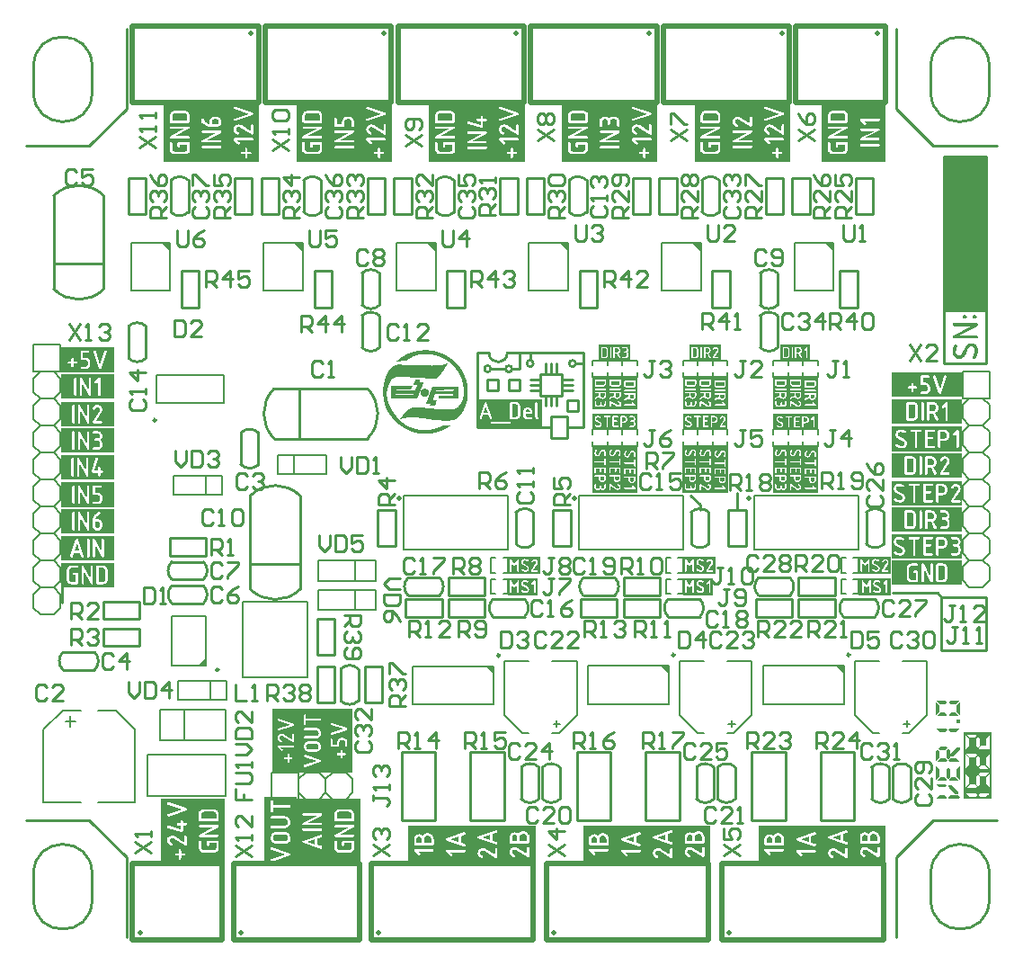
<source format=gto>
G04*
G04 #@! TF.GenerationSoftware,Altium Limited,Altium Designer,21.9.2 (33)*
G04*
G04 Layer_Color=65535*
%FSLAX25Y25*%
%MOIN*%
G70*
G04*
G04 #@! TF.SameCoordinates,034F36C6-47A8-4C4D-BE73-3EC9485E6904*
G04*
G04*
G04 #@! TF.FilePolarity,Positive*
G04*
G01*
G75*
%ADD10C,0.01000*%
%ADD11C,0.00984*%
%ADD12C,0.01968*%
%ADD13C,0.00787*%
%ADD14C,0.01968*%
%ADD15R,0.15748X0.57087*%
G36*
X301575Y256024D02*
X298740Y258858D01*
X301575Y258858D01*
X301575Y256024D01*
D02*
G37*
G36*
X252362D02*
X249528Y258858D01*
X252362Y258858D01*
X252362Y256024D01*
D02*
G37*
G36*
X203150D02*
X200315Y258858D01*
X203150Y258858D01*
X203150Y256024D01*
D02*
G37*
G36*
X153937D02*
X151102Y258858D01*
X153937Y258858D01*
X153937Y256024D01*
D02*
G37*
G36*
X104725D02*
X101890Y258858D01*
X104724Y258858D01*
X104725Y256024D01*
D02*
G37*
G36*
X55512D02*
X52677Y258858D01*
X55512Y258858D01*
X55512Y256024D01*
D02*
G37*
G36*
X158470Y214648D02*
X158458D01*
Y214636D01*
X158446D01*
Y214612D01*
X158434D01*
Y214587D01*
X158422D01*
Y214563D01*
X158409D01*
Y214551D01*
X158397D01*
Y214527D01*
X158385D01*
Y214502D01*
X158373D01*
Y214478D01*
X158361D01*
Y214466D01*
X158349D01*
Y214442D01*
X158336D01*
Y214417D01*
X158324D01*
Y214393D01*
X158312D01*
Y214381D01*
X158300D01*
Y214357D01*
X158288D01*
Y214333D01*
X158276D01*
Y214308D01*
X158264D01*
Y214296D01*
X158252D01*
Y214272D01*
X158239D01*
Y214247D01*
X158227D01*
Y214223D01*
X158215D01*
Y214211D01*
X158203D01*
Y214187D01*
X158191D01*
Y214163D01*
X158179D01*
Y214138D01*
X158167D01*
Y214126D01*
X158154D01*
Y214102D01*
X158142D01*
Y214078D01*
X158130D01*
Y214053D01*
X158118D01*
Y214041D01*
X158106D01*
Y214017D01*
X158094D01*
Y213993D01*
X158082D01*
Y213968D01*
X158070D01*
Y213956D01*
X158057D01*
Y213932D01*
X158045D01*
Y213908D01*
X158033D01*
Y213883D01*
X158021D01*
Y213871D01*
X158009D01*
Y213847D01*
X157997D01*
Y213823D01*
X157985D01*
Y213798D01*
X157973D01*
Y213786D01*
X157960D01*
Y213762D01*
X157948D01*
Y213738D01*
X157936D01*
Y213714D01*
X157924D01*
Y213702D01*
X157912D01*
Y213677D01*
X157900D01*
Y213653D01*
X157888D01*
Y213629D01*
X157875D01*
Y213616D01*
X157863D01*
Y213592D01*
X157851D01*
Y213568D01*
X157839D01*
Y213544D01*
X157827D01*
Y213532D01*
X157815D01*
Y213507D01*
X157803D01*
Y213483D01*
X157791D01*
Y213471D01*
X157778D01*
Y213447D01*
X157766D01*
Y213422D01*
X157754D01*
Y213398D01*
X157742D01*
Y213386D01*
X157730D01*
Y213362D01*
X157718D01*
Y213337D01*
X157705D01*
Y213325D01*
X157693D01*
Y213301D01*
X157681D01*
Y213277D01*
X157669D01*
Y213252D01*
X157657D01*
Y213240D01*
X157645D01*
Y213216D01*
X157633D01*
Y213192D01*
X157621D01*
Y213180D01*
X157608D01*
Y213155D01*
X157596D01*
Y213131D01*
X157584D01*
Y213107D01*
X157572D01*
Y213095D01*
X157560D01*
Y213070D01*
X157548D01*
Y213046D01*
X157536D01*
Y213034D01*
X157524D01*
Y213010D01*
X157511D01*
Y212985D01*
X157499D01*
Y212973D01*
X157487D01*
Y212949D01*
X157475D01*
Y212925D01*
X157463D01*
Y212913D01*
X157451D01*
Y212888D01*
X157439D01*
Y212864D01*
X157426D01*
Y212852D01*
X157414D01*
Y212828D01*
X157402D01*
Y212804D01*
X157390D01*
Y212791D01*
X157378D01*
Y212767D01*
X157366D01*
Y212743D01*
X157354D01*
Y212731D01*
X157342D01*
Y212706D01*
X157329D01*
Y212682D01*
X157317D01*
Y212670D01*
X157305D01*
Y212646D01*
X157293D01*
Y212621D01*
X157281D01*
Y212609D01*
X157269D01*
Y212585D01*
X157256D01*
Y212561D01*
X157244D01*
Y212549D01*
X157232D01*
Y212524D01*
X157220D01*
Y212512D01*
X157208D01*
Y212488D01*
X157196D01*
Y212464D01*
X157184D01*
Y212452D01*
X157172D01*
Y212427D01*
X157159D01*
Y212403D01*
X157147D01*
Y212391D01*
X157135D01*
Y212367D01*
X157123D01*
Y212354D01*
X157111D01*
Y212330D01*
X157099D01*
Y212306D01*
X157087D01*
Y212294D01*
X157074D01*
Y212270D01*
X157062D01*
Y212257D01*
X157050D01*
Y212233D01*
X157038D01*
Y212209D01*
X157026D01*
Y212197D01*
X157014D01*
Y212173D01*
X157002D01*
Y212160D01*
X156990D01*
Y212136D01*
X156977D01*
Y212124D01*
X156965D01*
Y212100D01*
X156953D01*
Y212088D01*
X156941D01*
Y212063D01*
X156929D01*
Y212051D01*
X156917D01*
Y212027D01*
X156905D01*
Y212015D01*
X156893D01*
Y211990D01*
X156880D01*
Y211966D01*
X156868D01*
Y211954D01*
X156856D01*
Y211930D01*
X156844D01*
Y211918D01*
X156832D01*
Y211893D01*
X156820D01*
Y211881D01*
X156807D01*
Y211857D01*
X156795D01*
Y211845D01*
X156783D01*
Y211833D01*
X156771D01*
Y211808D01*
X156759D01*
Y211796D01*
X156747D01*
Y211772D01*
X156735D01*
Y211760D01*
X156723D01*
Y211736D01*
X156711D01*
Y211723D01*
X156698D01*
Y211699D01*
X156686D01*
Y211687D01*
X156674D01*
Y211663D01*
X156662D01*
Y211651D01*
X156650D01*
Y211626D01*
X156638D01*
Y211614D01*
X156625D01*
Y211602D01*
X156613D01*
Y211578D01*
X156601D01*
Y211566D01*
X156589D01*
Y211542D01*
X156577D01*
Y211529D01*
X156565D01*
Y211505D01*
X156553D01*
Y211493D01*
X156541D01*
Y211481D01*
X156528D01*
Y211456D01*
X156516D01*
Y211444D01*
X156504D01*
Y211420D01*
X156492D01*
Y211408D01*
X156480D01*
Y211396D01*
X156468D01*
Y211372D01*
X156456D01*
Y211360D01*
X156444D01*
Y211335D01*
X156431D01*
Y211323D01*
X156419D01*
Y211311D01*
X156407D01*
Y211287D01*
X156395D01*
Y211275D01*
X156383D01*
Y211262D01*
X156371D01*
Y211238D01*
X156359D01*
Y211226D01*
X156346D01*
Y211214D01*
X156334D01*
Y211190D01*
X156322D01*
Y211177D01*
X156310D01*
Y211165D01*
X156298D01*
Y211141D01*
X156286D01*
Y211129D01*
X156274D01*
Y211117D01*
X156262D01*
Y211092D01*
X156249D01*
Y211080D01*
X156237D01*
Y211068D01*
X156225D01*
Y211056D01*
X156213D01*
Y211032D01*
X156201D01*
Y211020D01*
X156189D01*
Y211008D01*
X156177D01*
Y210995D01*
X156164D01*
Y210971D01*
X156152D01*
Y210959D01*
X156140D01*
Y210947D01*
X156128D01*
Y210923D01*
X156116D01*
Y210911D01*
X156104D01*
Y210898D01*
X156092D01*
Y210886D01*
X156079D01*
Y210862D01*
X156067D01*
Y210850D01*
X156055D01*
Y210838D01*
X156043D01*
Y210825D01*
X156031D01*
Y210813D01*
X156019D01*
Y210789D01*
X156007D01*
Y210777D01*
X155994D01*
Y210765D01*
X155982D01*
Y210753D01*
X155970D01*
Y210729D01*
X155958D01*
Y210716D01*
X155946D01*
Y210704D01*
X155934D01*
Y210692D01*
X155922D01*
Y210680D01*
X155910D01*
Y210656D01*
X155897D01*
Y210644D01*
X155885D01*
Y210631D01*
X155873D01*
Y210619D01*
X155861D01*
Y210607D01*
X155849D01*
Y210595D01*
X155837D01*
Y210571D01*
X155825D01*
Y210559D01*
X155813D01*
Y210546D01*
X155800D01*
Y210534D01*
X155788D01*
Y210522D01*
X155776D01*
Y210510D01*
X155764D01*
Y210498D01*
X155752D01*
Y210486D01*
X155740D01*
Y210461D01*
X155728D01*
Y210449D01*
X155715D01*
Y210437D01*
X155703D01*
Y210425D01*
X155691D01*
Y210413D01*
X155679D01*
Y210401D01*
X155667D01*
Y210389D01*
X155655D01*
Y210377D01*
X155643D01*
Y210364D01*
X155631D01*
Y210352D01*
X155618D01*
Y210340D01*
X155606D01*
Y210316D01*
X155594D01*
Y210304D01*
X155582D01*
Y210292D01*
X155570D01*
Y210279D01*
X155558D01*
Y210267D01*
X155545D01*
Y210255D01*
X155533D01*
Y210243D01*
X155521D01*
Y210231D01*
X155509D01*
Y210219D01*
X155497D01*
Y210207D01*
X155485D01*
Y210194D01*
X155473D01*
Y210182D01*
X155461D01*
Y210170D01*
X155448D01*
Y210158D01*
X155436D01*
Y210146D01*
X155424D01*
Y210134D01*
X155412D01*
Y210122D01*
X155400D01*
Y210110D01*
X155388D01*
Y210097D01*
X155376D01*
Y210085D01*
X155364D01*
Y210073D01*
X155351D01*
Y210061D01*
X155339D01*
Y210049D01*
X155327D01*
Y210037D01*
X155315D01*
Y210025D01*
X155303D01*
Y210013D01*
X155291D01*
Y209988D01*
X155279D01*
Y209976D01*
X155266D01*
Y209964D01*
X155254D01*
Y209952D01*
X155242D01*
Y209940D01*
X155230D01*
Y209928D01*
X155218D01*
Y209915D01*
X155206D01*
Y209903D01*
X155194D01*
Y209891D01*
X155182D01*
Y209879D01*
X155169D01*
Y209867D01*
X155157D01*
Y209855D01*
X155145D01*
Y209843D01*
X155133D01*
Y209830D01*
X155121D01*
Y209818D01*
X155109D01*
Y209806D01*
X155097D01*
Y209782D01*
X155084D01*
Y209770D01*
X155072D01*
Y209758D01*
X155060D01*
Y209746D01*
X155048D01*
Y209733D01*
X155036D01*
Y209721D01*
X155024D01*
Y209709D01*
X155012D01*
Y209697D01*
X154999D01*
Y209685D01*
X154987D01*
Y209673D01*
X154975D01*
Y209661D01*
X154963D01*
Y209648D01*
X154951D01*
Y209636D01*
X154939D01*
Y209624D01*
X154927D01*
Y209612D01*
X154914D01*
Y209600D01*
X154902D01*
Y209588D01*
X154890D01*
Y209563D01*
X154878D01*
Y209551D01*
X154866D01*
Y209539D01*
X154854D01*
Y209527D01*
X154842D01*
Y209515D01*
X154830D01*
Y209503D01*
X154817D01*
Y209491D01*
X154805D01*
Y209479D01*
X154793D01*
Y209466D01*
X154781D01*
Y209454D01*
X154769D01*
Y209442D01*
X154745D01*
Y209430D01*
X154733D01*
Y209418D01*
X154720D01*
Y209406D01*
X154708D01*
Y209394D01*
X154696D01*
Y209382D01*
X154684D01*
Y209369D01*
X154672D01*
Y209357D01*
X154660D01*
Y209345D01*
X154648D01*
Y209333D01*
X154635D01*
Y209321D01*
X154623D01*
Y209309D01*
X154599D01*
Y209297D01*
X154587D01*
Y209284D01*
X154575D01*
Y209272D01*
X154563D01*
Y209260D01*
X154538D01*
Y209248D01*
X154526D01*
Y209236D01*
X154514D01*
Y209224D01*
X154490D01*
Y209212D01*
X154478D01*
Y209200D01*
X154453D01*
Y209187D01*
X154441D01*
Y209175D01*
X154417D01*
Y209163D01*
X154393D01*
Y209151D01*
X154381D01*
Y209139D01*
X154356D01*
Y209127D01*
X154332D01*
Y209115D01*
X154308D01*
Y209102D01*
X154283D01*
Y209090D01*
X154259D01*
Y209078D01*
X154223D01*
Y209066D01*
X154199D01*
Y209054D01*
X154162D01*
Y209042D01*
X154126D01*
Y209030D01*
X154089D01*
Y209017D01*
X154041D01*
Y209005D01*
X153980D01*
Y208993D01*
X153919D01*
Y208981D01*
X153847D01*
Y208969D01*
X153750D01*
Y208957D01*
X153592D01*
Y208945D01*
X152852D01*
Y208957D01*
X152560D01*
Y208969D01*
X152330D01*
Y208981D01*
X152099D01*
Y208993D01*
X151893D01*
Y209005D01*
X151687D01*
Y209017D01*
X151480D01*
Y209030D01*
X151274D01*
Y209042D01*
X151068D01*
Y209054D01*
X150862D01*
Y209066D01*
X150643D01*
Y209078D01*
X150425D01*
Y209090D01*
X150194D01*
Y209102D01*
X149964D01*
Y209115D01*
X149733D01*
Y209127D01*
X149490D01*
Y209139D01*
X149248D01*
Y209151D01*
X149005D01*
Y209163D01*
X148774D01*
Y209175D01*
X148544D01*
Y209187D01*
X148325D01*
Y209200D01*
X148119D01*
Y209212D01*
X147913D01*
Y209224D01*
X147719D01*
Y209236D01*
X147524D01*
Y209248D01*
X147330D01*
Y209260D01*
X147136D01*
Y209272D01*
X146966D01*
Y209284D01*
X146784D01*
Y209297D01*
X146602D01*
Y209309D01*
X146420D01*
Y209321D01*
X146238D01*
Y209333D01*
X146068D01*
Y209345D01*
X145898D01*
Y209357D01*
X145716D01*
Y209369D01*
X145534D01*
Y209382D01*
X145364D01*
Y209394D01*
X145183D01*
Y209406D01*
X145001D01*
Y209418D01*
X144806D01*
Y209430D01*
X144612D01*
Y209442D01*
X144406D01*
Y209454D01*
X144187D01*
Y209466D01*
X143957D01*
Y209479D01*
X143726D01*
Y209491D01*
X143435D01*
Y209503D01*
X143144D01*
Y209515D01*
X142695D01*
Y209527D01*
X140887D01*
Y209515D01*
X140426D01*
Y209503D01*
X140086D01*
Y209491D01*
X139807D01*
Y209479D01*
X139552D01*
Y209466D01*
X139358D01*
Y209454D01*
X139249D01*
Y209442D01*
X139164D01*
Y209430D01*
X139103D01*
Y209418D01*
X139042D01*
Y209406D01*
X138994D01*
Y209394D01*
X138945D01*
Y209382D01*
X138897D01*
Y209369D01*
X138848D01*
Y209357D01*
X138812D01*
Y209345D01*
X138775D01*
Y209333D01*
X138739D01*
Y209321D01*
X138715D01*
Y209309D01*
X138678D01*
Y209297D01*
X138654D01*
Y209284D01*
X138618D01*
Y209272D01*
X138593D01*
Y209260D01*
X138569D01*
Y209248D01*
X138533D01*
Y209236D01*
X138508D01*
Y209224D01*
X138484D01*
Y209212D01*
X138460D01*
Y209200D01*
X138448D01*
Y209187D01*
X138423D01*
Y209175D01*
X138399D01*
Y209163D01*
X138375D01*
Y209151D01*
X138351D01*
Y209139D01*
X138338D01*
Y209127D01*
X138314D01*
Y209115D01*
X138302D01*
Y209102D01*
X138278D01*
Y209090D01*
X138266D01*
Y209078D01*
X138241D01*
Y209066D01*
X138229D01*
Y209054D01*
X138205D01*
Y209042D01*
X138193D01*
Y209030D01*
X138169D01*
Y209017D01*
X138156D01*
Y209005D01*
X138144D01*
Y208993D01*
X138120D01*
Y208981D01*
X138108D01*
Y208969D01*
X138096D01*
Y208957D01*
X138084D01*
Y208945D01*
X138059D01*
Y208932D01*
X138047D01*
Y208920D01*
X138035D01*
Y208908D01*
X138023D01*
Y208896D01*
X138011D01*
Y208884D01*
X137999D01*
Y208872D01*
X137987D01*
Y208860D01*
X137975D01*
Y208848D01*
X137950D01*
Y208835D01*
X137938D01*
Y208823D01*
X137926D01*
Y208811D01*
X137914D01*
Y208799D01*
X137902D01*
Y208787D01*
X137890D01*
Y208775D01*
X137877D01*
Y208763D01*
X137865D01*
Y208751D01*
X137853D01*
Y208738D01*
X137841D01*
Y208726D01*
X137829D01*
Y208702D01*
X137817D01*
Y208690D01*
X137805D01*
Y208678D01*
X137792D01*
Y208665D01*
X137780D01*
Y208653D01*
X137768D01*
Y208641D01*
X137756D01*
Y208629D01*
X137744D01*
Y208617D01*
X137732D01*
Y208593D01*
X137720D01*
Y208581D01*
X137707D01*
Y208569D01*
X137695D01*
Y208556D01*
X137683D01*
Y208544D01*
X137671D01*
Y208520D01*
X137659D01*
Y208508D01*
X137647D01*
Y208496D01*
X137635D01*
Y208484D01*
X137623D01*
Y208459D01*
X137610D01*
Y208447D01*
X137598D01*
Y208423D01*
X137586D01*
Y208411D01*
X137574D01*
Y208399D01*
X137562D01*
Y208374D01*
X137550D01*
Y208362D01*
X137538D01*
Y208338D01*
X137525D01*
Y208326D01*
X137513D01*
Y208314D01*
X137501D01*
Y208289D01*
X137489D01*
Y208277D01*
X137477D01*
Y208253D01*
X137465D01*
Y208241D01*
X137453D01*
Y208217D01*
X137441D01*
Y208204D01*
X137428D01*
Y208180D01*
X137416D01*
Y208156D01*
X137404D01*
Y208144D01*
X137392D01*
Y208120D01*
X137380D01*
Y208107D01*
X137368D01*
Y208083D01*
X137356D01*
Y208059D01*
X137344D01*
Y208047D01*
X137331D01*
Y208022D01*
X137319D01*
Y208010D01*
X137307D01*
Y207986D01*
X137295D01*
Y207962D01*
X137283D01*
Y207938D01*
X137271D01*
Y207913D01*
X137259D01*
Y207901D01*
X137246D01*
Y207877D01*
X137234D01*
Y207853D01*
X137222D01*
Y207828D01*
X137210D01*
Y207804D01*
X137198D01*
Y207792D01*
X137186D01*
Y207768D01*
X137174D01*
Y207743D01*
X137161D01*
Y207719D01*
X137149D01*
Y207695D01*
X137137D01*
Y207670D01*
X137125D01*
Y207646D01*
X137113D01*
Y207622D01*
X137101D01*
Y207598D01*
X137089D01*
Y207573D01*
X137076D01*
Y207549D01*
X137064D01*
Y207525D01*
X137052D01*
Y207501D01*
X137040D01*
Y207476D01*
X137028D01*
Y207452D01*
X137016D01*
Y207428D01*
X137004D01*
Y207403D01*
X136992D01*
Y207379D01*
X136979D01*
Y207355D01*
X136967D01*
Y207331D01*
X136955D01*
Y207306D01*
X136943D01*
Y207282D01*
X136931D01*
Y207246D01*
X136919D01*
Y207222D01*
X136907D01*
Y207197D01*
X136895D01*
Y207173D01*
X136882D01*
Y207149D01*
X136870D01*
Y207124D01*
X136858D01*
Y207088D01*
X136846D01*
Y207064D01*
X136834D01*
Y207039D01*
X136822D01*
Y207015D01*
X136810D01*
Y206991D01*
X136797D01*
Y206955D01*
X136785D01*
Y206930D01*
X136773D01*
Y206906D01*
X136761D01*
Y206882D01*
X136749D01*
Y206845D01*
X136737D01*
Y206821D01*
X136725D01*
Y206797D01*
X136713D01*
Y206772D01*
X136700D01*
Y206736D01*
X136688D01*
Y206712D01*
X136676D01*
Y206688D01*
X136664D01*
Y206663D01*
X136652D01*
Y206639D01*
X136640D01*
Y206603D01*
X136627D01*
Y206578D01*
X136615D01*
Y206554D01*
X136603D01*
Y206518D01*
X136591D01*
Y206493D01*
X136579D01*
Y206469D01*
X136567D01*
Y206445D01*
X136555D01*
Y206409D01*
X136543D01*
Y206384D01*
X136530D01*
Y206360D01*
X136518D01*
Y206324D01*
X136506D01*
Y206299D01*
X136494D01*
Y206275D01*
X136482D01*
Y206239D01*
X136470D01*
Y206214D01*
X136458D01*
Y206190D01*
X136445D01*
Y206154D01*
X136433D01*
Y206129D01*
X136421D01*
Y206093D01*
X136409D01*
Y206069D01*
X136397D01*
Y206044D01*
X136385D01*
Y206008D01*
X136373D01*
Y205984D01*
X136361D01*
Y205947D01*
X136348D01*
Y205911D01*
X136336D01*
Y205874D01*
X136324D01*
Y205850D01*
X136312D01*
Y205814D01*
X136300D01*
Y205778D01*
X136288D01*
Y205741D01*
X136276D01*
Y205717D01*
X136264D01*
Y205680D01*
X136251D01*
Y205644D01*
X136239D01*
Y205595D01*
X136227D01*
Y205559D01*
X136215D01*
Y205523D01*
X136203D01*
Y205486D01*
X136191D01*
Y205438D01*
X136179D01*
Y205401D01*
X136166D01*
Y205365D01*
X136154D01*
Y205316D01*
X136142D01*
Y205268D01*
X136130D01*
Y205219D01*
X136118D01*
Y205183D01*
X136106D01*
Y205134D01*
X136094D01*
Y205086D01*
X136081D01*
Y205037D01*
X136069D01*
Y204989D01*
X136057D01*
Y204928D01*
X136045D01*
Y204867D01*
X136033D01*
Y204807D01*
X136021D01*
Y204746D01*
X136009D01*
Y204685D01*
X135996D01*
Y204612D01*
X135984D01*
Y204540D01*
X135972D01*
Y204467D01*
X135960D01*
Y204382D01*
X135948D01*
Y204297D01*
X135936D01*
Y204188D01*
X135924D01*
Y204079D01*
X135912D01*
Y203957D01*
X135899D01*
Y203775D01*
X135887D01*
Y203508D01*
X135875D01*
Y202987D01*
X135887D01*
Y202744D01*
X135899D01*
Y202562D01*
X135912D01*
Y202440D01*
X135924D01*
Y202319D01*
X135936D01*
Y202210D01*
X135948D01*
Y202125D01*
X135960D01*
Y202028D01*
X135972D01*
Y201943D01*
X135984D01*
Y201870D01*
X135996D01*
Y201797D01*
X136009D01*
Y201737D01*
X136021D01*
Y201664D01*
X136033D01*
Y201591D01*
X136045D01*
Y201530D01*
X136057D01*
Y201482D01*
X136069D01*
Y201421D01*
X136081D01*
Y201360D01*
X136094D01*
Y201312D01*
X136106D01*
Y201251D01*
X136118D01*
Y201203D01*
X136130D01*
Y201154D01*
X136142D01*
Y201106D01*
X136154D01*
Y201057D01*
X136166D01*
Y201009D01*
X136179D01*
Y200960D01*
X136191D01*
Y200911D01*
X136203D01*
Y200863D01*
X136215D01*
Y200827D01*
X136227D01*
Y200790D01*
X136239D01*
Y200742D01*
X136251D01*
Y200705D01*
X136264D01*
Y200669D01*
X136276D01*
Y200632D01*
X136288D01*
Y200584D01*
X136300D01*
Y200547D01*
X136312D01*
Y200511D01*
X136324D01*
Y200475D01*
X136336D01*
Y200438D01*
X136348D01*
Y200402D01*
X136361D01*
Y200365D01*
X136373D01*
Y200329D01*
X136385D01*
Y200293D01*
X136397D01*
Y200256D01*
X136409D01*
Y200220D01*
X136421D01*
Y200183D01*
X136433D01*
Y200159D01*
X136445D01*
Y200123D01*
X136458D01*
Y200086D01*
X136470D01*
Y200050D01*
X136482D01*
Y200013D01*
X136494D01*
Y199977D01*
X136506D01*
Y199953D01*
X136518D01*
Y199916D01*
X136530D01*
Y199880D01*
X136543D01*
Y199856D01*
X136555D01*
Y199819D01*
X136567D01*
Y199783D01*
X136579D01*
Y199759D01*
X136591D01*
Y199722D01*
X136603D01*
Y199686D01*
X136615D01*
Y199662D01*
X136627D01*
Y199625D01*
X136640D01*
Y199601D01*
X136652D01*
Y199565D01*
X136664D01*
Y199540D01*
X136676D01*
Y199504D01*
X136688D01*
Y199479D01*
X136700D01*
Y199443D01*
X136713D01*
Y199419D01*
X136725D01*
Y199382D01*
X136737D01*
Y199358D01*
X136749D01*
Y199322D01*
X136761D01*
Y199297D01*
X136773D01*
Y199273D01*
X136785D01*
Y199237D01*
X136797D01*
Y199213D01*
X136810D01*
Y199188D01*
X136822D01*
Y199152D01*
X136834D01*
Y199128D01*
X136846D01*
Y199091D01*
X136858D01*
Y199067D01*
X136870D01*
Y199043D01*
X136882D01*
Y199018D01*
X136895D01*
Y198982D01*
X136907D01*
Y198958D01*
X136919D01*
Y198933D01*
X136931D01*
Y198909D01*
X136943D01*
Y198873D01*
X136955D01*
Y198849D01*
X136967D01*
Y198824D01*
X136979D01*
Y198800D01*
X136992D01*
Y198764D01*
X137004D01*
Y198739D01*
X137016D01*
Y198715D01*
X137028D01*
Y198691D01*
X137040D01*
Y198667D01*
X137052D01*
Y198642D01*
X137064D01*
Y198618D01*
X137076D01*
Y198594D01*
X137089D01*
Y198557D01*
X137101D01*
Y198533D01*
X137113D01*
Y198509D01*
X137125D01*
Y198485D01*
X137137D01*
Y198460D01*
X137149D01*
Y198436D01*
X137161D01*
Y198412D01*
X137174D01*
Y198387D01*
X137186D01*
Y198363D01*
X137198D01*
Y198339D01*
X137210D01*
Y198315D01*
X137222D01*
Y198290D01*
X137234D01*
Y198266D01*
X137246D01*
Y198242D01*
X137259D01*
Y198217D01*
X137271D01*
Y198193D01*
X137283D01*
Y198169D01*
X137295D01*
Y198145D01*
X137307D01*
Y198120D01*
X137319D01*
Y198096D01*
X137331D01*
Y198072D01*
X137344D01*
Y198048D01*
X137356D01*
Y198023D01*
X137368D01*
Y198011D01*
X137380D01*
Y197987D01*
X137392D01*
Y197963D01*
X137404D01*
Y197938D01*
X137416D01*
Y197914D01*
X137428D01*
Y197890D01*
X137441D01*
Y197866D01*
X137453D01*
Y197841D01*
X137465D01*
Y197817D01*
X137477D01*
Y197805D01*
X137489D01*
Y197781D01*
X137501D01*
Y197756D01*
X137513D01*
Y197732D01*
X137525D01*
Y197708D01*
X137538D01*
Y197684D01*
X137550D01*
Y197671D01*
X137562D01*
Y197647D01*
X137574D01*
Y197623D01*
X137586D01*
Y197599D01*
X137598D01*
Y197574D01*
X137610D01*
Y197562D01*
X137623D01*
Y197538D01*
X137635D01*
Y197514D01*
X137647D01*
Y197490D01*
X137659D01*
Y197477D01*
X137671D01*
Y197453D01*
X137683D01*
Y197429D01*
X137695D01*
Y197405D01*
X137707D01*
Y197392D01*
X137720D01*
Y197368D01*
X137732D01*
Y197344D01*
X137744D01*
Y197332D01*
X137756D01*
Y197307D01*
X137768D01*
Y197283D01*
X137780D01*
Y197259D01*
X137792D01*
Y197247D01*
X137805D01*
Y197222D01*
X137817D01*
Y197198D01*
X137829D01*
Y197186D01*
X137841D01*
Y197162D01*
X137853D01*
Y197138D01*
X137865D01*
Y197125D01*
X137877D01*
Y197101D01*
X137890D01*
Y197077D01*
X137902D01*
Y197065D01*
X137914D01*
Y197040D01*
X137926D01*
Y197016D01*
X137938D01*
Y197004D01*
X137950D01*
Y196980D01*
X137962D01*
Y196968D01*
X137975D01*
Y196943D01*
X137987D01*
Y196919D01*
X137999D01*
Y196907D01*
X138011D01*
Y196883D01*
X138023D01*
Y196871D01*
X138035D01*
Y196846D01*
X138047D01*
Y196822D01*
X138059D01*
Y196810D01*
X138072D01*
Y196786D01*
X138084D01*
Y196774D01*
X138096D01*
Y196749D01*
X138108D01*
Y196737D01*
X138120D01*
Y196713D01*
X138132D01*
Y196689D01*
X138144D01*
Y196676D01*
X138156D01*
Y196652D01*
X138169D01*
Y196640D01*
X138181D01*
Y196616D01*
X138193D01*
Y196604D01*
X138205D01*
Y196579D01*
X138217D01*
Y196567D01*
X138229D01*
Y196543D01*
X138241D01*
Y196531D01*
X138254D01*
Y196507D01*
X138266D01*
Y196494D01*
X138278D01*
Y196470D01*
X138290D01*
Y196458D01*
X138302D01*
Y196434D01*
X138314D01*
Y196422D01*
X138326D01*
Y196397D01*
X138338D01*
Y196385D01*
X138351D01*
Y196361D01*
X138363D01*
Y196349D01*
X138375D01*
Y196325D01*
X138387D01*
Y196312D01*
X138399D01*
Y196288D01*
X138411D01*
Y196276D01*
X138423D01*
Y196252D01*
X138435D01*
Y196240D01*
X138448D01*
Y196215D01*
X138460D01*
Y196203D01*
X138472D01*
Y196191D01*
X138484D01*
Y196167D01*
X138496D01*
Y196155D01*
X138508D01*
Y196130D01*
X138521D01*
Y196118D01*
X138533D01*
Y196106D01*
X138545D01*
Y196082D01*
X138557D01*
Y196070D01*
X138569D01*
Y196045D01*
X138581D01*
Y196033D01*
X138593D01*
Y196021D01*
X138605D01*
Y195997D01*
X138618D01*
Y195985D01*
X138630D01*
Y195960D01*
X138642D01*
Y195948D01*
X138654D01*
Y195936D01*
X138666D01*
Y195912D01*
X138678D01*
Y195900D01*
X138690D01*
Y195876D01*
X138702D01*
Y195863D01*
X138715D01*
Y195839D01*
X138727D01*
Y195827D01*
X138739D01*
Y195815D01*
X138751D01*
Y195791D01*
X138763D01*
Y195778D01*
X138775D01*
Y195766D01*
X138787D01*
Y195742D01*
X138800D01*
Y195730D01*
X138812D01*
Y195718D01*
X138824D01*
Y195694D01*
X138836D01*
Y195681D01*
X138848D01*
Y195669D01*
X138860D01*
Y195645D01*
X138872D01*
Y195633D01*
X138884D01*
Y195621D01*
X138897D01*
Y195597D01*
X138909D01*
Y195584D01*
X138921D01*
Y195572D01*
X138933D01*
Y195560D01*
X138945D01*
Y195536D01*
X138957D01*
Y195524D01*
X138970D01*
Y195511D01*
X138982D01*
Y195487D01*
X138994D01*
Y195475D01*
X139006D01*
Y195463D01*
X139018D01*
Y195439D01*
X139030D01*
Y195426D01*
X139042D01*
Y195414D01*
X139054D01*
Y195390D01*
X139067D01*
Y195378D01*
X139079D01*
Y195366D01*
X139091D01*
Y195354D01*
X139103D01*
Y195329D01*
X139115D01*
Y195317D01*
X139127D01*
Y195305D01*
X139139D01*
Y195281D01*
X139152D01*
Y195269D01*
X139164D01*
Y195257D01*
X139176D01*
Y195245D01*
X139188D01*
Y195220D01*
X139200D01*
Y195208D01*
X139212D01*
Y195196D01*
X139224D01*
Y195184D01*
X139236D01*
Y195172D01*
X139249D01*
Y195148D01*
X139261D01*
Y195135D01*
X139273D01*
Y195123D01*
X139285D01*
Y195111D01*
X139297D01*
Y195087D01*
X139309D01*
Y195075D01*
X139321D01*
Y195062D01*
X139333D01*
Y195050D01*
X139346D01*
Y195038D01*
X139358D01*
Y195014D01*
X139370D01*
Y195002D01*
X139382D01*
Y194990D01*
X139394D01*
Y194978D01*
X139406D01*
Y194953D01*
X139418D01*
Y194941D01*
X139431D01*
Y194929D01*
X139443D01*
Y194917D01*
X139455D01*
Y194905D01*
X139467D01*
Y194880D01*
X139479D01*
Y194868D01*
X139491D01*
Y194856D01*
X139503D01*
Y194844D01*
X139516D01*
Y194820D01*
X139528D01*
Y194808D01*
X139540D01*
Y194796D01*
X139552D01*
Y194783D01*
X139564D01*
Y194771D01*
X139576D01*
Y194759D01*
X139588D01*
Y194735D01*
X139601D01*
Y194723D01*
X139613D01*
Y194711D01*
X139625D01*
Y194699D01*
X139637D01*
Y194686D01*
X139649D01*
Y194674D01*
X139661D01*
Y194662D01*
X139673D01*
Y194650D01*
X139685D01*
Y194626D01*
X139698D01*
Y194614D01*
X139710D01*
Y194601D01*
X139722D01*
Y194589D01*
X139734D01*
Y194577D01*
X139746D01*
Y194565D01*
X139758D01*
Y194553D01*
X139770D01*
Y194529D01*
X139783D01*
Y194516D01*
X139795D01*
Y194504D01*
X139807D01*
Y194492D01*
X139819D01*
Y194480D01*
X139831D01*
Y194468D01*
X139843D01*
Y194456D01*
X139855D01*
Y194431D01*
X139867D01*
Y194419D01*
X139880D01*
Y194407D01*
X139892D01*
Y194395D01*
X139904D01*
Y194383D01*
X139916D01*
Y194371D01*
X139928D01*
Y194359D01*
X139940D01*
Y194347D01*
X139952D01*
Y194322D01*
X139965D01*
Y194310D01*
X139977D01*
Y194298D01*
X139989D01*
Y194286D01*
X140001D01*
Y194274D01*
X140013D01*
Y194262D01*
X140025D01*
Y194249D01*
X140037D01*
Y194237D01*
X140050D01*
Y194225D01*
X140062D01*
Y194213D01*
X140074D01*
Y194201D01*
X140086D01*
Y194189D01*
X140098D01*
Y194177D01*
X140110D01*
Y194165D01*
X140122D01*
Y194140D01*
X140134D01*
Y194128D01*
X140147D01*
Y194116D01*
X140159D01*
Y194104D01*
X140171D01*
Y194092D01*
X140183D01*
Y194080D01*
X140195D01*
Y194068D01*
X140207D01*
Y194055D01*
X140219D01*
Y194043D01*
X140232D01*
Y194031D01*
X140244D01*
Y194019D01*
X140256D01*
Y194007D01*
X140268D01*
Y193995D01*
X140280D01*
Y193983D01*
X140292D01*
Y193970D01*
X140304D01*
Y193946D01*
X140316D01*
Y193934D01*
X140329D01*
Y193922D01*
X140341D01*
Y193910D01*
X140353D01*
Y193898D01*
X140365D01*
Y193885D01*
X140377D01*
Y193873D01*
X140389D01*
Y193861D01*
X140401D01*
Y193849D01*
X140413D01*
Y193837D01*
X140426D01*
Y193825D01*
X140438D01*
Y193813D01*
X140450D01*
Y193800D01*
X140462D01*
Y193788D01*
X140474D01*
Y193776D01*
X140486D01*
Y193764D01*
X140498D01*
Y193752D01*
X140511D01*
Y193740D01*
X140523D01*
Y193728D01*
X140535D01*
Y193716D01*
X140547D01*
Y193703D01*
X140559D01*
Y193691D01*
X140571D01*
Y193679D01*
X140583D01*
Y193667D01*
X140596D01*
Y193655D01*
X140608D01*
Y193643D01*
X140620D01*
Y193631D01*
X140632D01*
Y193619D01*
X140644D01*
Y193606D01*
X140656D01*
Y193594D01*
X140668D01*
Y193582D01*
X140681D01*
Y193570D01*
X140693D01*
Y193558D01*
X140705D01*
Y193546D01*
X140717D01*
Y193534D01*
X140729D01*
Y193521D01*
X140741D01*
Y193509D01*
X140753D01*
Y193497D01*
X140766D01*
Y193485D01*
X140778D01*
Y193473D01*
X140790D01*
Y193461D01*
X140802D01*
Y193449D01*
X140814D01*
Y193437D01*
X140826D01*
Y193424D01*
X140838D01*
Y193412D01*
X140850D01*
Y193400D01*
X140863D01*
Y193388D01*
X140875D01*
Y193376D01*
X140899D01*
Y193364D01*
X140911D01*
Y193351D01*
X140923D01*
Y193339D01*
X140935D01*
Y193327D01*
X140947D01*
Y193315D01*
X140960D01*
Y193303D01*
X140972D01*
Y193291D01*
X140984D01*
Y193279D01*
X140996D01*
Y193267D01*
X141008D01*
Y193254D01*
X141020D01*
Y193242D01*
X141032D01*
Y193230D01*
X141044D01*
Y193218D01*
X141057D01*
Y193206D01*
X141081D01*
Y193194D01*
X141093D01*
Y193182D01*
X141105D01*
Y193169D01*
X141117D01*
Y193157D01*
X141130D01*
Y193145D01*
X141142D01*
Y193133D01*
X141154D01*
Y193121D01*
X141166D01*
Y193109D01*
X141178D01*
Y193097D01*
X141190D01*
Y193085D01*
X141202D01*
Y193072D01*
X141214D01*
Y193060D01*
X141227D01*
Y193048D01*
X141239D01*
Y193036D01*
X141263D01*
Y193024D01*
X141275D01*
Y193012D01*
X141287D01*
Y193000D01*
X141299D01*
Y192988D01*
X141312D01*
Y192975D01*
X141324D01*
Y192963D01*
X141336D01*
Y192951D01*
X141348D01*
Y192939D01*
X141372D01*
Y192927D01*
X141384D01*
Y192915D01*
X141396D01*
Y192903D01*
X141409D01*
Y192890D01*
X141421D01*
Y192878D01*
X141433D01*
Y192866D01*
X141445D01*
Y192854D01*
X141469D01*
Y192842D01*
X141481D01*
Y192830D01*
X141493D01*
Y192818D01*
X141506D01*
Y192805D01*
X141518D01*
Y192793D01*
X141530D01*
Y192781D01*
X141542D01*
Y192769D01*
X141554D01*
Y192757D01*
X141578D01*
Y192745D01*
X141591D01*
Y192733D01*
X141603D01*
Y192720D01*
X141615D01*
Y192708D01*
X141627D01*
Y192696D01*
X141639D01*
Y192684D01*
X141651D01*
Y192672D01*
X141675D01*
Y192660D01*
X141688D01*
Y192648D01*
X141700D01*
Y192636D01*
X141712D01*
Y192623D01*
X141724D01*
Y192611D01*
X141736D01*
Y192599D01*
X141761D01*
Y192587D01*
X141773D01*
Y192575D01*
X141785D01*
Y192563D01*
X141797D01*
Y192551D01*
X141821D01*
Y192538D01*
X141833D01*
Y192526D01*
X141845D01*
Y192514D01*
X141870D01*
Y192502D01*
X141882D01*
Y192490D01*
X141894D01*
Y192478D01*
X141918D01*
Y192466D01*
X141930D01*
Y192454D01*
X141943D01*
Y192441D01*
X141967D01*
Y192429D01*
X141979D01*
Y192417D01*
X141991D01*
Y192405D01*
X142015D01*
Y192393D01*
X142027D01*
Y192381D01*
X142040D01*
Y192369D01*
X142064D01*
Y192357D01*
X142076D01*
Y192344D01*
X142088D01*
Y192332D01*
X142112D01*
Y192320D01*
X142124D01*
Y192308D01*
X142149D01*
Y192296D01*
X142161D01*
Y192284D01*
X142173D01*
Y192271D01*
X142197D01*
Y192259D01*
X142209D01*
Y192247D01*
X142234D01*
Y192235D01*
X142246D01*
Y192223D01*
X142258D01*
Y192211D01*
X142282D01*
Y192199D01*
X142294D01*
Y192187D01*
X142319D01*
Y192174D01*
X142331D01*
Y192162D01*
X142343D01*
Y192150D01*
X142367D01*
Y192138D01*
X142379D01*
Y192126D01*
X142404D01*
Y192114D01*
X142416D01*
Y192102D01*
X142440D01*
Y192089D01*
X142452D01*
Y192077D01*
X142476D01*
Y192065D01*
X142489D01*
Y192053D01*
X142513D01*
Y192041D01*
X142525D01*
Y192029D01*
X142549D01*
Y192017D01*
X142561D01*
Y192005D01*
X142586D01*
Y191992D01*
X142598D01*
Y191980D01*
X142622D01*
Y191968D01*
X142634D01*
Y191956D01*
X142658D01*
Y191944D01*
X142671D01*
Y191932D01*
X142695D01*
Y191920D01*
X142707D01*
Y191908D01*
X142731D01*
Y191895D01*
X142743D01*
Y191883D01*
X142768D01*
Y191871D01*
X142780D01*
Y191859D01*
X142804D01*
Y191847D01*
X142828D01*
Y191835D01*
X142841D01*
Y191823D01*
X142865D01*
Y191810D01*
X142877D01*
Y191798D01*
X142901D01*
Y191786D01*
X142925D01*
Y191774D01*
X142938D01*
Y191762D01*
X142962D01*
Y191750D01*
X142986D01*
Y191738D01*
X142998D01*
Y191726D01*
X143023D01*
Y191713D01*
X143035D01*
Y191701D01*
X143059D01*
Y191689D01*
X143083D01*
Y191677D01*
X143095D01*
Y191665D01*
X143120D01*
Y191653D01*
X143144D01*
Y191640D01*
X143168D01*
Y191628D01*
X143180D01*
Y191616D01*
X143204D01*
Y191604D01*
X143229D01*
Y191592D01*
X143253D01*
Y191580D01*
X143265D01*
Y191568D01*
X143289D01*
Y191556D01*
X143314D01*
Y191543D01*
X143338D01*
Y191531D01*
X143350D01*
Y191519D01*
X143374D01*
Y191507D01*
X143399D01*
Y191495D01*
X143423D01*
Y191483D01*
X143435D01*
Y191471D01*
X143459D01*
Y191458D01*
X143484D01*
Y191446D01*
X143508D01*
Y191434D01*
X143532D01*
Y191422D01*
X143556D01*
Y191410D01*
X143581D01*
Y191398D01*
X143605D01*
Y191386D01*
X143617D01*
Y191374D01*
X143641D01*
Y191361D01*
X143666D01*
Y191349D01*
X143690D01*
Y191337D01*
X143714D01*
Y191325D01*
X143738D01*
Y191313D01*
X143763D01*
Y191301D01*
X143787D01*
Y191289D01*
X143811D01*
Y191277D01*
X143835D01*
Y191264D01*
X143860D01*
Y191252D01*
X143884D01*
Y191240D01*
X143908D01*
Y191228D01*
X143933D01*
Y191216D01*
X143957D01*
Y191204D01*
X143981D01*
Y191191D01*
X144005D01*
Y191179D01*
X144030D01*
Y191167D01*
X144054D01*
Y191155D01*
X144090D01*
Y191143D01*
X144115D01*
Y191131D01*
X144139D01*
Y191119D01*
X144163D01*
Y191107D01*
X144187D01*
Y191095D01*
X144224D01*
Y191082D01*
X144248D01*
Y191070D01*
X144272D01*
Y191058D01*
X144297D01*
Y191046D01*
X144333D01*
Y191034D01*
X144357D01*
Y191022D01*
X144382D01*
Y191009D01*
X144406D01*
Y190997D01*
X144442D01*
Y190985D01*
X144466D01*
Y190973D01*
X144491D01*
Y190961D01*
X144527D01*
Y190949D01*
X144552D01*
Y190937D01*
X144588D01*
Y190925D01*
X144612D01*
Y190912D01*
X144649D01*
Y190900D01*
X144673D01*
Y190888D01*
X144709D01*
Y190876D01*
X144734D01*
Y190864D01*
X144770D01*
Y190852D01*
X144794D01*
Y190840D01*
X144831D01*
Y190828D01*
X144855D01*
Y190815D01*
X144891D01*
Y190803D01*
X144928D01*
Y190791D01*
X144964D01*
Y190779D01*
X145001D01*
Y190767D01*
X145025D01*
Y190755D01*
X145061D01*
Y190743D01*
X145098D01*
Y190730D01*
X145134D01*
Y190718D01*
X145158D01*
Y190706D01*
X145195D01*
Y190694D01*
X145231D01*
Y190682D01*
X145267D01*
Y190670D01*
X145304D01*
Y190658D01*
X145340D01*
Y190646D01*
X145377D01*
Y190633D01*
X145413D01*
Y190621D01*
X145449D01*
Y190609D01*
X145486D01*
Y190597D01*
X145522D01*
Y190585D01*
X145571D01*
Y190573D01*
X145607D01*
Y190560D01*
X145644D01*
Y190548D01*
X145680D01*
Y190536D01*
X145729D01*
Y190524D01*
X145765D01*
Y190512D01*
X145801D01*
Y190500D01*
X145850D01*
Y190488D01*
X145886D01*
Y190476D01*
X145935D01*
Y190463D01*
X145971D01*
Y190451D01*
X146008D01*
Y190439D01*
X146056D01*
Y190427D01*
X146105D01*
Y190415D01*
X146153D01*
Y190403D01*
X146190D01*
Y190391D01*
X146238D01*
Y190378D01*
X146287D01*
Y190366D01*
X146335D01*
Y190354D01*
X146372D01*
Y190342D01*
X146420D01*
Y190330D01*
X146469D01*
Y190318D01*
X146517D01*
Y190306D01*
X146578D01*
Y190294D01*
X146626D01*
Y190281D01*
X146675D01*
Y190269D01*
X146724D01*
Y190257D01*
X146772D01*
Y190245D01*
X146821D01*
Y190233D01*
X146881D01*
Y190221D01*
X146930D01*
Y190209D01*
X146991D01*
Y190197D01*
X147039D01*
Y190184D01*
X147100D01*
Y190172D01*
X147148D01*
Y190160D01*
X147209D01*
Y190148D01*
X147270D01*
Y190136D01*
X147318D01*
Y190124D01*
X147379D01*
Y190111D01*
X147440D01*
Y190099D01*
X147500D01*
Y190087D01*
X147561D01*
Y190075D01*
X147622D01*
Y190063D01*
X147682D01*
Y190051D01*
X147743D01*
Y190039D01*
X147816D01*
Y190027D01*
X147876D01*
Y190015D01*
X147937D01*
Y190002D01*
X147998D01*
Y189990D01*
X148058D01*
Y189978D01*
X148131D01*
Y189966D01*
X148204D01*
Y189954D01*
X148277D01*
Y189942D01*
X148362D01*
Y189929D01*
X148447D01*
Y189917D01*
X148544D01*
Y189905D01*
X148629D01*
Y189893D01*
X148738D01*
Y189881D01*
X148847D01*
Y189869D01*
X148969D01*
Y189857D01*
X149126D01*
Y189845D01*
X149308D01*
Y189832D01*
X149551D01*
Y189820D01*
X150328D01*
Y189832D01*
X150607D01*
Y189845D01*
X150801D01*
Y189857D01*
X150946D01*
Y189869D01*
X151092D01*
Y189881D01*
X151201D01*
Y189893D01*
X151311D01*
Y189905D01*
X151420D01*
Y189917D01*
X151505D01*
Y189929D01*
X151602D01*
Y189942D01*
X151687D01*
Y189954D01*
X151760D01*
Y189966D01*
X151845D01*
Y189978D01*
X151917D01*
Y189990D01*
X151990D01*
Y190002D01*
X152063D01*
Y190015D01*
X152123D01*
Y190027D01*
X152196D01*
Y190039D01*
X152257D01*
Y190051D01*
X152318D01*
Y190063D01*
X152378D01*
Y190075D01*
X152439D01*
Y190087D01*
X152500D01*
Y190099D01*
X152560D01*
Y190111D01*
X152609D01*
Y190124D01*
X152670D01*
Y190136D01*
X152718D01*
Y190148D01*
X152767D01*
Y190160D01*
X152827D01*
Y190172D01*
X152876D01*
Y190184D01*
X152925D01*
Y190197D01*
X152973D01*
Y190209D01*
X153022D01*
Y190221D01*
X153070D01*
Y190233D01*
X153119D01*
Y190245D01*
X153167D01*
Y190257D01*
X153203D01*
Y190269D01*
X153252D01*
Y190281D01*
X153301D01*
Y190294D01*
X153337D01*
Y190306D01*
X153386D01*
Y190318D01*
X153434D01*
Y190330D01*
X153471D01*
Y190342D01*
X153519D01*
Y190354D01*
X153555D01*
Y190366D01*
X153592D01*
Y190378D01*
X153640D01*
Y190391D01*
X153677D01*
Y190403D01*
X153713D01*
Y190415D01*
X153762D01*
Y190427D01*
X153798D01*
Y190439D01*
X153834D01*
Y190451D01*
X153871D01*
Y190463D01*
X153919D01*
Y190476D01*
X153956D01*
Y190488D01*
X153992D01*
Y190500D01*
X154029D01*
Y190512D01*
X154065D01*
Y190524D01*
X154102D01*
Y190536D01*
X154138D01*
Y190548D01*
X154174D01*
Y190560D01*
X154211D01*
Y190573D01*
X154247D01*
Y190585D01*
X154283D01*
Y190597D01*
X154320D01*
Y190609D01*
X154344D01*
Y190621D01*
X154381D01*
Y190633D01*
X154417D01*
Y190646D01*
X154453D01*
Y190658D01*
X154490D01*
Y190670D01*
X154526D01*
Y190682D01*
X154551D01*
Y190694D01*
X154587D01*
Y190706D01*
X154623D01*
Y190718D01*
X154648D01*
Y190730D01*
X154684D01*
Y190743D01*
X154720D01*
Y190755D01*
X154745D01*
Y190767D01*
X154781D01*
Y190779D01*
X154817D01*
Y190791D01*
X154842D01*
Y190803D01*
X154878D01*
Y190815D01*
X154902D01*
Y190828D01*
X154939D01*
Y190840D01*
X154963D01*
Y190852D01*
X154999D01*
Y190864D01*
X155036D01*
Y190876D01*
X155060D01*
Y190888D01*
X155097D01*
Y190900D01*
X155121D01*
Y190912D01*
X155145D01*
Y190925D01*
X155182D01*
Y190937D01*
X155206D01*
Y190949D01*
X155242D01*
Y190961D01*
X155266D01*
Y190973D01*
X155303D01*
Y190985D01*
X155327D01*
Y190997D01*
X155351D01*
Y191009D01*
X155388D01*
Y191022D01*
X155412D01*
Y191034D01*
X155436D01*
Y191046D01*
X155473D01*
Y191058D01*
X155497D01*
Y191070D01*
X155521D01*
Y191082D01*
X155545D01*
Y191095D01*
X155582D01*
Y191107D01*
X155606D01*
Y191119D01*
X155631D01*
Y191131D01*
X155655D01*
Y191143D01*
X155691D01*
Y191155D01*
X155715D01*
Y191167D01*
X155740D01*
Y191179D01*
X155776D01*
Y191191D01*
X155800D01*
Y191204D01*
X155825D01*
Y191216D01*
X155849D01*
Y191228D01*
X155885D01*
Y191240D01*
X155910D01*
Y191252D01*
X155934D01*
Y191264D01*
X155958D01*
Y191277D01*
X155982D01*
Y191289D01*
X156007D01*
Y191301D01*
X156031D01*
Y191313D01*
X156055D01*
Y191325D01*
X156092D01*
Y191337D01*
X156116D01*
Y191349D01*
X156140D01*
Y191361D01*
X156164D01*
Y191374D01*
X156189D01*
Y191386D01*
X156213D01*
Y191398D01*
X156237D01*
Y191410D01*
X156262D01*
Y191422D01*
X156286D01*
Y191434D01*
X156310D01*
Y191446D01*
X156346D01*
Y191458D01*
X156371D01*
Y191471D01*
X156395D01*
Y191483D01*
X156419D01*
Y191495D01*
X156444D01*
Y191507D01*
X156468D01*
Y191519D01*
X156492D01*
Y191531D01*
X156516D01*
Y191543D01*
X156541D01*
Y191556D01*
X156565D01*
Y191568D01*
X156589D01*
Y191580D01*
X156601D01*
Y191592D01*
X156625D01*
Y191604D01*
X156650D01*
Y191616D01*
X156674D01*
Y191628D01*
X156698D01*
Y191640D01*
X156723D01*
Y191653D01*
X156747D01*
Y191665D01*
X156771D01*
Y191677D01*
X156795D01*
Y191689D01*
X156820D01*
Y191701D01*
X156844D01*
Y191713D01*
X156868D01*
Y191726D01*
X156893D01*
Y191738D01*
X156917D01*
Y191750D01*
X156941D01*
Y191762D01*
X156965D01*
Y191774D01*
X157366D01*
Y191762D01*
X159817D01*
Y191750D01*
X159793D01*
Y191738D01*
X159781D01*
Y191726D01*
X159768D01*
Y191713D01*
X159744D01*
Y191701D01*
X159732D01*
Y191689D01*
X159720D01*
Y191677D01*
X159696D01*
Y191665D01*
X159684D01*
Y191653D01*
X159671D01*
Y191640D01*
X159647D01*
Y191628D01*
X159635D01*
Y191616D01*
X159623D01*
Y191604D01*
X159599D01*
Y191592D01*
X159586D01*
Y191580D01*
X159574D01*
Y191568D01*
X159550D01*
Y191556D01*
X159538D01*
Y191543D01*
X159526D01*
Y191531D01*
X159502D01*
Y191519D01*
X159489D01*
Y191507D01*
X159465D01*
Y191495D01*
X159453D01*
Y191483D01*
X159441D01*
Y191471D01*
X159416D01*
Y191458D01*
X159404D01*
Y191446D01*
X159380D01*
Y191434D01*
X159368D01*
Y191422D01*
X159356D01*
Y191410D01*
X159332D01*
Y191398D01*
X159319D01*
Y191386D01*
X159295D01*
Y191374D01*
X159283D01*
Y191361D01*
X159271D01*
Y191349D01*
X159247D01*
Y191337D01*
X159234D01*
Y191325D01*
X159210D01*
Y191313D01*
X159198D01*
Y191301D01*
X159174D01*
Y191289D01*
X159162D01*
Y191277D01*
X159137D01*
Y191264D01*
X159125D01*
Y191252D01*
X159101D01*
Y191240D01*
X159089D01*
Y191228D01*
X159077D01*
Y191216D01*
X159053D01*
Y191204D01*
X159040D01*
Y191191D01*
X159016D01*
Y191179D01*
X159004D01*
Y191167D01*
X158980D01*
Y191155D01*
X158968D01*
Y191143D01*
X158943D01*
Y191131D01*
X158931D01*
Y191119D01*
X158907D01*
Y191107D01*
X158883D01*
Y191095D01*
X158870D01*
Y191082D01*
X158846D01*
Y191070D01*
X158834D01*
Y191058D01*
X158810D01*
Y191046D01*
X158798D01*
Y191034D01*
X158773D01*
Y191022D01*
X158761D01*
Y191009D01*
X158737D01*
Y190997D01*
X158725D01*
Y190985D01*
X158701D01*
Y190973D01*
X158676D01*
Y190961D01*
X158664D01*
Y190949D01*
X158640D01*
Y190937D01*
X158628D01*
Y190925D01*
X158604D01*
Y190912D01*
X158579D01*
Y190900D01*
X158567D01*
Y190888D01*
X158543D01*
Y190876D01*
X158531D01*
Y190864D01*
X158506D01*
Y190852D01*
X158494D01*
Y190840D01*
X158470D01*
Y190828D01*
X158446D01*
Y190815D01*
X158434D01*
Y190803D01*
X158409D01*
Y190791D01*
X158385D01*
Y190779D01*
X158361D01*
Y190767D01*
X158349D01*
Y190755D01*
X158324D01*
Y190743D01*
X158300D01*
Y190730D01*
X158288D01*
Y190718D01*
X158264D01*
Y190706D01*
X158239D01*
Y190694D01*
X158227D01*
Y190682D01*
X158203D01*
Y190670D01*
X158179D01*
Y190658D01*
X158167D01*
Y190646D01*
X158142D01*
Y190633D01*
X158118D01*
Y190621D01*
X158094D01*
Y190609D01*
X158082D01*
Y190597D01*
X158057D01*
Y190585D01*
X158033D01*
Y190573D01*
X158009D01*
Y190560D01*
X157997D01*
Y190548D01*
X157973D01*
Y190536D01*
X157948D01*
Y190524D01*
X157924D01*
Y190512D01*
X157900D01*
Y190500D01*
X157888D01*
Y190488D01*
X157863D01*
Y190476D01*
X157839D01*
Y190463D01*
X157815D01*
Y190451D01*
X157791D01*
Y190439D01*
X157766D01*
Y190427D01*
X157754D01*
Y190415D01*
X157730D01*
Y190403D01*
X157705D01*
Y190391D01*
X157681D01*
Y190378D01*
X157657D01*
Y190366D01*
X157633D01*
Y190354D01*
X157608D01*
Y190342D01*
X157596D01*
Y190330D01*
X157572D01*
Y190318D01*
X157548D01*
Y190306D01*
X157524D01*
Y190294D01*
X157499D01*
Y190281D01*
X157475D01*
Y190269D01*
X157451D01*
Y190257D01*
X157426D01*
Y190245D01*
X157402D01*
Y190233D01*
X157378D01*
Y190221D01*
X157354D01*
Y190209D01*
X157329D01*
Y190197D01*
X157305D01*
Y190184D01*
X157281D01*
Y190172D01*
X157256D01*
Y190160D01*
X157232D01*
Y190148D01*
X157208D01*
Y190136D01*
X157184D01*
Y190124D01*
X157159D01*
Y190111D01*
X157135D01*
Y190099D01*
X157111D01*
Y190087D01*
X157087D01*
Y190075D01*
X157062D01*
Y190063D01*
X157038D01*
Y190051D01*
X157002D01*
Y190039D01*
X156977D01*
Y190027D01*
X156953D01*
Y190015D01*
X156929D01*
Y190002D01*
X156905D01*
Y189990D01*
X156880D01*
Y189978D01*
X156856D01*
Y189966D01*
X156820D01*
Y189954D01*
X156795D01*
Y189942D01*
X156771D01*
Y189929D01*
X156747D01*
Y189917D01*
X156723D01*
Y189905D01*
X156698D01*
Y189893D01*
X156662D01*
Y189881D01*
X156638D01*
Y189869D01*
X156613D01*
Y189857D01*
X156577D01*
Y189845D01*
X156553D01*
Y189832D01*
X156528D01*
Y189820D01*
X156504D01*
Y189808D01*
X156468D01*
Y189796D01*
X156444D01*
Y189784D01*
X156419D01*
Y189772D01*
X156383D01*
Y189760D01*
X156359D01*
Y189748D01*
X156322D01*
Y189735D01*
X156298D01*
Y189723D01*
X156274D01*
Y189711D01*
X156237D01*
Y189699D01*
X156213D01*
Y189687D01*
X156177D01*
Y189675D01*
X156152D01*
Y189663D01*
X156116D01*
Y189650D01*
X156092D01*
Y189638D01*
X156055D01*
Y189626D01*
X156031D01*
Y189614D01*
X155994D01*
Y189602D01*
X155970D01*
Y189590D01*
X155934D01*
Y189578D01*
X155910D01*
Y189566D01*
X155873D01*
Y189553D01*
X155837D01*
Y189541D01*
X155813D01*
Y189529D01*
X155776D01*
Y189517D01*
X155740D01*
Y189505D01*
X155715D01*
Y189493D01*
X155679D01*
Y189480D01*
X155643D01*
Y189468D01*
X155606D01*
Y189456D01*
X155582D01*
Y189444D01*
X155545D01*
Y189432D01*
X155509D01*
Y189420D01*
X155473D01*
Y189408D01*
X155436D01*
Y189396D01*
X155400D01*
Y189383D01*
X155376D01*
Y189371D01*
X155339D01*
Y189359D01*
X155303D01*
Y189347D01*
X155266D01*
Y189335D01*
X155230D01*
Y189323D01*
X155194D01*
Y189311D01*
X155157D01*
Y189298D01*
X155121D01*
Y189286D01*
X155084D01*
Y189274D01*
X155048D01*
Y189262D01*
X155012D01*
Y189250D01*
X154963D01*
Y189238D01*
X154927D01*
Y189226D01*
X154890D01*
Y189214D01*
X154854D01*
Y189201D01*
X154805D01*
Y189189D01*
X154769D01*
Y189177D01*
X154733D01*
Y189165D01*
X154684D01*
Y189153D01*
X154648D01*
Y189141D01*
X154611D01*
Y189129D01*
X154563D01*
Y189117D01*
X154526D01*
Y189104D01*
X154478D01*
Y189092D01*
X154429D01*
Y189080D01*
X154393D01*
Y189068D01*
X154344D01*
Y189056D01*
X154308D01*
Y189044D01*
X154259D01*
Y189032D01*
X154211D01*
Y189019D01*
X154162D01*
Y189007D01*
X154114D01*
Y188995D01*
X154065D01*
Y188983D01*
X154017D01*
Y188971D01*
X153980D01*
Y188959D01*
X153919D01*
Y188947D01*
X153871D01*
Y188935D01*
X153822D01*
Y188922D01*
X153762D01*
Y188910D01*
X153713D01*
Y188898D01*
X153665D01*
Y188886D01*
X153604D01*
Y188874D01*
X153555D01*
Y188862D01*
X153495D01*
Y188849D01*
X153434D01*
Y188837D01*
X153386D01*
Y188825D01*
X153325D01*
Y188813D01*
X153264D01*
Y188801D01*
X153203D01*
Y188789D01*
X153131D01*
Y188777D01*
X153070D01*
Y188765D01*
X153009D01*
Y188752D01*
X152937D01*
Y188740D01*
X152864D01*
Y188728D01*
X152791D01*
Y188716D01*
X152730D01*
Y188704D01*
X152645D01*
Y188692D01*
X152573D01*
Y188680D01*
X152488D01*
Y188668D01*
X152403D01*
Y188655D01*
X152318D01*
Y188643D01*
X152221D01*
Y188631D01*
X152136D01*
Y188619D01*
X152039D01*
Y188607D01*
X151917D01*
Y188595D01*
X151808D01*
Y188583D01*
X151687D01*
Y188570D01*
X151553D01*
Y188558D01*
X151420D01*
Y188546D01*
X151238D01*
Y188534D01*
X151044D01*
Y188522D01*
X150777D01*
Y188510D01*
X149442D01*
Y188522D01*
X149211D01*
Y188534D01*
X148969D01*
Y188546D01*
X148835D01*
Y188558D01*
X148702D01*
Y188570D01*
X148580D01*
Y188583D01*
X148447D01*
Y188595D01*
X148337D01*
Y188607D01*
X148253D01*
Y188619D01*
X148155D01*
Y188631D01*
X148058D01*
Y188643D01*
X147974D01*
Y188655D01*
X147876D01*
Y188668D01*
X147804D01*
Y188680D01*
X147731D01*
Y188692D01*
X147658D01*
Y188704D01*
X147597D01*
Y188716D01*
X147524D01*
Y188728D01*
X147452D01*
Y188740D01*
X147379D01*
Y188752D01*
X147306D01*
Y188765D01*
X147257D01*
Y188777D01*
X147197D01*
Y188789D01*
X147136D01*
Y188801D01*
X147075D01*
Y188813D01*
X147027D01*
Y188825D01*
X146966D01*
Y188837D01*
X146906D01*
Y188849D01*
X146845D01*
Y188862D01*
X146784D01*
Y188874D01*
X146736D01*
Y188886D01*
X146687D01*
Y188898D01*
X146639D01*
Y188910D01*
X146590D01*
Y188922D01*
X146542D01*
Y188935D01*
X146493D01*
Y188947D01*
X146444D01*
Y188959D01*
X146396D01*
Y188971D01*
X146347D01*
Y188983D01*
X146299D01*
Y188995D01*
X146250D01*
Y189007D01*
X146214D01*
Y189019D01*
X146165D01*
Y189032D01*
X146129D01*
Y189044D01*
X146081D01*
Y189056D01*
X146044D01*
Y189068D01*
X145995D01*
Y189080D01*
X145959D01*
Y189092D01*
X145923D01*
Y189104D01*
X145874D01*
Y189117D01*
X145838D01*
Y189129D01*
X145789D01*
Y189141D01*
X145753D01*
Y189153D01*
X145704D01*
Y189165D01*
X145668D01*
Y189177D01*
X145632D01*
Y189189D01*
X145595D01*
Y189201D01*
X145559D01*
Y189214D01*
X145522D01*
Y189226D01*
X145486D01*
Y189238D01*
X145449D01*
Y189250D01*
X145413D01*
Y189262D01*
X145377D01*
Y189274D01*
X145340D01*
Y189286D01*
X145304D01*
Y189298D01*
X145267D01*
Y189311D01*
X145231D01*
Y189323D01*
X145195D01*
Y189335D01*
X145158D01*
Y189347D01*
X145122D01*
Y189359D01*
X145098D01*
Y189371D01*
X145061D01*
Y189383D01*
X145025D01*
Y189396D01*
X145001D01*
Y189408D01*
X144964D01*
Y189420D01*
X144928D01*
Y189432D01*
X144891D01*
Y189444D01*
X144867D01*
Y189456D01*
X144831D01*
Y189468D01*
X144794D01*
Y189480D01*
X144770D01*
Y189493D01*
X144734D01*
Y189505D01*
X144697D01*
Y189517D01*
X144673D01*
Y189529D01*
X144636D01*
Y189541D01*
X144612D01*
Y189553D01*
X144576D01*
Y189566D01*
X144552D01*
Y189578D01*
X144515D01*
Y189590D01*
X144491D01*
Y189602D01*
X144466D01*
Y189614D01*
X144430D01*
Y189626D01*
X144406D01*
Y189638D01*
X144369D01*
Y189650D01*
X144345D01*
Y189663D01*
X144309D01*
Y189675D01*
X144284D01*
Y189687D01*
X144260D01*
Y189699D01*
X144224D01*
Y189711D01*
X144200D01*
Y189723D01*
X144163D01*
Y189735D01*
X144139D01*
Y189748D01*
X144115D01*
Y189760D01*
X144078D01*
Y189772D01*
X144054D01*
Y189784D01*
X144030D01*
Y189796D01*
X144005D01*
Y189808D01*
X143981D01*
Y189820D01*
X143945D01*
Y189832D01*
X143921D01*
Y189845D01*
X143896D01*
Y189857D01*
X143872D01*
Y189869D01*
X143848D01*
Y189881D01*
X143811D01*
Y189893D01*
X143787D01*
Y189905D01*
X143763D01*
Y189917D01*
X143738D01*
Y189929D01*
X143714D01*
Y189942D01*
X143678D01*
Y189954D01*
X143654D01*
Y189966D01*
X143629D01*
Y189978D01*
X143605D01*
Y189990D01*
X143581D01*
Y190002D01*
X143556D01*
Y190015D01*
X143532D01*
Y190027D01*
X143508D01*
Y190039D01*
X143484D01*
Y190051D01*
X143459D01*
Y190063D01*
X143435D01*
Y190075D01*
X143411D01*
Y190087D01*
X143387D01*
Y190099D01*
X143362D01*
Y190111D01*
X143338D01*
Y190124D01*
X143314D01*
Y190136D01*
X143289D01*
Y190148D01*
X143265D01*
Y190160D01*
X143241D01*
Y190172D01*
X143217D01*
Y190184D01*
X143192D01*
Y190197D01*
X143168D01*
Y190209D01*
X143144D01*
Y190221D01*
X143120D01*
Y190233D01*
X143095D01*
Y190245D01*
X143071D01*
Y190257D01*
X143047D01*
Y190269D01*
X143023D01*
Y190281D01*
X143010D01*
Y190294D01*
X142986D01*
Y190306D01*
X142962D01*
Y190318D01*
X142938D01*
Y190330D01*
X142913D01*
Y190342D01*
X142889D01*
Y190354D01*
X142865D01*
Y190366D01*
X142853D01*
Y190378D01*
X142828D01*
Y190391D01*
X142804D01*
Y190403D01*
X142780D01*
Y190415D01*
X142755D01*
Y190427D01*
X142731D01*
Y190439D01*
X142707D01*
Y190451D01*
X142695D01*
Y190463D01*
X142671D01*
Y190476D01*
X142646D01*
Y190488D01*
X142622D01*
Y190500D01*
X142610D01*
Y190512D01*
X142586D01*
Y190524D01*
X142561D01*
Y190536D01*
X142537D01*
Y190548D01*
X142525D01*
Y190560D01*
X142501D01*
Y190573D01*
X142476D01*
Y190585D01*
X142464D01*
Y190597D01*
X142440D01*
Y190609D01*
X142416D01*
Y190621D01*
X142392D01*
Y190633D01*
X142379D01*
Y190646D01*
X142355D01*
Y190658D01*
X142331D01*
Y190670D01*
X142319D01*
Y190682D01*
X142294D01*
Y190694D01*
X142270D01*
Y190706D01*
X142246D01*
Y190718D01*
X142234D01*
Y190730D01*
X142209D01*
Y190743D01*
X142185D01*
Y190755D01*
X142173D01*
Y190767D01*
X142149D01*
Y190779D01*
X142124D01*
Y190791D01*
X142112D01*
Y190803D01*
X142088D01*
Y190815D01*
X142076D01*
Y190828D01*
X142052D01*
Y190840D01*
X142027D01*
Y190852D01*
X142015D01*
Y190864D01*
X141991D01*
Y190876D01*
X141979D01*
Y190888D01*
X141955D01*
Y190900D01*
X141930D01*
Y190912D01*
X141918D01*
Y190925D01*
X141894D01*
Y190937D01*
X141882D01*
Y190949D01*
X141858D01*
Y190961D01*
X141845D01*
Y190973D01*
X141821D01*
Y190985D01*
X141797D01*
Y190997D01*
X141785D01*
Y191009D01*
X141761D01*
Y191022D01*
X141748D01*
Y191034D01*
X141724D01*
Y191046D01*
X141700D01*
Y191058D01*
X141688D01*
Y191070D01*
X141663D01*
Y191082D01*
X141651D01*
Y191095D01*
X141627D01*
Y191107D01*
X141615D01*
Y191119D01*
X141603D01*
Y191131D01*
X141578D01*
Y191143D01*
X141566D01*
Y191155D01*
X141542D01*
Y191167D01*
X141530D01*
Y191179D01*
X141506D01*
Y191191D01*
X141493D01*
Y191204D01*
X141469D01*
Y191216D01*
X141457D01*
Y191228D01*
X141433D01*
Y191240D01*
X141421D01*
Y191252D01*
X141396D01*
Y191264D01*
X141384D01*
Y191277D01*
X141360D01*
Y191289D01*
X141348D01*
Y191301D01*
X141324D01*
Y191313D01*
X141312D01*
Y191325D01*
X141287D01*
Y191337D01*
X141275D01*
Y191349D01*
X141251D01*
Y191361D01*
X141239D01*
Y191374D01*
X141227D01*
Y191386D01*
X141202D01*
Y191398D01*
X141190D01*
Y191410D01*
X141166D01*
Y191422D01*
X141154D01*
Y191434D01*
X141142D01*
Y191446D01*
X141117D01*
Y191458D01*
X141105D01*
Y191471D01*
X141093D01*
Y191483D01*
X141069D01*
Y191495D01*
X141057D01*
Y191507D01*
X141032D01*
Y191519D01*
X141020D01*
Y191531D01*
X141008D01*
Y191543D01*
X140984D01*
Y191556D01*
X140972D01*
Y191568D01*
X140960D01*
Y191580D01*
X140935D01*
Y191592D01*
X140923D01*
Y191604D01*
X140899D01*
Y191616D01*
X140887D01*
Y191628D01*
X140875D01*
Y191640D01*
X140850D01*
Y191653D01*
X140838D01*
Y191665D01*
X140814D01*
Y191677D01*
X140802D01*
Y191689D01*
X140790D01*
Y191701D01*
X140766D01*
Y191713D01*
X140753D01*
Y191726D01*
X140741D01*
Y191738D01*
X140729D01*
Y191750D01*
X140705D01*
Y191762D01*
X140693D01*
Y191774D01*
X140681D01*
Y191786D01*
X140656D01*
Y191798D01*
X140644D01*
Y191810D01*
X140632D01*
Y191823D01*
X140620D01*
Y191835D01*
X140596D01*
Y191847D01*
X140583D01*
Y191859D01*
X140571D01*
Y191871D01*
X140547D01*
Y191883D01*
X140535D01*
Y191895D01*
X140523D01*
Y191908D01*
X140511D01*
Y191920D01*
X140486D01*
Y191932D01*
X140474D01*
Y191944D01*
X140462D01*
Y191956D01*
X140438D01*
Y191968D01*
X140426D01*
Y191980D01*
X140413D01*
Y191992D01*
X140401D01*
Y192005D01*
X140377D01*
Y192017D01*
X140365D01*
Y192029D01*
X140353D01*
Y192041D01*
X140341D01*
Y192053D01*
X140316D01*
Y192065D01*
X140304D01*
Y192077D01*
X140292D01*
Y192089D01*
X140280D01*
Y192102D01*
X140268D01*
Y192114D01*
X140244D01*
Y192126D01*
X140232D01*
Y192138D01*
X140219D01*
Y192150D01*
X140207D01*
Y192162D01*
X140183D01*
Y192174D01*
X140171D01*
Y192187D01*
X140159D01*
Y192199D01*
X140147D01*
Y192211D01*
X140134D01*
Y192223D01*
X140110D01*
Y192235D01*
X140098D01*
Y192247D01*
X140086D01*
Y192259D01*
X140074D01*
Y192271D01*
X140062D01*
Y192284D01*
X140037D01*
Y192296D01*
X140025D01*
Y192308D01*
X140013D01*
Y192320D01*
X140001D01*
Y192332D01*
X139989D01*
Y192344D01*
X139965D01*
Y192357D01*
X139952D01*
Y192369D01*
X139940D01*
Y192381D01*
X139928D01*
Y192393D01*
X139916D01*
Y192405D01*
X139892D01*
Y192417D01*
X139880D01*
Y192429D01*
X139867D01*
Y192441D01*
X139855D01*
Y192454D01*
X139843D01*
Y192466D01*
X139831D01*
Y192478D01*
X139819D01*
Y192490D01*
X139807D01*
Y192502D01*
X139783D01*
Y192514D01*
X139770D01*
Y192526D01*
X139758D01*
Y192538D01*
X139746D01*
Y192551D01*
X139734D01*
Y192563D01*
X139722D01*
Y192575D01*
X139710D01*
Y192587D01*
X139698D01*
Y192599D01*
X139673D01*
Y192611D01*
X139661D01*
Y192623D01*
X139649D01*
Y192636D01*
X139637D01*
Y192648D01*
X139625D01*
Y192660D01*
X139613D01*
Y192672D01*
X139601D01*
Y192684D01*
X139576D01*
Y192696D01*
X139564D01*
Y192708D01*
X139552D01*
Y192720D01*
X139540D01*
Y192733D01*
X139528D01*
Y192745D01*
X139516D01*
Y192757D01*
X139503D01*
Y192769D01*
X139491D01*
Y192781D01*
X139479D01*
Y192793D01*
X139467D01*
Y192805D01*
X139443D01*
Y192818D01*
X139431D01*
Y192830D01*
X139418D01*
Y192842D01*
X139406D01*
Y192854D01*
X139394D01*
Y192866D01*
X139382D01*
Y192878D01*
X139370D01*
Y192890D01*
X139358D01*
Y192903D01*
X139346D01*
Y192915D01*
X139333D01*
Y192927D01*
X139321D01*
Y192939D01*
X139309D01*
Y192951D01*
X139297D01*
Y192963D01*
X139285D01*
Y192975D01*
X139273D01*
Y192988D01*
X139261D01*
Y193000D01*
X139249D01*
Y193012D01*
X139224D01*
Y193024D01*
X139212D01*
Y193036D01*
X139200D01*
Y193048D01*
X139188D01*
Y193060D01*
X139176D01*
Y193072D01*
X139164D01*
Y193085D01*
X139152D01*
Y193097D01*
X139139D01*
Y193109D01*
X139127D01*
Y193121D01*
X139115D01*
Y193133D01*
X139103D01*
Y193145D01*
X139091D01*
Y193157D01*
X139079D01*
Y193169D01*
X139067D01*
Y193182D01*
X139054D01*
Y193194D01*
X139042D01*
Y193206D01*
X139030D01*
Y193218D01*
X139018D01*
Y193230D01*
X139006D01*
Y193242D01*
X138994D01*
Y193254D01*
X138982D01*
Y193267D01*
X138970D01*
Y193279D01*
X138957D01*
Y193291D01*
X138945D01*
Y193303D01*
X138933D01*
Y193315D01*
X138921D01*
Y193327D01*
X138909D01*
Y193339D01*
X138897D01*
Y193351D01*
X138884D01*
Y193364D01*
X138872D01*
Y193376D01*
X138860D01*
Y193388D01*
X138848D01*
Y193400D01*
X138836D01*
Y193412D01*
X138824D01*
Y193424D01*
X138812D01*
Y193437D01*
X138800D01*
Y193449D01*
X138787D01*
Y193461D01*
X138775D01*
Y193473D01*
X138763D01*
Y193485D01*
X138751D01*
Y193497D01*
X138739D01*
Y193509D01*
X138727D01*
Y193521D01*
X138715D01*
Y193534D01*
X138702D01*
Y193546D01*
X138690D01*
Y193558D01*
X138678D01*
Y193570D01*
X138666D01*
Y193582D01*
X138654D01*
Y193606D01*
X138642D01*
Y193619D01*
X138630D01*
Y193631D01*
X138618D01*
Y193643D01*
X138605D01*
Y193655D01*
X138593D01*
Y193667D01*
X138581D01*
Y193679D01*
X138569D01*
Y193691D01*
X138557D01*
Y193703D01*
X138545D01*
Y193716D01*
X138533D01*
Y193728D01*
X138521D01*
Y193740D01*
X138508D01*
Y193752D01*
X138496D01*
Y193776D01*
X138484D01*
Y193788D01*
X138472D01*
Y193800D01*
X138460D01*
Y193813D01*
X138448D01*
Y193825D01*
X138435D01*
Y193837D01*
X138423D01*
Y193849D01*
X138411D01*
Y193861D01*
X138399D01*
Y193873D01*
X138387D01*
Y193885D01*
X138375D01*
Y193898D01*
X138363D01*
Y193910D01*
X138351D01*
Y193922D01*
X138338D01*
Y193934D01*
X138326D01*
Y193958D01*
X138314D01*
Y193970D01*
X138302D01*
Y193983D01*
X138290D01*
Y193995D01*
X138278D01*
Y194007D01*
X138266D01*
Y194019D01*
X138254D01*
Y194031D01*
X138241D01*
Y194055D01*
X138229D01*
Y194068D01*
X138217D01*
Y194080D01*
X138205D01*
Y194092D01*
X138193D01*
Y194104D01*
X138181D01*
Y194116D01*
X138169D01*
Y194128D01*
X138156D01*
Y194152D01*
X138144D01*
Y194165D01*
X138132D01*
Y194177D01*
X138120D01*
Y194189D01*
X138108D01*
Y194201D01*
X138096D01*
Y194213D01*
X138084D01*
Y194225D01*
X138072D01*
Y194249D01*
X138059D01*
Y194262D01*
X138047D01*
Y194274D01*
X138035D01*
Y194286D01*
X138023D01*
Y194298D01*
X138011D01*
Y194310D01*
X137999D01*
Y194334D01*
X137987D01*
Y194347D01*
X137975D01*
Y194359D01*
X137962D01*
Y194371D01*
X137950D01*
Y194383D01*
X137938D01*
Y194395D01*
X137926D01*
Y194419D01*
X137914D01*
Y194431D01*
X137902D01*
Y194444D01*
X137890D01*
Y194456D01*
X137877D01*
Y194468D01*
X137865D01*
Y194492D01*
X137853D01*
Y194504D01*
X137841D01*
Y194516D01*
X137829D01*
Y194529D01*
X137817D01*
Y194553D01*
X137805D01*
Y194565D01*
X137792D01*
Y194577D01*
X137780D01*
Y194589D01*
X137768D01*
Y194601D01*
X137756D01*
Y194626D01*
X137744D01*
Y194638D01*
X137732D01*
Y194650D01*
X137720D01*
Y194662D01*
X137707D01*
Y194686D01*
X137695D01*
Y194699D01*
X137683D01*
Y194711D01*
X137671D01*
Y194723D01*
X137659D01*
Y194735D01*
X137647D01*
Y194759D01*
X137635D01*
Y194771D01*
X137623D01*
Y194783D01*
X137610D01*
Y194796D01*
X137598D01*
Y194820D01*
X137586D01*
Y194832D01*
X137574D01*
Y194844D01*
X137562D01*
Y194868D01*
X137550D01*
Y194880D01*
X137538D01*
Y194893D01*
X137525D01*
Y194917D01*
X137513D01*
Y194929D01*
X137501D01*
Y194941D01*
X137489D01*
Y194953D01*
X137477D01*
Y194978D01*
X137465D01*
Y194990D01*
X137453D01*
Y195002D01*
X137441D01*
Y195026D01*
X137428D01*
Y195038D01*
X137416D01*
Y195050D01*
X137404D01*
Y195075D01*
X137392D01*
Y195087D01*
X137380D01*
Y195099D01*
X137368D01*
Y195123D01*
X137356D01*
Y195135D01*
X137344D01*
Y195148D01*
X137331D01*
Y195172D01*
X137319D01*
Y195184D01*
X137307D01*
Y195196D01*
X137295D01*
Y195208D01*
X137283D01*
Y195232D01*
X137271D01*
Y195245D01*
X137259D01*
Y195257D01*
X137246D01*
Y195281D01*
X137234D01*
Y195293D01*
X137222D01*
Y195317D01*
X137210D01*
Y195329D01*
X137198D01*
Y195342D01*
X137186D01*
Y195366D01*
X137174D01*
Y195378D01*
X137161D01*
Y195402D01*
X137149D01*
Y195414D01*
X137137D01*
Y195426D01*
X137125D01*
Y195451D01*
X137113D01*
Y195463D01*
X137101D01*
Y195487D01*
X137089D01*
Y195499D01*
X137076D01*
Y195511D01*
X137064D01*
Y195536D01*
X137052D01*
Y195548D01*
X137040D01*
Y195572D01*
X137028D01*
Y195584D01*
X137016D01*
Y195597D01*
X137004D01*
Y195621D01*
X136992D01*
Y195633D01*
X136979D01*
Y195657D01*
X136967D01*
Y195669D01*
X136955D01*
Y195681D01*
X136943D01*
Y195706D01*
X136931D01*
Y195718D01*
X136919D01*
Y195742D01*
X136907D01*
Y195754D01*
X136895D01*
Y195778D01*
X136882D01*
Y195791D01*
X136870D01*
Y195815D01*
X136858D01*
Y195827D01*
X136846D01*
Y195851D01*
X136834D01*
Y195863D01*
X136822D01*
Y195888D01*
X136810D01*
Y195900D01*
X136797D01*
Y195924D01*
X136785D01*
Y195936D01*
X136773D01*
Y195960D01*
X136761D01*
Y195973D01*
X136749D01*
Y195997D01*
X136737D01*
Y196009D01*
X136725D01*
Y196033D01*
X136713D01*
Y196045D01*
X136700D01*
Y196070D01*
X136688D01*
Y196082D01*
X136676D01*
Y196106D01*
X136664D01*
Y196118D01*
X136652D01*
Y196142D01*
X136640D01*
Y196155D01*
X136627D01*
Y196179D01*
X136615D01*
Y196203D01*
X136603D01*
Y196215D01*
X136591D01*
Y196240D01*
X136579D01*
Y196252D01*
X136567D01*
Y196276D01*
X136555D01*
Y196300D01*
X136543D01*
Y196312D01*
X136530D01*
Y196337D01*
X136518D01*
Y196349D01*
X136506D01*
Y196373D01*
X136494D01*
Y196397D01*
X136482D01*
Y196409D01*
X136470D01*
Y196434D01*
X136458D01*
Y196458D01*
X136445D01*
Y196470D01*
X136433D01*
Y196494D01*
X136421D01*
Y196507D01*
X136409D01*
Y196531D01*
X136397D01*
Y196555D01*
X136385D01*
Y196567D01*
X136373D01*
Y196591D01*
X136361D01*
Y196616D01*
X136348D01*
Y196628D01*
X136336D01*
Y196652D01*
X136324D01*
Y196664D01*
X136312D01*
Y196689D01*
X136300D01*
Y196713D01*
X136288D01*
Y196737D01*
X136276D01*
Y196749D01*
X136264D01*
Y196774D01*
X136251D01*
Y196798D01*
X136239D01*
Y196822D01*
X136227D01*
Y196834D01*
X136215D01*
Y196858D01*
X136203D01*
Y196883D01*
X136191D01*
Y196907D01*
X136179D01*
Y196919D01*
X136166D01*
Y196943D01*
X136154D01*
Y196968D01*
X136142D01*
Y196992D01*
X136130D01*
Y197004D01*
X136118D01*
Y197028D01*
X136106D01*
Y197053D01*
X136094D01*
Y197077D01*
X136081D01*
Y197089D01*
X136069D01*
Y197113D01*
X136057D01*
Y197138D01*
X136045D01*
Y197162D01*
X136033D01*
Y197186D01*
X136021D01*
Y197210D01*
X136009D01*
Y197222D01*
X135996D01*
Y197247D01*
X135984D01*
Y197271D01*
X135972D01*
Y197295D01*
X135960D01*
Y197320D01*
X135948D01*
Y197344D01*
X135936D01*
Y197368D01*
X135924D01*
Y197392D01*
X135912D01*
Y197417D01*
X135899D01*
Y197429D01*
X135887D01*
Y197453D01*
X135875D01*
Y197477D01*
X135863D01*
Y197502D01*
X135851D01*
Y197526D01*
X135839D01*
Y197550D01*
X135827D01*
Y197574D01*
X135814D01*
Y197599D01*
X135802D01*
Y197623D01*
X135790D01*
Y197647D01*
X135778D01*
Y197671D01*
X135766D01*
Y197708D01*
X135754D01*
Y197732D01*
X135742D01*
Y197769D01*
X135730D01*
Y197793D01*
X135717D01*
Y197829D01*
X135705D01*
Y197854D01*
X135693D01*
Y197890D01*
X135681D01*
Y197914D01*
X135669D01*
Y197951D01*
X135657D01*
Y197975D01*
X135645D01*
Y198011D01*
X135632D01*
Y198048D01*
X135620D01*
Y198072D01*
X135608D01*
Y198108D01*
X135596D01*
Y198145D01*
X135584D01*
Y198169D01*
X135572D01*
Y198205D01*
X135560D01*
Y198242D01*
X135547D01*
Y198278D01*
X135535D01*
Y198302D01*
X135523D01*
Y198339D01*
X135511D01*
Y198375D01*
X135499D01*
Y198412D01*
X135487D01*
Y198436D01*
X135475D01*
Y198472D01*
X135463D01*
Y198509D01*
X135450D01*
Y198545D01*
X135438D01*
Y198582D01*
X135426D01*
Y198618D01*
X135414D01*
Y198654D01*
X135402D01*
Y198691D01*
X135390D01*
Y198727D01*
X135378D01*
Y198764D01*
X135365D01*
Y198800D01*
X135353D01*
Y198836D01*
X135341D01*
Y198873D01*
X135329D01*
Y198909D01*
X135317D01*
Y198946D01*
X135305D01*
Y198982D01*
X135293D01*
Y199018D01*
X135281D01*
Y199067D01*
X135268D01*
Y199103D01*
X135256D01*
Y199140D01*
X135244D01*
Y199188D01*
X135232D01*
Y199225D01*
X135220D01*
Y199261D01*
X135208D01*
Y199310D01*
X135196D01*
Y199346D01*
X135184D01*
Y199395D01*
X135171D01*
Y199431D01*
X135159D01*
Y199479D01*
X135147D01*
Y199516D01*
X135135D01*
Y199565D01*
X135123D01*
Y199613D01*
X135111D01*
Y199649D01*
X135099D01*
Y199698D01*
X135086D01*
Y199747D01*
X135074D01*
Y199795D01*
X135062D01*
Y199831D01*
X135050D01*
Y199880D01*
X135038D01*
Y199928D01*
X135026D01*
Y199977D01*
X135014D01*
Y200026D01*
X135001D01*
Y200074D01*
X134989D01*
Y200135D01*
X134977D01*
Y200183D01*
X134965D01*
Y200232D01*
X134953D01*
Y200280D01*
X134941D01*
Y200329D01*
X134929D01*
Y200390D01*
X134916D01*
Y200450D01*
X134904D01*
Y200499D01*
X134892D01*
Y200559D01*
X134880D01*
Y200620D01*
X134868D01*
Y200681D01*
X134856D01*
Y200742D01*
X134844D01*
Y200790D01*
X134832D01*
Y200851D01*
X134819D01*
Y200924D01*
X134807D01*
Y200984D01*
X134795D01*
Y201057D01*
X134783D01*
Y201130D01*
X134771D01*
Y201190D01*
X134759D01*
Y201263D01*
X134747D01*
Y201324D01*
X134734D01*
Y201409D01*
X134722D01*
Y201494D01*
X134710D01*
Y201567D01*
X134698D01*
Y201652D01*
X134686D01*
Y201737D01*
X134674D01*
Y201809D01*
X134662D01*
Y201906D01*
X134650D01*
Y202016D01*
X134637D01*
Y202113D01*
X134625D01*
Y202210D01*
X134613D01*
Y202319D01*
X134601D01*
Y202453D01*
X134589D01*
Y202574D01*
X134577D01*
Y202707D01*
X134565D01*
Y202877D01*
X134553D01*
Y203071D01*
X134540D01*
Y203266D01*
X134528D01*
Y203593D01*
X134516D01*
Y204576D01*
X134528D01*
Y204879D01*
X134540D01*
Y205110D01*
X134553D01*
Y205292D01*
X134565D01*
Y205438D01*
X134577D01*
Y205583D01*
X134589D01*
Y205717D01*
X134601D01*
Y205826D01*
X134613D01*
Y205935D01*
X134625D01*
Y206032D01*
X134637D01*
Y206141D01*
X134650D01*
Y206226D01*
X134662D01*
Y206311D01*
X134674D01*
Y206396D01*
X134686D01*
Y206481D01*
X134698D01*
Y206566D01*
X134710D01*
Y206651D01*
X134722D01*
Y206724D01*
X134734D01*
Y206785D01*
X134747D01*
Y206857D01*
X134759D01*
Y206918D01*
X134771D01*
Y206991D01*
X134783D01*
Y207064D01*
X134795D01*
Y207124D01*
X134807D01*
Y207185D01*
X134819D01*
Y207246D01*
X134832D01*
Y207306D01*
X134844D01*
Y207355D01*
X134856D01*
Y207416D01*
X134868D01*
Y207476D01*
X134880D01*
Y207537D01*
X134892D01*
Y207598D01*
X134904D01*
Y207646D01*
X134916D01*
Y207695D01*
X134929D01*
Y207743D01*
X134941D01*
Y207792D01*
X134953D01*
Y207840D01*
X134965D01*
Y207889D01*
X134977D01*
Y207938D01*
X134989D01*
Y207986D01*
X135001D01*
Y208047D01*
X135014D01*
Y208083D01*
X135026D01*
Y208132D01*
X135038D01*
Y208180D01*
X135050D01*
Y208217D01*
X135062D01*
Y208265D01*
X135074D01*
Y208301D01*
X135086D01*
Y208350D01*
X135099D01*
Y208399D01*
X135111D01*
Y208435D01*
X135123D01*
Y208484D01*
X135135D01*
Y208520D01*
X135147D01*
Y208556D01*
X135159D01*
Y208605D01*
X135171D01*
Y208641D01*
X135184D01*
Y208678D01*
X135196D01*
Y208714D01*
X135208D01*
Y208751D01*
X135220D01*
Y208787D01*
X135232D01*
Y208835D01*
X135244D01*
Y208872D01*
X135256D01*
Y208908D01*
X135268D01*
Y208945D01*
X135281D01*
Y208981D01*
X135293D01*
Y209017D01*
X135305D01*
Y209054D01*
X135317D01*
Y209090D01*
X135329D01*
Y209127D01*
X135341D01*
Y209163D01*
X135353D01*
Y209187D01*
X135365D01*
Y209224D01*
X135378D01*
Y209260D01*
X135390D01*
Y209297D01*
X135402D01*
Y209333D01*
X135414D01*
Y209369D01*
X135426D01*
Y209406D01*
X135438D01*
Y209430D01*
X135450D01*
Y209466D01*
X135463D01*
Y209491D01*
X135475D01*
Y209527D01*
X135487D01*
Y209563D01*
X135499D01*
Y209588D01*
X135511D01*
Y209624D01*
X135523D01*
Y209648D01*
X135535D01*
Y209685D01*
X135547D01*
Y209709D01*
X135560D01*
Y209746D01*
X135572D01*
Y209770D01*
X135584D01*
Y209806D01*
X135596D01*
Y209843D01*
X135608D01*
Y209867D01*
X135620D01*
Y209903D01*
X135632D01*
Y209928D01*
X135645D01*
Y209952D01*
X135657D01*
Y209976D01*
X135669D01*
Y210013D01*
X135681D01*
Y210037D01*
X135693D01*
Y210061D01*
X135705D01*
Y210097D01*
X135717D01*
Y210122D01*
X135730D01*
Y210146D01*
X135742D01*
Y210182D01*
X135754D01*
Y210207D01*
X135766D01*
Y210231D01*
X135778D01*
Y210267D01*
X135790D01*
Y210292D01*
X135802D01*
Y210316D01*
X135814D01*
Y210340D01*
X135827D01*
Y210364D01*
X135839D01*
Y210401D01*
X135851D01*
Y210425D01*
X135863D01*
Y210449D01*
X135875D01*
Y210474D01*
X135887D01*
Y210498D01*
X135899D01*
Y210522D01*
X135912D01*
Y210546D01*
X135924D01*
Y210571D01*
X135936D01*
Y210595D01*
X135948D01*
Y210631D01*
X135960D01*
Y210656D01*
X135972D01*
Y210680D01*
X135984D01*
Y210704D01*
X135996D01*
Y210729D01*
X136009D01*
Y210753D01*
X136021D01*
Y210777D01*
X136033D01*
Y210801D01*
X136045D01*
Y210825D01*
X136057D01*
Y210850D01*
X136069D01*
Y210874D01*
X136081D01*
Y210898D01*
X136094D01*
Y210923D01*
X136106D01*
Y210935D01*
X136118D01*
Y210959D01*
X136130D01*
Y210983D01*
X136142D01*
Y211008D01*
X136154D01*
Y211032D01*
X136166D01*
Y211056D01*
X136179D01*
Y211080D01*
X136191D01*
Y211105D01*
X136203D01*
Y211129D01*
X136215D01*
Y211153D01*
X136227D01*
Y211177D01*
X136239D01*
Y211202D01*
X136251D01*
Y211214D01*
X136264D01*
Y211238D01*
X136276D01*
Y211262D01*
X136288D01*
Y211287D01*
X136300D01*
Y211299D01*
X136312D01*
Y211323D01*
X136324D01*
Y211347D01*
X136336D01*
Y211372D01*
X136348D01*
Y211384D01*
X136361D01*
Y211408D01*
X136373D01*
Y211432D01*
X136385D01*
Y211456D01*
X136397D01*
Y211469D01*
X136409D01*
Y211493D01*
X136421D01*
Y211517D01*
X136433D01*
Y211542D01*
X136445D01*
Y211566D01*
X136458D01*
Y211578D01*
X136470D01*
Y211602D01*
X136482D01*
Y211626D01*
X136494D01*
Y211639D01*
X136506D01*
Y211663D01*
X136518D01*
Y211687D01*
X136530D01*
Y211699D01*
X136543D01*
Y211723D01*
X136555D01*
Y211736D01*
X136567D01*
Y211760D01*
X136579D01*
Y211784D01*
X136591D01*
Y211796D01*
X136603D01*
Y211821D01*
X136615D01*
Y211833D01*
X136627D01*
Y211857D01*
X136640D01*
Y211881D01*
X136652D01*
Y211893D01*
X136664D01*
Y211918D01*
X136676D01*
Y211942D01*
X136688D01*
Y211954D01*
X136700D01*
Y211978D01*
X136713D01*
Y211990D01*
X136725D01*
Y212015D01*
X136737D01*
Y212039D01*
X136749D01*
Y212051D01*
X136761D01*
Y212075D01*
X136773D01*
Y212088D01*
X136785D01*
Y212100D01*
X136797D01*
Y212124D01*
X136810D01*
Y212136D01*
X136822D01*
Y212160D01*
X136834D01*
Y212173D01*
X136846D01*
Y212197D01*
X136858D01*
Y212209D01*
X136870D01*
Y212233D01*
X136882D01*
Y212245D01*
X136895D01*
Y212270D01*
X136907D01*
Y212282D01*
X136919D01*
Y212306D01*
X136931D01*
Y212318D01*
X136943D01*
Y212342D01*
X136955D01*
Y212354D01*
X136967D01*
Y212379D01*
X136979D01*
Y212391D01*
X136992D01*
Y212415D01*
X137004D01*
Y212427D01*
X137016D01*
Y212439D01*
X137028D01*
Y212452D01*
X137040D01*
Y212464D01*
X137052D01*
Y212476D01*
X137064D01*
Y212488D01*
X137076D01*
Y212500D01*
X137089D01*
Y212512D01*
X137101D01*
Y212524D01*
X137113D01*
Y212537D01*
X137125D01*
Y212549D01*
X137137D01*
Y212561D01*
X137149D01*
Y212573D01*
X137161D01*
Y212585D01*
X137174D01*
Y212597D01*
X137186D01*
Y212609D01*
X137198D01*
Y212621D01*
X137210D01*
Y212634D01*
X137222D01*
Y212646D01*
X137234D01*
Y212658D01*
X137246D01*
Y212670D01*
X137259D01*
Y212682D01*
X137271D01*
Y212694D01*
X137283D01*
Y212706D01*
X137295D01*
Y212719D01*
X137307D01*
Y212731D01*
X137319D01*
Y212743D01*
X137331D01*
Y212755D01*
X137344D01*
Y212767D01*
X137356D01*
Y212779D01*
X137368D01*
Y212791D01*
X137380D01*
Y212804D01*
X137404D01*
Y212816D01*
X137416D01*
Y212828D01*
X137428D01*
Y212840D01*
X137441D01*
Y212852D01*
X137453D01*
Y212864D01*
X137465D01*
Y212876D01*
X137477D01*
Y212888D01*
X137489D01*
Y212901D01*
X137501D01*
Y212913D01*
X137525D01*
Y212925D01*
X137538D01*
Y212937D01*
X137550D01*
Y212949D01*
X137562D01*
Y212961D01*
X137574D01*
Y212973D01*
X137586D01*
Y212985D01*
X137610D01*
Y212998D01*
X137623D01*
Y213010D01*
X137635D01*
Y213022D01*
X137647D01*
Y213034D01*
X137659D01*
Y213046D01*
X137683D01*
Y213058D01*
X137695D01*
Y213070D01*
X137707D01*
Y213083D01*
X137720D01*
Y213095D01*
X137732D01*
Y213107D01*
X137756D01*
Y213119D01*
X137768D01*
Y213131D01*
X137780D01*
Y213143D01*
X137792D01*
Y213155D01*
X137817D01*
Y213168D01*
X137829D01*
Y213180D01*
X137841D01*
Y213192D01*
X137865D01*
Y213204D01*
X137877D01*
Y213216D01*
X137890D01*
Y213228D01*
X137902D01*
Y213240D01*
X137926D01*
Y213252D01*
X137938D01*
Y213265D01*
X137950D01*
Y213277D01*
X137975D01*
Y213289D01*
X137987D01*
Y213301D01*
X137999D01*
Y213313D01*
X138023D01*
Y213325D01*
X138035D01*
Y213337D01*
X138059D01*
Y213350D01*
X138072D01*
Y213362D01*
X138096D01*
Y213374D01*
X138108D01*
Y213386D01*
X138120D01*
Y213398D01*
X138144D01*
Y213410D01*
X138156D01*
Y213422D01*
X138181D01*
Y213435D01*
X138193D01*
Y213447D01*
X138217D01*
Y213459D01*
X138229D01*
Y213471D01*
X138254D01*
Y213483D01*
X138266D01*
Y213495D01*
X138290D01*
Y213507D01*
X138314D01*
Y213520D01*
X138326D01*
Y213532D01*
X138351D01*
Y213544D01*
X138363D01*
Y213556D01*
X138387D01*
Y213568D01*
X138411D01*
Y213580D01*
X138423D01*
Y213592D01*
X138448D01*
Y213604D01*
X138472D01*
Y213616D01*
X138496D01*
Y213629D01*
X138508D01*
Y213641D01*
X138533D01*
Y213653D01*
X138557D01*
Y213665D01*
X138581D01*
Y213677D01*
X138605D01*
Y213689D01*
X138618D01*
Y213702D01*
X138642D01*
Y213714D01*
X138666D01*
Y213726D01*
X138690D01*
Y213738D01*
X138715D01*
Y213750D01*
X138739D01*
Y213762D01*
X138763D01*
Y213774D01*
X138800D01*
Y213786D01*
X138824D01*
Y213798D01*
X138848D01*
Y213811D01*
X138872D01*
Y213823D01*
X138897D01*
Y213835D01*
X138921D01*
Y213847D01*
X138957D01*
Y213859D01*
X138982D01*
Y213871D01*
X139018D01*
Y213883D01*
X139042D01*
Y213896D01*
X139079D01*
Y213908D01*
X139103D01*
Y213920D01*
X139139D01*
Y213932D01*
X139176D01*
Y213944D01*
X139212D01*
Y213956D01*
X139249D01*
Y213968D01*
X139285D01*
Y213981D01*
X139321D01*
Y213993D01*
X139358D01*
Y214005D01*
X139394D01*
Y214017D01*
X139443D01*
Y214029D01*
X139479D01*
Y214041D01*
X139540D01*
Y214053D01*
X139588D01*
Y214066D01*
X139649D01*
Y214078D01*
X139710D01*
Y214090D01*
X139783D01*
Y214102D01*
X139855D01*
Y214114D01*
X139952D01*
Y214126D01*
X140110D01*
Y214138D01*
X140438D01*
Y214126D01*
X140596D01*
Y214114D01*
X141578D01*
Y214102D01*
X142246D01*
Y214090D01*
X142828D01*
Y214078D01*
X143229D01*
Y214066D01*
X143641D01*
Y214053D01*
X144018D01*
Y214041D01*
X144345D01*
Y214029D01*
X144685D01*
Y214017D01*
X145013D01*
Y214005D01*
X145316D01*
Y213993D01*
X145619D01*
Y213981D01*
X145923D01*
Y213968D01*
X146226D01*
Y213956D01*
X146529D01*
Y213944D01*
X146833D01*
Y213932D01*
X147136D01*
Y213920D01*
X147452D01*
Y213908D01*
X147755D01*
Y213896D01*
X148058D01*
Y213883D01*
X148374D01*
Y213871D01*
X148714D01*
Y213859D01*
X149054D01*
Y213847D01*
X149393D01*
Y213835D01*
X149794D01*
Y213823D01*
X150194D01*
Y213811D01*
X150655D01*
Y213798D01*
X151238D01*
Y213786D01*
X152281D01*
Y213774D01*
X152682D01*
Y213786D01*
X153568D01*
Y213798D01*
X153980D01*
Y213811D01*
X154271D01*
Y213823D01*
X154502D01*
Y213835D01*
X154708D01*
Y213847D01*
X154878D01*
Y213859D01*
X155036D01*
Y213871D01*
X155169D01*
Y213883D01*
X155291D01*
Y213896D01*
X155424D01*
Y213908D01*
X155533D01*
Y213920D01*
X155631D01*
Y213932D01*
X155728D01*
Y213944D01*
X155825D01*
Y213956D01*
X155897D01*
Y213968D01*
X155982D01*
Y213981D01*
X156055D01*
Y213993D01*
X156128D01*
Y214005D01*
X156201D01*
Y214017D01*
X156262D01*
Y214029D01*
X156322D01*
Y214041D01*
X156383D01*
Y214053D01*
X156444D01*
Y214066D01*
X156492D01*
Y214078D01*
X156553D01*
Y214090D01*
X156601D01*
Y214102D01*
X156662D01*
Y214114D01*
X156711D01*
Y214126D01*
X156759D01*
Y214138D01*
X156820D01*
Y214151D01*
X156868D01*
Y214163D01*
X156917D01*
Y214175D01*
X156977D01*
Y214187D01*
X157026D01*
Y214199D01*
X157074D01*
Y214211D01*
X157123D01*
Y214223D01*
X157184D01*
Y214235D01*
X157232D01*
Y214247D01*
X157281D01*
Y214260D01*
X157329D01*
Y214272D01*
X157366D01*
Y214284D01*
X157414D01*
Y214296D01*
X157463D01*
Y214308D01*
X157499D01*
Y214320D01*
X157548D01*
Y214333D01*
X157584D01*
Y214345D01*
X157621D01*
Y214357D01*
X157657D01*
Y214369D01*
X157693D01*
Y214381D01*
X157730D01*
Y214393D01*
X157766D01*
Y214405D01*
X157803D01*
Y214417D01*
X157839D01*
Y214429D01*
X157875D01*
Y214442D01*
X157912D01*
Y214454D01*
X157936D01*
Y214466D01*
X157973D01*
Y214478D01*
X158009D01*
Y214490D01*
X158033D01*
Y214502D01*
X158070D01*
Y214514D01*
X158094D01*
Y214527D01*
X158130D01*
Y214539D01*
X158154D01*
Y214551D01*
X158191D01*
Y214563D01*
X158215D01*
Y214575D01*
X158252D01*
Y214587D01*
X158276D01*
Y214599D01*
X158312D01*
Y214612D01*
X158336D01*
Y214624D01*
X158373D01*
Y214636D01*
X158397D01*
Y214648D01*
X158434D01*
Y214660D01*
X158470D01*
Y214648D01*
D02*
G37*
G36*
X148277Y208532D02*
X148265D01*
Y208496D01*
X148253D01*
Y208459D01*
X148240D01*
Y208423D01*
X148228D01*
Y208386D01*
X148216D01*
Y208350D01*
X148204D01*
Y208314D01*
X148192D01*
Y208277D01*
X148180D01*
Y208241D01*
X148168D01*
Y208204D01*
X148155D01*
Y208180D01*
X148143D01*
Y208144D01*
X148131D01*
Y208107D01*
X148119D01*
Y208071D01*
X148107D01*
Y208034D01*
X148095D01*
Y207998D01*
X148083D01*
Y207962D01*
X148071D01*
Y207938D01*
X148058D01*
Y207901D01*
X148046D01*
Y207865D01*
X148034D01*
Y207828D01*
X148022D01*
Y207792D01*
X148010D01*
Y207755D01*
X147998D01*
Y207719D01*
X148119D01*
Y207731D01*
X149624D01*
Y207707D01*
X149612D01*
Y207683D01*
X149600D01*
Y207646D01*
X149587D01*
Y207622D01*
X149575D01*
Y207586D01*
X149563D01*
Y207561D01*
X149551D01*
Y207537D01*
X149539D01*
Y207501D01*
X149527D01*
Y207476D01*
X149515D01*
Y207440D01*
X149502D01*
Y207416D01*
X149490D01*
Y207379D01*
X149478D01*
Y207355D01*
X149466D01*
Y207319D01*
X149454D01*
Y207294D01*
X149442D01*
Y207258D01*
X149430D01*
Y207234D01*
X149417D01*
Y207209D01*
X149405D01*
Y207173D01*
X149393D01*
Y207149D01*
X149381D01*
Y207112D01*
X149369D01*
Y207088D01*
X149357D01*
Y207052D01*
X149345D01*
Y207027D01*
X149333D01*
Y206991D01*
X149320D01*
Y206967D01*
X149308D01*
Y206930D01*
X149296D01*
Y206906D01*
X149284D01*
Y206882D01*
X149272D01*
Y206845D01*
X149260D01*
Y206821D01*
X149248D01*
Y206785D01*
X149235D01*
Y206760D01*
X149223D01*
Y206724D01*
X149211D01*
Y206700D01*
X149199D01*
Y206663D01*
X149187D01*
Y206639D01*
X149175D01*
Y206603D01*
X149163D01*
Y206578D01*
X149151D01*
Y206554D01*
X149138D01*
Y206518D01*
X149126D01*
Y206493D01*
X149114D01*
Y206457D01*
X149102D01*
Y206433D01*
X149090D01*
Y206396D01*
X149078D01*
Y206372D01*
X149066D01*
Y206336D01*
X149054D01*
Y206311D01*
X149041D01*
Y206275D01*
X149029D01*
Y206251D01*
X149017D01*
Y206214D01*
X149005D01*
Y206190D01*
X148993D01*
Y206166D01*
X148981D01*
Y206129D01*
X148969D01*
Y206105D01*
X148956D01*
Y206069D01*
X148944D01*
Y206044D01*
X148932D01*
Y206008D01*
X148920D01*
Y205984D01*
X148908D01*
Y205947D01*
X148896D01*
Y205923D01*
X148884D01*
Y205887D01*
X148871D01*
Y205862D01*
X148859D01*
Y205826D01*
X148847D01*
Y205802D01*
X148835D01*
Y205765D01*
X148823D01*
Y205741D01*
X148811D01*
Y205705D01*
X148799D01*
Y205680D01*
X148786D01*
Y205644D01*
X148774D01*
Y205620D01*
X148762D01*
Y205583D01*
X148750D01*
Y205559D01*
X148738D01*
Y205523D01*
X148726D01*
Y205498D01*
X148714D01*
Y205462D01*
X148702D01*
Y205438D01*
X148689D01*
Y205401D01*
X148677D01*
Y205377D01*
X148665D01*
Y205341D01*
X148653D01*
Y205316D01*
X148641D01*
Y205280D01*
X148629D01*
Y205256D01*
X148617D01*
Y205219D01*
X148605D01*
Y205195D01*
X148592D01*
Y205159D01*
X148580D01*
Y205134D01*
X148568D01*
Y205098D01*
X148556D01*
Y205074D01*
X148544D01*
Y205037D01*
X148532D01*
Y205013D01*
X148520D01*
Y204977D01*
X148507D01*
Y204952D01*
X148495D01*
Y204916D01*
X148483D01*
Y204892D01*
X148471D01*
Y204855D01*
X148459D01*
Y204831D01*
X148447D01*
Y204795D01*
X148435D01*
Y204770D01*
X148423D01*
Y204734D01*
X148410D01*
Y204710D01*
X148398D01*
Y204673D01*
X148386D01*
Y204649D01*
X148374D01*
Y204612D01*
X148362D01*
Y204588D01*
X148350D01*
Y204552D01*
X148337D01*
Y204528D01*
X148325D01*
Y204491D01*
X148313D01*
Y204467D01*
X148301D01*
Y204431D01*
X148289D01*
Y204406D01*
X148277D01*
Y204370D01*
X148265D01*
Y204346D01*
X148253D01*
Y204309D01*
X148240D01*
Y204285D01*
X148228D01*
Y204248D01*
X148216D01*
Y204224D01*
X148204D01*
Y204188D01*
X148192D01*
Y204164D01*
X148180D01*
Y204127D01*
X148168D01*
Y204103D01*
X148155D01*
Y204066D01*
X148143D01*
Y204042D01*
X148131D01*
Y204006D01*
X148119D01*
Y203981D01*
X148107D01*
Y203945D01*
X148095D01*
Y203909D01*
X148083D01*
Y203885D01*
X148071D01*
Y203848D01*
X148058D01*
Y203824D01*
X148046D01*
Y203787D01*
X148034D01*
Y203763D01*
X148022D01*
Y203727D01*
X148010D01*
Y203702D01*
X147998D01*
Y203666D01*
X147986D01*
Y203642D01*
X147974D01*
Y203605D01*
X147961D01*
Y203581D01*
X147949D01*
Y203545D01*
X147937D01*
Y203520D01*
X147925D01*
Y203484D01*
X147913D01*
Y203460D01*
X147901D01*
Y203423D01*
X147889D01*
Y203399D01*
X147876D01*
Y203363D01*
X147864D01*
Y203338D01*
X147852D01*
Y203302D01*
X147840D01*
Y203278D01*
X147828D01*
Y203241D01*
X147816D01*
Y203205D01*
X147804D01*
Y203181D01*
X147792D01*
Y203144D01*
X147779D01*
Y203120D01*
X147767D01*
Y203084D01*
X147755D01*
Y203059D01*
X147743D01*
Y203023D01*
X147731D01*
Y202999D01*
X147719D01*
Y202962D01*
X147706D01*
Y202938D01*
X147694D01*
Y202902D01*
X147682D01*
Y202877D01*
X147670D01*
Y202841D01*
X147658D01*
Y202804D01*
X147646D01*
Y202780D01*
X147634D01*
Y202744D01*
X147622D01*
Y202719D01*
X147609D01*
Y202683D01*
X147597D01*
Y202659D01*
X147585D01*
Y202623D01*
X147573D01*
Y202598D01*
X147561D01*
Y202562D01*
X147549D01*
Y202525D01*
X147537D01*
Y202501D01*
X147524D01*
Y202465D01*
X147512D01*
Y202440D01*
X147500D01*
Y202404D01*
X147488D01*
Y202380D01*
X147476D01*
Y202343D01*
X147464D01*
Y202319D01*
X147452D01*
Y202283D01*
X147440D01*
Y202246D01*
X147427D01*
Y202222D01*
X147415D01*
Y202186D01*
X147403D01*
Y202161D01*
X147391D01*
Y202125D01*
X147379D01*
Y202101D01*
X147367D01*
Y202064D01*
X147355D01*
Y202040D01*
X147343D01*
Y202004D01*
X147330D01*
Y201967D01*
X147318D01*
Y201943D01*
X147306D01*
Y201906D01*
X147294D01*
Y201882D01*
X147282D01*
Y201846D01*
X147270D01*
Y201822D01*
X147257D01*
Y201785D01*
X147245D01*
Y201761D01*
X147233D01*
Y201725D01*
X147221D01*
Y201688D01*
X147209D01*
Y201664D01*
X147197D01*
Y201627D01*
X147185D01*
Y201603D01*
X147173D01*
Y201567D01*
X147160D01*
Y201542D01*
X147148D01*
Y201506D01*
X147136D01*
Y201482D01*
X147124D01*
Y201470D01*
X146202D01*
Y201458D01*
X144709D01*
Y201445D01*
X141445D01*
Y201458D01*
X139977D01*
Y201470D01*
X139139D01*
Y201482D01*
X138435D01*
Y201494D01*
X137865D01*
Y201506D01*
X137477D01*
Y201712D01*
X137465D01*
Y203011D01*
X137453D01*
Y203897D01*
X137441D01*
Y204940D01*
X137428D01*
Y206154D01*
X137441D01*
Y206166D01*
X137914D01*
Y206154D01*
X140790D01*
Y206141D01*
X145292D01*
Y206117D01*
X145280D01*
Y206069D01*
X145267D01*
Y206032D01*
X145255D01*
Y205996D01*
X145243D01*
Y205960D01*
X145231D01*
Y205923D01*
X145219D01*
Y205887D01*
X145207D01*
Y205850D01*
X145195D01*
Y205814D01*
X145183D01*
Y205778D01*
X145170D01*
Y205753D01*
X145158D01*
Y205717D01*
X145146D01*
Y205680D01*
X145134D01*
Y205644D01*
X145122D01*
Y205608D01*
X145110D01*
Y205583D01*
X145098D01*
Y205547D01*
X145085D01*
Y205510D01*
X145073D01*
Y205474D01*
X145061D01*
Y205450D01*
X145049D01*
Y205414D01*
X145037D01*
Y205389D01*
X145025D01*
Y205353D01*
X145013D01*
Y205316D01*
X145001D01*
Y205292D01*
X144988D01*
Y205256D01*
X144976D01*
Y205231D01*
X144964D01*
Y205195D01*
X144952D01*
Y205171D01*
X144940D01*
Y205134D01*
X144928D01*
Y205110D01*
X144915D01*
Y205074D01*
X144903D01*
Y205049D01*
X144406D01*
Y205062D01*
X142828D01*
Y205074D01*
X141688D01*
Y205086D01*
X140656D01*
Y205098D01*
X139625D01*
Y205110D01*
X139503D01*
Y205098D01*
X139491D01*
Y205049D01*
X139479D01*
Y205013D01*
X139467D01*
Y204977D01*
X139455D01*
Y204928D01*
X139443D01*
Y204879D01*
X139431D01*
Y204843D01*
X139418D01*
Y204795D01*
X139406D01*
Y204746D01*
X139394D01*
Y204697D01*
X139382D01*
Y204649D01*
X139370D01*
Y204588D01*
X139358D01*
Y204528D01*
X139346D01*
Y204516D01*
X139807D01*
Y204503D01*
X142986D01*
Y204491D01*
X146263D01*
Y204516D01*
X146275D01*
Y204540D01*
X146287D01*
Y204576D01*
X146299D01*
Y204600D01*
X146311D01*
Y204625D01*
X146323D01*
Y204649D01*
X146335D01*
Y204673D01*
X146347D01*
Y204697D01*
X146360D01*
Y204722D01*
X146372D01*
Y204746D01*
X146384D01*
Y204770D01*
X146396D01*
Y204795D01*
X146408D01*
Y204819D01*
X146420D01*
Y204843D01*
X146432D01*
Y204879D01*
X146444D01*
Y204904D01*
X146457D01*
Y204928D01*
X146469D01*
Y204952D01*
X146481D01*
Y204977D01*
X146493D01*
Y205001D01*
X146505D01*
Y205025D01*
X146517D01*
Y205049D01*
X146529D01*
Y205074D01*
X146542D01*
Y205098D01*
X146554D01*
Y205122D01*
X146566D01*
Y205147D01*
X146578D01*
Y205183D01*
X146590D01*
Y205207D01*
X146602D01*
Y205231D01*
X146614D01*
Y205256D01*
X146626D01*
Y205280D01*
X146639D01*
Y205304D01*
X146651D01*
Y205328D01*
X146663D01*
Y205353D01*
X146675D01*
Y205377D01*
X146687D01*
Y205401D01*
X146699D01*
Y205438D01*
X146711D01*
Y205462D01*
X146724D01*
Y205486D01*
X146736D01*
Y205510D01*
X146748D01*
Y205535D01*
X146760D01*
Y205559D01*
X146772D01*
Y205583D01*
X146784D01*
Y205608D01*
X146796D01*
Y205644D01*
X146809D01*
Y205668D01*
X146821D01*
Y205693D01*
X146833D01*
Y205717D01*
X146845D01*
Y205741D01*
X146857D01*
Y205765D01*
X146869D01*
Y205802D01*
X146881D01*
Y205826D01*
X146894D01*
Y205850D01*
X146906D01*
Y205874D01*
X146918D01*
Y205899D01*
X146930D01*
Y205935D01*
X146942D01*
Y205960D01*
X146954D01*
Y205984D01*
X146966D01*
Y206008D01*
X146978D01*
Y206032D01*
X146991D01*
Y206069D01*
X147003D01*
Y206093D01*
X147015D01*
Y206117D01*
X147027D01*
Y206141D01*
X147039D01*
Y206178D01*
X147051D01*
Y206202D01*
X147063D01*
Y206226D01*
X147075D01*
Y206251D01*
X147088D01*
Y206287D01*
X147100D01*
Y206311D01*
X147112D01*
Y206336D01*
X147124D01*
Y206372D01*
X147136D01*
Y206396D01*
X147148D01*
Y206421D01*
X147160D01*
Y206445D01*
X147173D01*
Y206481D01*
X147185D01*
Y206505D01*
X147197D01*
Y206530D01*
X147209D01*
Y206554D01*
X147221D01*
Y206591D01*
X147233D01*
Y206615D01*
X147245D01*
Y206627D01*
X147100D01*
Y206639D01*
X146432D01*
Y206651D01*
X145923D01*
Y206663D01*
X145741D01*
Y206688D01*
X145753D01*
Y206724D01*
X145765D01*
Y206748D01*
X145777D01*
Y206785D01*
X145789D01*
Y206809D01*
X145801D01*
Y206845D01*
X145814D01*
Y206870D01*
X145826D01*
Y206906D01*
X145838D01*
Y206930D01*
X145850D01*
Y206967D01*
X145862D01*
Y207003D01*
X145874D01*
Y207027D01*
X145886D01*
Y207064D01*
X145898D01*
Y207088D01*
X145911D01*
Y207124D01*
X145923D01*
Y207149D01*
X145935D01*
Y207185D01*
X145947D01*
Y207209D01*
X145959D01*
Y207246D01*
X145971D01*
Y207270D01*
X145983D01*
Y207306D01*
X145995D01*
Y207331D01*
X146008D01*
Y207367D01*
X146020D01*
Y207391D01*
X146032D01*
Y207428D01*
X146044D01*
Y207464D01*
X146056D01*
Y207488D01*
X146068D01*
Y207525D01*
X146081D01*
Y207549D01*
X146093D01*
Y207586D01*
X146105D01*
Y207610D01*
X146117D01*
Y207646D01*
X146129D01*
Y207670D01*
X146141D01*
Y207707D01*
X146153D01*
Y207731D01*
X146165D01*
Y207768D01*
X146177D01*
Y207792D01*
X146190D01*
Y207828D01*
X146202D01*
Y207865D01*
X146214D01*
Y207889D01*
X146226D01*
Y207925D01*
X146238D01*
Y207950D01*
X146250D01*
Y207986D01*
X146263D01*
Y208010D01*
X146275D01*
Y208047D01*
X146287D01*
Y208071D01*
X146299D01*
Y208107D01*
X146311D01*
Y208132D01*
X146323D01*
Y208168D01*
X146335D01*
Y208192D01*
X146347D01*
Y208229D01*
X146360D01*
Y208253D01*
X146372D01*
Y208289D01*
X146384D01*
Y208314D01*
X146396D01*
Y208350D01*
X146408D01*
Y208374D01*
X146420D01*
Y208411D01*
X146432D01*
Y208435D01*
X146444D01*
Y208471D01*
X146457D01*
Y208496D01*
X146469D01*
Y208532D01*
X146481D01*
Y208556D01*
X148277D01*
Y208532D01*
D02*
G37*
G36*
X149964Y205256D02*
X150085D01*
Y205244D01*
X150170D01*
Y205231D01*
X150255D01*
Y205219D01*
X150315D01*
Y205207D01*
X150364D01*
Y205195D01*
X150400D01*
Y205183D01*
X150437D01*
Y205171D01*
X150473D01*
Y205159D01*
X150497D01*
Y205147D01*
X150534D01*
Y205134D01*
X150558D01*
Y205122D01*
X150582D01*
Y205110D01*
X150619D01*
Y205098D01*
X150643D01*
Y205086D01*
X150655D01*
Y205074D01*
X150680D01*
Y205062D01*
X150704D01*
Y205049D01*
X150728D01*
Y205037D01*
X150740D01*
Y205025D01*
X150765D01*
Y205013D01*
X150777D01*
Y205001D01*
X150801D01*
Y204989D01*
X150825D01*
Y204977D01*
X150837D01*
Y204964D01*
X150862D01*
Y204952D01*
X150874D01*
Y204940D01*
X150886D01*
Y204928D01*
X150898D01*
Y204916D01*
X150922D01*
Y204904D01*
X150934D01*
Y204892D01*
X150946D01*
Y204879D01*
X150959D01*
Y204867D01*
X150983D01*
Y204855D01*
X150995D01*
Y204843D01*
X151007D01*
Y204831D01*
X151019D01*
Y204819D01*
X151031D01*
Y204807D01*
X151044D01*
Y204795D01*
X151056D01*
Y204782D01*
X151068D01*
Y204770D01*
X151080D01*
Y204758D01*
X151092D01*
Y204746D01*
X151104D01*
Y204734D01*
X151116D01*
Y204722D01*
X151128D01*
Y204697D01*
X151141D01*
Y204685D01*
X151153D01*
Y204673D01*
X151165D01*
Y204649D01*
X151177D01*
Y204637D01*
X151189D01*
Y204625D01*
X151201D01*
Y204600D01*
X151214D01*
Y204588D01*
X151226D01*
Y204576D01*
X151238D01*
Y204552D01*
X151250D01*
Y204540D01*
X151262D01*
Y204516D01*
X151274D01*
Y204491D01*
X151286D01*
Y204467D01*
X151298D01*
Y204455D01*
X151311D01*
Y204431D01*
X151323D01*
Y204406D01*
X151335D01*
Y204382D01*
X151347D01*
Y204346D01*
X151359D01*
Y204321D01*
X151371D01*
Y204297D01*
X151383D01*
Y204261D01*
X151395D01*
Y204224D01*
X151408D01*
Y204188D01*
X151420D01*
Y204139D01*
X151432D01*
Y204091D01*
X151444D01*
Y204030D01*
X151456D01*
Y203957D01*
X151468D01*
Y203860D01*
X151480D01*
Y203678D01*
X151468D01*
Y203569D01*
X151456D01*
Y203496D01*
X151444D01*
Y203448D01*
X151432D01*
Y203387D01*
X151420D01*
Y203350D01*
X151408D01*
Y203314D01*
X151395D01*
Y203278D01*
X151383D01*
Y203241D01*
X151371D01*
Y203217D01*
X151359D01*
Y203193D01*
X151347D01*
Y203156D01*
X151335D01*
Y203132D01*
X151323D01*
Y203108D01*
X151311D01*
Y203084D01*
X151298D01*
Y203059D01*
X151286D01*
Y203047D01*
X151274D01*
Y203023D01*
X151262D01*
Y202999D01*
X151250D01*
Y202987D01*
X151238D01*
Y202962D01*
X151226D01*
Y202950D01*
X151214D01*
Y202926D01*
X151201D01*
Y202914D01*
X151189D01*
Y202889D01*
X151177D01*
Y202877D01*
X151165D01*
Y202865D01*
X151153D01*
Y202841D01*
X151141D01*
Y202829D01*
X151128D01*
Y202817D01*
X151116D01*
Y202804D01*
X151104D01*
Y202792D01*
X151092D01*
Y202780D01*
X151080D01*
Y202756D01*
X151068D01*
Y202744D01*
X151056D01*
Y202732D01*
X151044D01*
Y202719D01*
X151031D01*
Y202707D01*
X151019D01*
Y202695D01*
X151007D01*
Y202683D01*
X150995D01*
Y202671D01*
X150971D01*
Y202659D01*
X150959D01*
Y202647D01*
X150946D01*
Y202635D01*
X150934D01*
Y202623D01*
X150922D01*
Y202610D01*
X150910D01*
Y202598D01*
X150886D01*
Y202586D01*
X150874D01*
Y202574D01*
X150862D01*
Y202562D01*
X150837D01*
Y202550D01*
X150825D01*
Y202537D01*
X150813D01*
Y202525D01*
X150789D01*
Y202513D01*
X150777D01*
Y202501D01*
X150752D01*
Y202489D01*
X150728D01*
Y202477D01*
X150716D01*
Y202465D01*
X150692D01*
Y202453D01*
X150667D01*
Y202440D01*
X150643D01*
Y202428D01*
X150619D01*
Y202416D01*
X150595D01*
Y202404D01*
X150570D01*
Y202392D01*
X150546D01*
Y202380D01*
X150510D01*
Y202368D01*
X150485D01*
Y202356D01*
X150461D01*
Y202343D01*
X150413D01*
Y202331D01*
X150376D01*
Y202319D01*
X150340D01*
Y202307D01*
X150291D01*
Y202295D01*
X150231D01*
Y202283D01*
X150170D01*
Y202271D01*
X150085D01*
Y202258D01*
X149745D01*
Y202271D01*
X149660D01*
Y202283D01*
X149600D01*
Y202295D01*
X149551D01*
Y202307D01*
X149502D01*
Y202319D01*
X149466D01*
Y202331D01*
X149430D01*
Y202343D01*
X149393D01*
Y202356D01*
X149357D01*
Y202368D01*
X149333D01*
Y202380D01*
X149296D01*
Y202392D01*
X149272D01*
Y202404D01*
X149248D01*
Y202416D01*
X149223D01*
Y202428D01*
X149199D01*
Y202440D01*
X149175D01*
Y202453D01*
X149151D01*
Y202465D01*
X149138D01*
Y202477D01*
X149114D01*
Y202489D01*
X149090D01*
Y202501D01*
X149078D01*
Y202513D01*
X149054D01*
Y202525D01*
X149041D01*
Y202537D01*
X149029D01*
Y202550D01*
X149005D01*
Y202562D01*
X148993D01*
Y202574D01*
X148981D01*
Y202586D01*
X148956D01*
Y202598D01*
X148944D01*
Y202610D01*
X148932D01*
Y202623D01*
X148920D01*
Y202635D01*
X148908D01*
Y202647D01*
X148884D01*
Y202659D01*
X148871D01*
Y202671D01*
X148859D01*
Y202683D01*
X148847D01*
Y202695D01*
X148835D01*
Y202707D01*
X148823D01*
Y202719D01*
X148811D01*
Y202732D01*
X148799D01*
Y202744D01*
X148786D01*
Y202756D01*
X148774D01*
Y202768D01*
X148762D01*
Y202792D01*
X148750D01*
Y202804D01*
X148738D01*
Y202817D01*
X148726D01*
Y202829D01*
X148714D01*
Y202853D01*
X148702D01*
Y202865D01*
X148689D01*
Y202877D01*
X148677D01*
Y202902D01*
X148665D01*
Y202914D01*
X148653D01*
Y202926D01*
X148641D01*
Y202950D01*
X148629D01*
Y202962D01*
X148617D01*
Y202987D01*
X148605D01*
Y203011D01*
X148592D01*
Y203023D01*
X148580D01*
Y203047D01*
X148568D01*
Y203071D01*
X148556D01*
Y203096D01*
X148544D01*
Y203108D01*
X148532D01*
Y203144D01*
X148520D01*
Y203169D01*
X148507D01*
Y203193D01*
X148495D01*
Y203229D01*
X148483D01*
Y203266D01*
X148471D01*
Y203302D01*
X148459D01*
Y203350D01*
X148447D01*
Y203387D01*
X148435D01*
Y203435D01*
X148423D01*
Y203496D01*
X148410D01*
Y203581D01*
X148398D01*
Y203897D01*
X148410D01*
Y203981D01*
X148423D01*
Y204054D01*
X148435D01*
Y204103D01*
X148447D01*
Y204151D01*
X148459D01*
Y204188D01*
X148471D01*
Y204224D01*
X148483D01*
Y204248D01*
X148495D01*
Y204285D01*
X148507D01*
Y204309D01*
X148520D01*
Y204333D01*
X148532D01*
Y204358D01*
X148544D01*
Y204382D01*
X148556D01*
Y204406D01*
X148568D01*
Y204431D01*
X148580D01*
Y204455D01*
X148592D01*
Y204479D01*
X148605D01*
Y204491D01*
X148617D01*
Y204516D01*
X148629D01*
Y204540D01*
X148641D01*
Y204552D01*
X148653D01*
Y204576D01*
X148665D01*
Y204588D01*
X148677D01*
Y204612D01*
X148689D01*
Y204625D01*
X148702D01*
Y204637D01*
X148714D01*
Y204661D01*
X148726D01*
Y204673D01*
X148738D01*
Y204685D01*
X148750D01*
Y204697D01*
X148762D01*
Y204710D01*
X148774D01*
Y204734D01*
X148786D01*
Y204746D01*
X148799D01*
Y204758D01*
X148811D01*
Y204770D01*
X148823D01*
Y204782D01*
X148835D01*
Y204795D01*
X148847D01*
Y204807D01*
X148859D01*
Y204819D01*
X148871D01*
Y204831D01*
X148884D01*
Y204843D01*
X148896D01*
Y204855D01*
X148908D01*
Y204867D01*
X148920D01*
Y204879D01*
X148944D01*
Y204892D01*
X148956D01*
Y204904D01*
X148969D01*
Y204916D01*
X148981D01*
Y204928D01*
X149005D01*
Y204940D01*
X149017D01*
Y204952D01*
X149029D01*
Y204964D01*
X149041D01*
Y204977D01*
X149066D01*
Y204989D01*
X149078D01*
Y205001D01*
X149102D01*
Y205013D01*
X149114D01*
Y205025D01*
X149138D01*
Y205037D01*
X149163D01*
Y205049D01*
X149187D01*
Y205062D01*
X149199D01*
Y205074D01*
X149223D01*
Y205086D01*
X149248D01*
Y205098D01*
X149284D01*
Y205110D01*
X149308D01*
Y205122D01*
X149333D01*
Y205134D01*
X149369D01*
Y205147D01*
X149393D01*
Y205159D01*
X149430D01*
Y205171D01*
X149466D01*
Y205183D01*
X149502D01*
Y205195D01*
X149551D01*
Y205207D01*
X149600D01*
Y205219D01*
X149648D01*
Y205231D01*
X149709D01*
Y205244D01*
X149806D01*
Y205256D01*
X149951D01*
Y205268D01*
X149964D01*
Y205256D01*
D02*
G37*
G36*
X162414Y202064D02*
X162426D01*
Y201482D01*
X156092D01*
Y201494D01*
X154817D01*
Y201506D01*
X154830D01*
Y201542D01*
X154842D01*
Y201567D01*
X154854D01*
Y201591D01*
X154866D01*
Y201627D01*
X154878D01*
Y201652D01*
X154890D01*
Y201676D01*
X154902D01*
Y201712D01*
X154914D01*
Y201737D01*
X154927D01*
Y201773D01*
X154939D01*
Y201797D01*
X154951D01*
Y201822D01*
X154963D01*
Y201858D01*
X154975D01*
Y201882D01*
X154987D01*
Y201919D01*
X154999D01*
Y201943D01*
X155012D01*
Y201967D01*
X155024D01*
Y202004D01*
X155036D01*
Y202028D01*
X155048D01*
Y202064D01*
X155060D01*
Y202088D01*
X155072D01*
Y202125D01*
X155084D01*
Y202149D01*
X155097D01*
Y202186D01*
X155109D01*
Y202210D01*
X155121D01*
Y202246D01*
X155133D01*
Y202271D01*
X155145D01*
Y202307D01*
X155157D01*
Y202331D01*
X155169D01*
Y202368D01*
X155182D01*
Y202404D01*
X155194D01*
Y202428D01*
X155206D01*
Y202465D01*
X155218D01*
Y202489D01*
X155230D01*
Y202525D01*
X155242D01*
Y202550D01*
X155254D01*
Y202586D01*
X155266D01*
Y202623D01*
X155279D01*
Y202647D01*
X155291D01*
Y202659D01*
X155606D01*
Y202671D01*
X156638D01*
Y202683D01*
X158506D01*
Y202695D01*
X160315D01*
Y202756D01*
X160327D01*
Y202817D01*
X160339D01*
Y202889D01*
X160351D01*
Y202950D01*
X160363D01*
Y203011D01*
X160375D01*
Y203071D01*
X160387D01*
Y203132D01*
X160399D01*
Y203205D01*
X160412D01*
Y203241D01*
X159865D01*
Y203254D01*
X157487D01*
Y203241D01*
X154538D01*
Y203229D01*
X153713D01*
Y203205D01*
X153701D01*
Y203169D01*
X153689D01*
Y203144D01*
X153677D01*
Y203108D01*
X153665D01*
Y203071D01*
X153653D01*
Y203035D01*
X153640D01*
Y202999D01*
X153628D01*
Y202962D01*
X153616D01*
Y202926D01*
X153604D01*
Y202902D01*
X153592D01*
Y202865D01*
X153580D01*
Y202829D01*
X153568D01*
Y202792D01*
X153555D01*
Y202756D01*
X153543D01*
Y202719D01*
X153531D01*
Y202683D01*
X153519D01*
Y202647D01*
X153507D01*
Y202623D01*
X153495D01*
Y202586D01*
X153483D01*
Y202550D01*
X153471D01*
Y202513D01*
X153458D01*
Y202477D01*
X153446D01*
Y202440D01*
X153434D01*
Y202404D01*
X153422D01*
Y202380D01*
X153410D01*
Y202343D01*
X153398D01*
Y202307D01*
X153386D01*
Y202271D01*
X153373D01*
Y202234D01*
X153361D01*
Y202198D01*
X153349D01*
Y202161D01*
X153337D01*
Y202125D01*
X153325D01*
Y202088D01*
X153313D01*
Y202052D01*
X153301D01*
Y202016D01*
X153288D01*
Y201979D01*
X153276D01*
Y201943D01*
X153264D01*
Y201906D01*
X153252D01*
Y201870D01*
X153240D01*
Y201834D01*
X153228D01*
Y201797D01*
X153216D01*
Y201761D01*
X153203D01*
Y201725D01*
X153191D01*
Y201688D01*
X153179D01*
Y201652D01*
X153167D01*
Y201603D01*
X153155D01*
Y201567D01*
X153143D01*
Y201530D01*
X153131D01*
Y201494D01*
X153119D01*
Y201458D01*
X153106D01*
Y201421D01*
X153094D01*
Y201373D01*
X153082D01*
Y201336D01*
X153070D01*
Y201300D01*
X153058D01*
Y201263D01*
X153046D01*
Y201227D01*
X153034D01*
Y201178D01*
X153022D01*
Y201142D01*
X153009D01*
Y201106D01*
X152997D01*
Y201081D01*
X154405D01*
Y201069D01*
X154417D01*
Y201045D01*
X154405D01*
Y201009D01*
X154393D01*
Y200960D01*
X154381D01*
Y200924D01*
X154368D01*
Y200875D01*
X154356D01*
Y200839D01*
X154344D01*
Y200790D01*
X154332D01*
Y200754D01*
X154320D01*
Y200705D01*
X154308D01*
Y200669D01*
X154296D01*
Y200620D01*
X154283D01*
Y200584D01*
X154271D01*
Y200547D01*
X154259D01*
Y200499D01*
X154247D01*
Y200463D01*
X154235D01*
Y200414D01*
X154223D01*
Y200377D01*
X154211D01*
Y200329D01*
X154199D01*
Y200293D01*
X154186D01*
Y200256D01*
X154174D01*
Y200208D01*
X154162D01*
Y200171D01*
X154150D01*
Y200135D01*
X154138D01*
Y200086D01*
X154126D01*
Y200050D01*
X154114D01*
Y200013D01*
X154102D01*
Y199965D01*
X154089D01*
Y199928D01*
X154077D01*
Y199892D01*
X154065D01*
Y199844D01*
X154053D01*
Y199807D01*
X154041D01*
Y199771D01*
X154029D01*
Y199722D01*
X154017D01*
Y199686D01*
X154004D01*
Y199649D01*
X153992D01*
Y199601D01*
X153980D01*
Y199565D01*
X153968D01*
Y199528D01*
X153956D01*
Y199492D01*
X153944D01*
Y199443D01*
X153932D01*
Y199407D01*
X153919D01*
Y199370D01*
X153907D01*
Y199334D01*
X153895D01*
Y199297D01*
X153883D01*
Y199249D01*
X153871D01*
Y199213D01*
X153859D01*
Y199176D01*
X153847D01*
Y199140D01*
X153834D01*
Y199103D01*
X153822D01*
Y199067D01*
X153810D01*
Y199031D01*
X153798D01*
Y198994D01*
X153786D01*
Y198958D01*
X153774D01*
Y198921D01*
X152039D01*
Y198933D01*
X151881D01*
Y198970D01*
X151893D01*
Y199006D01*
X151905D01*
Y199055D01*
X151917D01*
Y199091D01*
X151929D01*
Y199128D01*
X151942D01*
Y199164D01*
X151954D01*
Y199213D01*
X151966D01*
Y199249D01*
X151978D01*
Y199297D01*
X151990D01*
Y199334D01*
X152002D01*
Y199370D01*
X152014D01*
Y199419D01*
X152026D01*
Y199455D01*
X152039D01*
Y199504D01*
X152051D01*
Y199540D01*
X152063D01*
Y199589D01*
X152075D01*
Y199625D01*
X152087D01*
Y199674D01*
X152099D01*
Y199722D01*
X152111D01*
Y199747D01*
X151493D01*
Y199734D01*
X151238D01*
Y199747D01*
X150473D01*
Y199795D01*
X150485D01*
Y199819D01*
X150497D01*
Y199856D01*
X150510D01*
Y199892D01*
X150522D01*
Y199928D01*
X150534D01*
Y199965D01*
X150546D01*
Y199989D01*
X150558D01*
Y200026D01*
X150570D01*
Y200062D01*
X150582D01*
Y200098D01*
X150595D01*
Y200135D01*
X150607D01*
Y200159D01*
X150619D01*
Y200196D01*
X150631D01*
Y200232D01*
X150643D01*
Y200268D01*
X150655D01*
Y200305D01*
X150667D01*
Y200329D01*
X150680D01*
Y200365D01*
X150692D01*
Y200402D01*
X150704D01*
Y200438D01*
X150716D01*
Y200475D01*
X150728D01*
Y200499D01*
X150740D01*
Y200535D01*
X150752D01*
Y200572D01*
X150765D01*
Y200608D01*
X150777D01*
Y200644D01*
X150789D01*
Y200669D01*
X150801D01*
Y200705D01*
X150813D01*
Y200742D01*
X150825D01*
Y200778D01*
X150837D01*
Y200814D01*
X150849D01*
Y200839D01*
X150862D01*
Y200875D01*
X150874D01*
Y200911D01*
X150886D01*
Y200948D01*
X150898D01*
Y200984D01*
X150910D01*
Y201009D01*
X150922D01*
Y201045D01*
X150934D01*
Y201081D01*
X150946D01*
Y201118D01*
X150959D01*
Y201142D01*
X150971D01*
Y201178D01*
X150983D01*
Y201215D01*
X150995D01*
Y201251D01*
X151007D01*
Y201288D01*
X151019D01*
Y201312D01*
X151031D01*
Y201348D01*
X151044D01*
Y201385D01*
X151056D01*
Y201421D01*
X151068D01*
Y201445D01*
X151080D01*
Y201482D01*
X151092D01*
Y201518D01*
X151104D01*
Y201555D01*
X151116D01*
Y201591D01*
X151128D01*
Y201615D01*
X151141D01*
Y201652D01*
X151153D01*
Y201688D01*
X151165D01*
Y201725D01*
X151177D01*
Y201749D01*
X151189D01*
Y201785D01*
X151201D01*
Y201822D01*
X151214D01*
Y201858D01*
X151226D01*
Y201894D01*
X151238D01*
Y201919D01*
X151250D01*
Y201955D01*
X151262D01*
Y201992D01*
X151274D01*
Y202028D01*
X151286D01*
Y202052D01*
X151298D01*
Y202088D01*
X151311D01*
Y202125D01*
X151323D01*
Y202161D01*
X151335D01*
Y202186D01*
X151347D01*
Y202222D01*
X151359D01*
Y202258D01*
X151371D01*
Y202295D01*
X151383D01*
Y202319D01*
X151395D01*
Y202356D01*
X151408D01*
Y202392D01*
X151420D01*
Y202428D01*
X151432D01*
Y202453D01*
X151444D01*
Y202489D01*
X151456D01*
Y202525D01*
X151468D01*
Y202562D01*
X151480D01*
Y202586D01*
X151493D01*
Y202623D01*
X151505D01*
Y202659D01*
X151517D01*
Y202695D01*
X151529D01*
Y202719D01*
X151541D01*
Y202756D01*
X151553D01*
Y202792D01*
X151565D01*
Y202829D01*
X151577D01*
Y202853D01*
X151590D01*
Y202889D01*
X151602D01*
Y202926D01*
X151614D01*
Y202962D01*
X151626D01*
Y202987D01*
X151638D01*
Y203023D01*
X151650D01*
Y203059D01*
X151662D01*
Y203096D01*
X151675D01*
Y203120D01*
X151687D01*
Y203156D01*
X151699D01*
Y203193D01*
X151711D01*
Y203229D01*
X151723D01*
Y203254D01*
X151735D01*
Y203290D01*
X151747D01*
Y203326D01*
X151760D01*
Y203363D01*
X151772D01*
Y203387D01*
X151784D01*
Y203423D01*
X151796D01*
Y203460D01*
X151808D01*
Y203496D01*
X151820D01*
Y203520D01*
X151832D01*
Y203557D01*
X151845D01*
Y203593D01*
X151857D01*
Y203618D01*
X151869D01*
Y203654D01*
X151881D01*
Y203690D01*
X151893D01*
Y203727D01*
X151905D01*
Y203751D01*
X151917D01*
Y203787D01*
X151929D01*
Y203824D01*
X151942D01*
Y203848D01*
X151954D01*
Y203885D01*
X151966D01*
Y203921D01*
X151978D01*
Y203957D01*
X151990D01*
Y203981D01*
X152002D01*
Y204018D01*
X152014D01*
Y204054D01*
X152026D01*
Y204091D01*
X152039D01*
Y204115D01*
X152051D01*
Y204151D01*
X152063D01*
Y204188D01*
X152075D01*
Y204212D01*
X152087D01*
Y204248D01*
X152099D01*
Y204285D01*
X152111D01*
Y204321D01*
X152123D01*
Y204346D01*
X152136D01*
Y204382D01*
X152148D01*
Y204418D01*
X152160D01*
Y204443D01*
X152172D01*
Y204479D01*
X152184D01*
Y204516D01*
X152196D01*
Y204540D01*
X152208D01*
Y204576D01*
X152221D01*
Y204612D01*
X152233D01*
Y204637D01*
X152245D01*
Y204673D01*
X152257D01*
Y204710D01*
X152269D01*
Y204746D01*
X152281D01*
Y204770D01*
X152293D01*
Y204807D01*
X152306D01*
Y204843D01*
X152318D01*
Y204867D01*
X152330D01*
Y204904D01*
X152342D01*
Y204940D01*
X152354D01*
Y204964D01*
X152366D01*
Y205001D01*
X152378D01*
Y205037D01*
X152391D01*
Y205062D01*
X152403D01*
Y205098D01*
X152415D01*
Y205134D01*
X152427D01*
Y205171D01*
X152439D01*
Y205195D01*
X152451D01*
Y205231D01*
X152463D01*
Y205268D01*
X152476D01*
Y205292D01*
X152488D01*
Y205328D01*
X152500D01*
Y205365D01*
X152512D01*
Y205389D01*
X152524D01*
Y205426D01*
X152536D01*
Y205462D01*
X152548D01*
Y205486D01*
X152560D01*
Y205523D01*
X152573D01*
Y205559D01*
X152585D01*
Y205583D01*
X152597D01*
Y205620D01*
X152609D01*
Y205656D01*
X152621D01*
Y205680D01*
X152633D01*
Y205717D01*
X152645D01*
Y205753D01*
X152657D01*
Y205778D01*
X152670D01*
Y205814D01*
X152682D01*
Y205850D01*
X152694D01*
Y205874D01*
X152706D01*
Y205911D01*
X152718D01*
Y205935D01*
X152730D01*
Y205972D01*
X152742D01*
Y205984D01*
X153143D01*
Y205996D01*
X154611D01*
Y206008D01*
X156322D01*
Y206020D01*
X158688D01*
Y206032D01*
X162414D01*
Y202064D01*
D02*
G37*
G36*
X150704Y219478D02*
X150983D01*
Y219465D01*
X151226D01*
Y219453D01*
X151371D01*
Y219441D01*
X151529D01*
Y219429D01*
X151675D01*
Y219417D01*
X151784D01*
Y219405D01*
X151905D01*
Y219393D01*
X152014D01*
Y219380D01*
X152111D01*
Y219368D01*
X152196D01*
Y219356D01*
X152281D01*
Y219344D01*
X152366D01*
Y219332D01*
X152439D01*
Y219320D01*
X152524D01*
Y219308D01*
X152609D01*
Y219296D01*
X152694D01*
Y219283D01*
X152779D01*
Y219271D01*
X152852D01*
Y219259D01*
X152937D01*
Y219247D01*
X152997D01*
Y219235D01*
X153058D01*
Y219223D01*
X153119D01*
Y219211D01*
X153179D01*
Y219198D01*
X153228D01*
Y219186D01*
X153288D01*
Y219174D01*
X153349D01*
Y219162D01*
X153410D01*
Y219150D01*
X153471D01*
Y219138D01*
X153531D01*
Y219126D01*
X153592D01*
Y219113D01*
X153653D01*
Y219101D01*
X153713D01*
Y219089D01*
X153762D01*
Y219077D01*
X153822D01*
Y219065D01*
X153871D01*
Y219053D01*
X153907D01*
Y219041D01*
X153956D01*
Y219029D01*
X154004D01*
Y219017D01*
X154053D01*
Y219004D01*
X154102D01*
Y218992D01*
X154138D01*
Y218980D01*
X154186D01*
Y218968D01*
X154235D01*
Y218956D01*
X154283D01*
Y218944D01*
X154332D01*
Y218932D01*
X154381D01*
Y218919D01*
X154417D01*
Y218907D01*
X154466D01*
Y218895D01*
X154514D01*
Y218883D01*
X154563D01*
Y218871D01*
X154611D01*
Y218859D01*
X154648D01*
Y218847D01*
X154684D01*
Y218834D01*
X154720D01*
Y218822D01*
X154757D01*
Y218810D01*
X154805D01*
Y218798D01*
X154842D01*
Y218786D01*
X154878D01*
Y218774D01*
X154914D01*
Y218762D01*
X154951D01*
Y218749D01*
X154987D01*
Y218737D01*
X155024D01*
Y218725D01*
X155060D01*
Y218713D01*
X155109D01*
Y218701D01*
X155145D01*
Y218689D01*
X155182D01*
Y218677D01*
X155218D01*
Y218665D01*
X155254D01*
Y218652D01*
X155291D01*
Y218640D01*
X155327D01*
Y218628D01*
X155364D01*
Y218616D01*
X155412D01*
Y218604D01*
X155448D01*
Y218592D01*
X155473D01*
Y218580D01*
X155509D01*
Y218567D01*
X155545D01*
Y218555D01*
X155570D01*
Y218543D01*
X155606D01*
Y218531D01*
X155643D01*
Y218519D01*
X155667D01*
Y218507D01*
X155703D01*
Y218495D01*
X155728D01*
Y218482D01*
X155764D01*
Y218470D01*
X155800D01*
Y218458D01*
X155825D01*
Y218446D01*
X155861D01*
Y218434D01*
X155897D01*
Y218422D01*
X155922D01*
Y218410D01*
X155958D01*
Y218398D01*
X155982D01*
Y218386D01*
X156019D01*
Y218373D01*
X156055D01*
Y218361D01*
X156079D01*
Y218349D01*
X156116D01*
Y218337D01*
X156152D01*
Y218325D01*
X156177D01*
Y218313D01*
X156213D01*
Y218301D01*
X156249D01*
Y218288D01*
X156274D01*
Y218276D01*
X156298D01*
Y218264D01*
X156334D01*
Y218252D01*
X156359D01*
Y218240D01*
X156383D01*
Y218228D01*
X156407D01*
Y218216D01*
X156444D01*
Y218203D01*
X156468D01*
Y218191D01*
X156492D01*
Y218179D01*
X156516D01*
Y218167D01*
X156553D01*
Y218155D01*
X156577D01*
Y218143D01*
X156601D01*
Y218131D01*
X156625D01*
Y218119D01*
X156662D01*
Y218106D01*
X156686D01*
Y218094D01*
X156711D01*
Y218082D01*
X156735D01*
Y218070D01*
X156771D01*
Y218058D01*
X156795D01*
Y218046D01*
X156820D01*
Y218034D01*
X156844D01*
Y218021D01*
X156880D01*
Y218009D01*
X156905D01*
Y217997D01*
X156929D01*
Y217985D01*
X156953D01*
Y217973D01*
X156990D01*
Y217961D01*
X157014D01*
Y217949D01*
X157038D01*
Y217936D01*
X157062D01*
Y217924D01*
X157087D01*
Y217912D01*
X157111D01*
Y217900D01*
X157135D01*
Y217888D01*
X157159D01*
Y217876D01*
X157184D01*
Y217864D01*
X157208D01*
Y217851D01*
X157232D01*
Y217839D01*
X157256D01*
Y217827D01*
X157281D01*
Y217815D01*
X157305D01*
Y217803D01*
X157329D01*
Y217791D01*
X157354D01*
Y217779D01*
X157378D01*
Y217767D01*
X157402D01*
Y217754D01*
X157426D01*
Y217742D01*
X157451D01*
Y217730D01*
X157475D01*
Y217718D01*
X157499D01*
Y217706D01*
X157524D01*
Y217694D01*
X157548D01*
Y217682D01*
X157560D01*
Y217670D01*
X157584D01*
Y217657D01*
X157608D01*
Y217645D01*
X157633D01*
Y217633D01*
X157657D01*
Y217621D01*
X157681D01*
Y217609D01*
X157705D01*
Y217597D01*
X157730D01*
Y217585D01*
X157754D01*
Y217572D01*
X157778D01*
Y217560D01*
X157803D01*
Y217548D01*
X157827D01*
Y217536D01*
X157851D01*
Y217524D01*
X157875D01*
Y217512D01*
X157888D01*
Y217500D01*
X157912D01*
Y217488D01*
X157936D01*
Y217475D01*
X157960D01*
Y217463D01*
X157973D01*
Y217451D01*
X157997D01*
Y217439D01*
X158021D01*
Y217427D01*
X158033D01*
Y217415D01*
X158057D01*
Y217403D01*
X158082D01*
Y217390D01*
X158106D01*
Y217378D01*
X158118D01*
Y217366D01*
X158142D01*
Y217354D01*
X158167D01*
Y217342D01*
X158179D01*
Y217330D01*
X158203D01*
Y217318D01*
X158227D01*
Y217305D01*
X158252D01*
Y217293D01*
X158264D01*
Y217281D01*
X158288D01*
Y217269D01*
X158312D01*
Y217257D01*
X158336D01*
Y217245D01*
X158349D01*
Y217233D01*
X158373D01*
Y217220D01*
X158397D01*
Y217208D01*
X158409D01*
Y217196D01*
X158434D01*
Y217184D01*
X158458D01*
Y217172D01*
X158482D01*
Y217160D01*
X158494D01*
Y217148D01*
X158519D01*
Y217136D01*
X158543D01*
Y217124D01*
X158555D01*
Y217111D01*
X158579D01*
Y217099D01*
X158604D01*
Y217087D01*
X158616D01*
Y217075D01*
X158640D01*
Y217063D01*
X158652D01*
Y217051D01*
X158676D01*
Y217038D01*
X158688D01*
Y217026D01*
X158713D01*
Y217014D01*
X158737D01*
Y217002D01*
X158749D01*
Y216990D01*
X158773D01*
Y216978D01*
X158785D01*
Y216966D01*
X158810D01*
Y216953D01*
X158822D01*
Y216941D01*
X158846D01*
Y216929D01*
X158858D01*
Y216917D01*
X158883D01*
Y216905D01*
X158895D01*
Y216893D01*
X158919D01*
Y216881D01*
X158931D01*
Y216869D01*
X158955D01*
Y216857D01*
X158968D01*
Y216844D01*
X158992D01*
Y216832D01*
X159004D01*
Y216820D01*
X159028D01*
Y216808D01*
X159040D01*
Y216796D01*
X159065D01*
Y216784D01*
X159077D01*
Y216772D01*
X159101D01*
Y216759D01*
X159113D01*
Y216747D01*
X159137D01*
Y216735D01*
X159150D01*
Y216723D01*
X159174D01*
Y216711D01*
X159198D01*
Y216699D01*
X159210D01*
Y216687D01*
X159234D01*
Y216674D01*
X159247D01*
Y216662D01*
X159271D01*
Y216650D01*
X159283D01*
Y216638D01*
X159307D01*
Y216626D01*
X159319D01*
Y216614D01*
X159332D01*
Y216602D01*
X159356D01*
Y216589D01*
X159368D01*
Y216577D01*
X159392D01*
Y216565D01*
X159404D01*
Y216553D01*
X159416D01*
Y216541D01*
X159441D01*
Y216529D01*
X159453D01*
Y216517D01*
X159465D01*
Y216505D01*
X159489D01*
Y216493D01*
X159502D01*
Y216480D01*
X159514D01*
Y216468D01*
X159538D01*
Y216456D01*
X159550D01*
Y216444D01*
X159562D01*
Y216432D01*
X159586D01*
Y216420D01*
X159599D01*
Y216407D01*
X159611D01*
Y216395D01*
X159635D01*
Y216383D01*
X159647D01*
Y216371D01*
X159671D01*
Y216359D01*
X159684D01*
Y216347D01*
X159696D01*
Y216335D01*
X159720D01*
Y216323D01*
X159732D01*
Y216310D01*
X159744D01*
Y216298D01*
X159768D01*
Y216286D01*
X159781D01*
Y216274D01*
X159793D01*
Y216262D01*
X159817D01*
Y216250D01*
X159829D01*
Y216238D01*
X159841D01*
Y216226D01*
X159865D01*
Y216213D01*
X159878D01*
Y216201D01*
X159890D01*
Y216189D01*
X159914D01*
Y216177D01*
X159926D01*
Y216165D01*
X159938D01*
Y216153D01*
X159963D01*
Y216141D01*
X159975D01*
Y216128D01*
X159999D01*
Y216116D01*
X160011D01*
Y216104D01*
X160023D01*
Y216092D01*
X160035D01*
Y216080D01*
X160060D01*
Y216068D01*
X160072D01*
Y216056D01*
X160084D01*
Y216043D01*
X160096D01*
Y216031D01*
X160108D01*
Y216019D01*
X160133D01*
Y216007D01*
X160145D01*
Y215995D01*
X160157D01*
Y215983D01*
X160169D01*
Y215971D01*
X160181D01*
Y215958D01*
X160205D01*
Y215946D01*
X160217D01*
Y215934D01*
X160230D01*
Y215922D01*
X160242D01*
Y215910D01*
X160266D01*
Y215898D01*
X160278D01*
Y215886D01*
X160290D01*
Y215874D01*
X160302D01*
Y215862D01*
X160315D01*
Y215849D01*
X160339D01*
Y215837D01*
X160351D01*
Y215825D01*
X160363D01*
Y215813D01*
X160375D01*
Y215801D01*
X160387D01*
Y215789D01*
X160412D01*
Y215776D01*
X160424D01*
Y215764D01*
X160436D01*
Y215752D01*
X160448D01*
Y215740D01*
X160460D01*
Y215728D01*
X160484D01*
Y215716D01*
X160496D01*
Y215704D01*
X160509D01*
Y215691D01*
X160521D01*
Y215679D01*
X160533D01*
Y215667D01*
X160557D01*
Y215655D01*
X160569D01*
Y215643D01*
X160581D01*
Y215631D01*
X160594D01*
Y215619D01*
X160606D01*
Y215607D01*
X160630D01*
Y215595D01*
X160642D01*
Y215582D01*
X160654D01*
Y215570D01*
X160666D01*
Y215558D01*
X160679D01*
Y215546D01*
X160703D01*
Y215534D01*
X160715D01*
Y215522D01*
X160727D01*
Y215510D01*
X160739D01*
Y215497D01*
X160751D01*
Y215485D01*
X160764D01*
Y215473D01*
X160776D01*
Y215461D01*
X160788D01*
Y215449D01*
X160800D01*
Y215437D01*
X160812D01*
Y215425D01*
X160824D01*
Y215412D01*
X160836D01*
Y215400D01*
X160861D01*
Y215388D01*
X160873D01*
Y215376D01*
X160885D01*
Y215364D01*
X160897D01*
Y215352D01*
X160909D01*
Y215340D01*
X160921D01*
Y215328D01*
X160933D01*
Y215315D01*
X160945D01*
Y215303D01*
X160958D01*
Y215291D01*
X160970D01*
Y215279D01*
X160982D01*
Y215267D01*
X160994D01*
Y215255D01*
X161006D01*
Y215243D01*
X161018D01*
Y215230D01*
X161043D01*
Y215218D01*
X161055D01*
Y215206D01*
X161067D01*
Y215194D01*
X161079D01*
Y215182D01*
X161091D01*
Y215170D01*
X161103D01*
Y215158D01*
X161115D01*
Y215145D01*
X161127D01*
Y215133D01*
X161140D01*
Y215121D01*
X161152D01*
Y215109D01*
X161164D01*
Y215097D01*
X161176D01*
Y215085D01*
X161188D01*
Y215073D01*
X161200D01*
Y215061D01*
X161225D01*
Y215048D01*
X161237D01*
Y215036D01*
X161249D01*
Y215024D01*
X161261D01*
Y215012D01*
X161273D01*
Y215000D01*
X161285D01*
Y214988D01*
X161297D01*
Y214976D01*
X161310D01*
Y214964D01*
X161322D01*
Y214951D01*
X161334D01*
Y214939D01*
X161346D01*
Y214927D01*
X161358D01*
Y214915D01*
X161370D01*
Y214903D01*
X161382D01*
Y214891D01*
X161395D01*
Y214879D01*
X161407D01*
Y214866D01*
X161419D01*
Y214854D01*
X161431D01*
Y214842D01*
X161443D01*
Y214830D01*
X161455D01*
Y214818D01*
X161467D01*
Y214806D01*
X161479D01*
Y214794D01*
X161492D01*
Y214781D01*
X161504D01*
Y214757D01*
X161516D01*
Y214745D01*
X161528D01*
Y214733D01*
X161540D01*
Y214721D01*
X161552D01*
Y214709D01*
X161564D01*
Y214697D01*
X161576D01*
Y214684D01*
X161589D01*
Y214672D01*
X161601D01*
Y214660D01*
X161613D01*
Y214648D01*
X161625D01*
Y214636D01*
X161637D01*
Y214624D01*
X161649D01*
Y214612D01*
X161661D01*
Y214599D01*
X161674D01*
Y214587D01*
X161686D01*
Y214575D01*
X161698D01*
Y214563D01*
X161710D01*
Y214551D01*
X161722D01*
Y214539D01*
X161734D01*
Y214527D01*
X161746D01*
Y214514D01*
X161758D01*
Y214490D01*
X161771D01*
Y214478D01*
X161783D01*
Y214466D01*
X161795D01*
Y214454D01*
X161807D01*
Y214442D01*
X161819D01*
Y214429D01*
X161831D01*
Y214417D01*
X161844D01*
Y214405D01*
X161856D01*
Y214393D01*
X161868D01*
Y214381D01*
X161880D01*
Y214369D01*
X161892D01*
Y214357D01*
X161904D01*
Y214345D01*
X161916D01*
Y214333D01*
X161928D01*
Y214320D01*
X161941D01*
Y214308D01*
X161953D01*
Y214296D01*
X161965D01*
Y214272D01*
X161977D01*
Y214260D01*
X161989D01*
Y214247D01*
X162001D01*
Y214235D01*
X162013D01*
Y214223D01*
X162025D01*
Y214211D01*
X162038D01*
Y214199D01*
X162050D01*
Y214187D01*
X162062D01*
Y214175D01*
X162074D01*
Y214151D01*
X162086D01*
Y214138D01*
X162098D01*
Y214126D01*
X162110D01*
Y214114D01*
X162123D01*
Y214102D01*
X162135D01*
Y214090D01*
X162147D01*
Y214078D01*
X162159D01*
Y214066D01*
X162171D01*
Y214053D01*
X162183D01*
Y214029D01*
X162195D01*
Y214017D01*
X162207D01*
Y214005D01*
X162220D01*
Y213993D01*
X162232D01*
Y213981D01*
X162244D01*
Y213968D01*
X162256D01*
Y213956D01*
X162268D01*
Y213944D01*
X162280D01*
Y213920D01*
X162293D01*
Y213908D01*
X162305D01*
Y213896D01*
X162317D01*
Y213883D01*
X162329D01*
Y213871D01*
X162341D01*
Y213859D01*
X162353D01*
Y213835D01*
X162365D01*
Y213823D01*
X162377D01*
Y213811D01*
X162390D01*
Y213798D01*
X162402D01*
Y213774D01*
X162414D01*
Y213762D01*
X162426D01*
Y213750D01*
X162438D01*
Y213738D01*
X162450D01*
Y213726D01*
X162462D01*
Y213702D01*
X162475D01*
Y213689D01*
X162487D01*
Y213677D01*
X162499D01*
Y213665D01*
X162511D01*
Y213653D01*
X162523D01*
Y213629D01*
X162535D01*
Y213616D01*
X162547D01*
Y213604D01*
X162559D01*
Y213592D01*
X162572D01*
Y213580D01*
X162584D01*
Y213556D01*
X162596D01*
Y213544D01*
X162608D01*
Y213532D01*
X162620D01*
Y213520D01*
X162632D01*
Y213507D01*
X162644D01*
Y213483D01*
X162656D01*
Y213471D01*
X162669D01*
Y213459D01*
X162681D01*
Y213435D01*
X162693D01*
Y213422D01*
X162705D01*
Y213410D01*
X162717D01*
Y213386D01*
X162729D01*
Y213374D01*
X162741D01*
Y213362D01*
X162754D01*
Y213350D01*
X162766D01*
Y213325D01*
X162778D01*
Y213313D01*
X162790D01*
Y213301D01*
X162802D01*
Y213277D01*
X162814D01*
Y213265D01*
X162826D01*
Y213252D01*
X162838D01*
Y213228D01*
X162851D01*
Y213216D01*
X162863D01*
Y213204D01*
X162875D01*
Y213192D01*
X162887D01*
Y213168D01*
X162899D01*
Y213155D01*
X162911D01*
Y213143D01*
X162924D01*
Y213119D01*
X162936D01*
Y213107D01*
X162948D01*
Y213095D01*
X162960D01*
Y213070D01*
X162972D01*
Y213058D01*
X162984D01*
Y213046D01*
X162996D01*
Y213022D01*
X163008D01*
Y213010D01*
X163021D01*
Y212985D01*
X163033D01*
Y212973D01*
X163045D01*
Y212961D01*
X163057D01*
Y212937D01*
X163069D01*
Y212925D01*
X163081D01*
Y212901D01*
X163093D01*
Y212888D01*
X163105D01*
Y212876D01*
X163118D01*
Y212852D01*
X163130D01*
Y212840D01*
X163142D01*
Y212816D01*
X163154D01*
Y212804D01*
X163166D01*
Y212791D01*
X163178D01*
Y212767D01*
X163190D01*
Y212755D01*
X163203D01*
Y212731D01*
X163215D01*
Y212719D01*
X163227D01*
Y212706D01*
X163239D01*
Y212682D01*
X163251D01*
Y212670D01*
X163263D01*
Y212646D01*
X163275D01*
Y212634D01*
X163287D01*
Y212609D01*
X163300D01*
Y212597D01*
X163312D01*
Y212573D01*
X163324D01*
Y212561D01*
X163336D01*
Y212537D01*
X163348D01*
Y212524D01*
X163360D01*
Y212500D01*
X163372D01*
Y212488D01*
X163385D01*
Y212464D01*
X163397D01*
Y212452D01*
X163409D01*
Y212427D01*
X163421D01*
Y212415D01*
X163433D01*
Y212391D01*
X163445D01*
Y212379D01*
X163457D01*
Y212354D01*
X163470D01*
Y212342D01*
X163482D01*
Y212318D01*
X163494D01*
Y212294D01*
X163506D01*
Y212282D01*
X163518D01*
Y212257D01*
X163530D01*
Y212245D01*
X163542D01*
Y212221D01*
X163555D01*
Y212209D01*
X163567D01*
Y212185D01*
X163579D01*
Y212173D01*
X163591D01*
Y212148D01*
X163603D01*
Y212124D01*
X163615D01*
Y212112D01*
X163627D01*
Y212088D01*
X163639D01*
Y212063D01*
X163652D01*
Y212051D01*
X163664D01*
Y212027D01*
X163676D01*
Y212003D01*
X163688D01*
Y211990D01*
X163700D01*
Y211966D01*
X163712D01*
Y211954D01*
X163724D01*
Y211930D01*
X163736D01*
Y211906D01*
X163749D01*
Y211893D01*
X163761D01*
Y211869D01*
X163773D01*
Y211845D01*
X163785D01*
Y211833D01*
X163797D01*
Y211808D01*
X163809D01*
Y211784D01*
X163821D01*
Y211772D01*
X163834D01*
Y211748D01*
X163846D01*
Y211723D01*
X163858D01*
Y211699D01*
X163870D01*
Y211687D01*
X163882D01*
Y211663D01*
X163894D01*
Y211639D01*
X163906D01*
Y211614D01*
X163918D01*
Y211602D01*
X163931D01*
Y211578D01*
X163943D01*
Y211554D01*
X163955D01*
Y211529D01*
X163967D01*
Y211505D01*
X163979D01*
Y211493D01*
X163991D01*
Y211469D01*
X164003D01*
Y211444D01*
X164016D01*
Y211420D01*
X164028D01*
Y211408D01*
X164040D01*
Y211384D01*
X164052D01*
Y211360D01*
X164064D01*
Y211335D01*
X164076D01*
Y211311D01*
X164088D01*
Y211299D01*
X164101D01*
Y211275D01*
X164113D01*
Y211250D01*
X164125D01*
Y211226D01*
X164137D01*
Y211202D01*
X164149D01*
Y211177D01*
X164161D01*
Y211153D01*
X164173D01*
Y211129D01*
X164186D01*
Y211105D01*
X164198D01*
Y211080D01*
X164210D01*
Y211056D01*
X164222D01*
Y211032D01*
X164234D01*
Y211008D01*
X164246D01*
Y210983D01*
X164258D01*
Y210959D01*
X164270D01*
Y210935D01*
X164283D01*
Y210923D01*
X164295D01*
Y210898D01*
X164307D01*
Y210874D01*
X164319D01*
Y210850D01*
X164331D01*
Y210825D01*
X164343D01*
Y210801D01*
X164355D01*
Y210777D01*
X164367D01*
Y210741D01*
X164380D01*
Y210716D01*
X164392D01*
Y210692D01*
X164404D01*
Y210668D01*
X164416D01*
Y210644D01*
X164428D01*
Y210619D01*
X164440D01*
Y210595D01*
X164452D01*
Y210571D01*
X164465D01*
Y210534D01*
X164477D01*
Y210510D01*
X164489D01*
Y210486D01*
X164501D01*
Y210461D01*
X164513D01*
Y210437D01*
X164525D01*
Y210413D01*
X164537D01*
Y210389D01*
X164550D01*
Y210364D01*
X164562D01*
Y210328D01*
X164574D01*
Y210304D01*
X164586D01*
Y210279D01*
X164598D01*
Y210243D01*
X164610D01*
Y210219D01*
X164622D01*
Y210194D01*
X164634D01*
Y210158D01*
X164647D01*
Y210134D01*
X164659D01*
Y210110D01*
X164671D01*
Y210073D01*
X164683D01*
Y210049D01*
X164695D01*
Y210025D01*
X164707D01*
Y209988D01*
X164719D01*
Y209964D01*
X164732D01*
Y209940D01*
X164744D01*
Y209903D01*
X164756D01*
Y209879D01*
X164768D01*
Y209855D01*
X164780D01*
Y209818D01*
X164792D01*
Y209794D01*
X164804D01*
Y209758D01*
X164816D01*
Y209721D01*
X164829D01*
Y209697D01*
X164841D01*
Y209661D01*
X164853D01*
Y209636D01*
X164865D01*
Y209600D01*
X164877D01*
Y209576D01*
X164889D01*
Y209539D01*
X164901D01*
Y209515D01*
X164914D01*
Y209479D01*
X164926D01*
Y209442D01*
X164938D01*
Y209418D01*
X164950D01*
Y209382D01*
X164962D01*
Y209357D01*
X164974D01*
Y209321D01*
X164986D01*
Y209284D01*
X164998D01*
Y209248D01*
X165011D01*
Y209212D01*
X165023D01*
Y209175D01*
X165035D01*
Y209139D01*
X165047D01*
Y209115D01*
X165059D01*
Y209078D01*
X165071D01*
Y209042D01*
X165083D01*
Y209005D01*
X165096D01*
Y208969D01*
X165108D01*
Y208932D01*
X165120D01*
Y208896D01*
X165132D01*
Y208872D01*
X165144D01*
Y208823D01*
X165156D01*
Y208787D01*
X165168D01*
Y208751D01*
X165181D01*
Y208714D01*
X165193D01*
Y208678D01*
X165205D01*
Y208641D01*
X165217D01*
Y208593D01*
X165229D01*
Y208556D01*
X165241D01*
Y208520D01*
X165253D01*
Y208484D01*
X165266D01*
Y208447D01*
X165278D01*
Y208399D01*
X165290D01*
Y208362D01*
X165302D01*
Y208326D01*
X165314D01*
Y208277D01*
X165326D01*
Y208229D01*
X165338D01*
Y208192D01*
X165350D01*
Y208144D01*
X165363D01*
Y208095D01*
X165375D01*
Y208059D01*
X165387D01*
Y208010D01*
X165399D01*
Y207974D01*
X165411D01*
Y207925D01*
X165423D01*
Y207877D01*
X165435D01*
Y207840D01*
X165447D01*
Y207780D01*
X165460D01*
Y207731D01*
X165472D01*
Y207683D01*
X165484D01*
Y207634D01*
X165496D01*
Y207586D01*
X165508D01*
Y207537D01*
X165520D01*
Y207488D01*
X165532D01*
Y207428D01*
X165545D01*
Y207379D01*
X165557D01*
Y207331D01*
X165569D01*
Y207270D01*
X165581D01*
Y207209D01*
X165593D01*
Y207149D01*
X165605D01*
Y207100D01*
X165617D01*
Y207039D01*
X165629D01*
Y206979D01*
X165642D01*
Y206918D01*
X165654D01*
Y206857D01*
X165666D01*
Y206797D01*
X165678D01*
Y206724D01*
X165690D01*
Y206651D01*
X165702D01*
Y206578D01*
X165715D01*
Y206505D01*
X165727D01*
Y206433D01*
X165739D01*
Y206372D01*
X165751D01*
Y206299D01*
X165763D01*
Y206202D01*
X165775D01*
Y206117D01*
X165787D01*
Y206032D01*
X165799D01*
Y205935D01*
X165812D01*
Y205850D01*
X165824D01*
Y205765D01*
X165836D01*
Y205644D01*
X165848D01*
Y205523D01*
X165860D01*
Y205401D01*
X165872D01*
Y205280D01*
X165884D01*
Y205122D01*
X165896D01*
Y204940D01*
X165909D01*
Y204758D01*
X165921D01*
Y204455D01*
X165933D01*
Y203435D01*
X165921D01*
Y203108D01*
X165909D01*
Y202938D01*
X165896D01*
Y202768D01*
X165884D01*
Y202586D01*
X165872D01*
Y202477D01*
X165860D01*
Y202368D01*
X165848D01*
Y202258D01*
X165836D01*
Y202137D01*
X165824D01*
Y202040D01*
X165812D01*
Y201955D01*
X165799D01*
Y201870D01*
X165787D01*
Y201773D01*
X165775D01*
Y201688D01*
X165763D01*
Y201603D01*
X165751D01*
Y201530D01*
X165739D01*
Y201458D01*
X165727D01*
Y201385D01*
X165715D01*
Y201324D01*
X165702D01*
Y201251D01*
X165690D01*
Y201190D01*
X165678D01*
Y201118D01*
X165666D01*
Y201057D01*
X165654D01*
Y200984D01*
X165642D01*
Y200936D01*
X165629D01*
Y200875D01*
X165617D01*
Y200827D01*
X165605D01*
Y200766D01*
X165593D01*
Y200705D01*
X165581D01*
Y200657D01*
X165569D01*
Y200596D01*
X165557D01*
Y200547D01*
X165545D01*
Y200487D01*
X165532D01*
Y200438D01*
X165520D01*
Y200390D01*
X165508D01*
Y200341D01*
X165496D01*
Y200293D01*
X165484D01*
Y200256D01*
X165472D01*
Y200208D01*
X165460D01*
Y200159D01*
X165447D01*
Y200111D01*
X165435D01*
Y200062D01*
X165423D01*
Y200013D01*
X165411D01*
Y199965D01*
X165399D01*
Y199928D01*
X165387D01*
Y199880D01*
X165375D01*
Y199844D01*
X165363D01*
Y199807D01*
X165350D01*
Y199759D01*
X165338D01*
Y199722D01*
X165326D01*
Y199674D01*
X165314D01*
Y199637D01*
X165302D01*
Y199601D01*
X165290D01*
Y199552D01*
X165278D01*
Y199516D01*
X165266D01*
Y199479D01*
X165253D01*
Y199443D01*
X165241D01*
Y199407D01*
X165229D01*
Y199370D01*
X165217D01*
Y199334D01*
X165205D01*
Y199297D01*
X165193D01*
Y199261D01*
X165181D01*
Y199225D01*
X165168D01*
Y199188D01*
X165156D01*
Y199152D01*
X165144D01*
Y199116D01*
X165132D01*
Y199079D01*
X165120D01*
Y199043D01*
X165108D01*
Y199006D01*
X165096D01*
Y198970D01*
X165083D01*
Y198933D01*
X165071D01*
Y198909D01*
X165059D01*
Y198873D01*
X165047D01*
Y198836D01*
X165035D01*
Y198812D01*
X165023D01*
Y198776D01*
X165011D01*
Y198751D01*
X164998D01*
Y198715D01*
X164986D01*
Y198679D01*
X164974D01*
Y198654D01*
X164962D01*
Y198618D01*
X164950D01*
Y198582D01*
X164938D01*
Y198557D01*
X164926D01*
Y198521D01*
X164914D01*
Y198485D01*
X164901D01*
Y198460D01*
X164889D01*
Y198436D01*
X164877D01*
Y198400D01*
X164865D01*
Y198375D01*
X164853D01*
Y198351D01*
X164841D01*
Y198315D01*
X164829D01*
Y198290D01*
X164816D01*
Y198254D01*
X164804D01*
Y198230D01*
X164792D01*
Y198205D01*
X164780D01*
Y198169D01*
X164768D01*
Y198145D01*
X164756D01*
Y198120D01*
X164744D01*
Y198084D01*
X164732D01*
Y198060D01*
X164719D01*
Y198036D01*
X164707D01*
Y198011D01*
X164695D01*
Y197975D01*
X164683D01*
Y197951D01*
X164671D01*
Y197926D01*
X164659D01*
Y197902D01*
X164647D01*
Y197878D01*
X164634D01*
Y197841D01*
X164622D01*
Y197817D01*
X164610D01*
Y197793D01*
X164598D01*
Y197769D01*
X164586D01*
Y197744D01*
X164574D01*
Y197708D01*
X164562D01*
Y197684D01*
X164550D01*
Y197659D01*
X164537D01*
Y197635D01*
X164525D01*
Y197611D01*
X164513D01*
Y197587D01*
X164501D01*
Y197562D01*
X164489D01*
Y197538D01*
X164477D01*
Y197502D01*
X164465D01*
Y197477D01*
X164452D01*
Y197453D01*
X164440D01*
Y197429D01*
X164428D01*
Y197405D01*
X164416D01*
Y197380D01*
X164404D01*
Y197356D01*
X164392D01*
Y197332D01*
X164380D01*
Y197307D01*
X164367D01*
Y197283D01*
X164355D01*
Y197259D01*
X164343D01*
Y197235D01*
X164331D01*
Y197210D01*
X164319D01*
Y197186D01*
X164307D01*
Y197162D01*
X164295D01*
Y197138D01*
X164283D01*
Y197113D01*
X164270D01*
Y197089D01*
X164258D01*
Y197065D01*
X164246D01*
Y197053D01*
X164234D01*
Y197028D01*
X164222D01*
Y197004D01*
X164210D01*
Y196980D01*
X164198D01*
Y196956D01*
X164186D01*
Y196931D01*
X164173D01*
Y196919D01*
X164161D01*
Y196895D01*
X164149D01*
Y196871D01*
X164137D01*
Y196846D01*
X164125D01*
Y196822D01*
X164113D01*
Y196798D01*
X164101D01*
Y196774D01*
X164088D01*
Y196761D01*
X164076D01*
Y196737D01*
X164064D01*
Y196713D01*
X164052D01*
Y196701D01*
X164040D01*
Y196676D01*
X164028D01*
Y196652D01*
X164016D01*
Y196628D01*
X164003D01*
Y196616D01*
X163991D01*
Y196591D01*
X163979D01*
Y196567D01*
X163967D01*
Y196555D01*
X163955D01*
Y196531D01*
X163943D01*
Y196507D01*
X163931D01*
Y196482D01*
X163918D01*
Y196470D01*
X163906D01*
Y196446D01*
X163894D01*
Y196422D01*
X163882D01*
Y196409D01*
X163870D01*
Y196385D01*
X163858D01*
Y196373D01*
X163846D01*
Y196349D01*
X163834D01*
Y196337D01*
X163821D01*
Y196312D01*
X163809D01*
Y196288D01*
X163797D01*
Y196276D01*
X163785D01*
Y196252D01*
X163773D01*
Y196240D01*
X163761D01*
Y196215D01*
X163749D01*
Y196203D01*
X163736D01*
Y196179D01*
X163724D01*
Y196155D01*
X163712D01*
Y196142D01*
X163700D01*
Y196118D01*
X163688D01*
Y196106D01*
X163676D01*
Y196082D01*
X163664D01*
Y196070D01*
X163652D01*
Y196045D01*
X163639D01*
Y196033D01*
X163627D01*
Y196021D01*
X163615D01*
Y195997D01*
X163603D01*
Y195985D01*
X163591D01*
Y195960D01*
X163579D01*
Y195948D01*
X163567D01*
Y195936D01*
X163555D01*
Y195912D01*
X163542D01*
Y195900D01*
X163530D01*
Y195876D01*
X163518D01*
Y195863D01*
X163506D01*
Y195839D01*
X163494D01*
Y195827D01*
X163482D01*
Y195815D01*
X163470D01*
Y195791D01*
X163457D01*
Y195778D01*
X163445D01*
Y195766D01*
X163433D01*
Y195742D01*
X163421D01*
Y195730D01*
X163409D01*
Y195718D01*
X163397D01*
Y195694D01*
X163385D01*
Y195681D01*
X163372D01*
Y195669D01*
X163360D01*
Y195657D01*
X163348D01*
Y195633D01*
X163336D01*
Y195621D01*
X163324D01*
Y195609D01*
X163312D01*
Y195584D01*
X163300D01*
Y195572D01*
X163287D01*
Y195560D01*
X163275D01*
Y195536D01*
X163263D01*
Y195524D01*
X163251D01*
Y195511D01*
X163239D01*
Y195499D01*
X163227D01*
Y195475D01*
X163215D01*
Y195463D01*
X163203D01*
Y195451D01*
X163190D01*
Y195439D01*
X163178D01*
Y195426D01*
X163166D01*
Y195414D01*
X163154D01*
Y195390D01*
X163142D01*
Y195378D01*
X163130D01*
Y195366D01*
X163118D01*
Y195354D01*
X163105D01*
Y195342D01*
X163093D01*
Y195329D01*
X163081D01*
Y195305D01*
X163069D01*
Y195293D01*
X163057D01*
Y195281D01*
X163045D01*
Y195269D01*
X163033D01*
Y195257D01*
X163021D01*
Y195245D01*
X163008D01*
Y195220D01*
X162996D01*
Y195208D01*
X162984D01*
Y195196D01*
X162972D01*
Y195184D01*
X162960D01*
Y195172D01*
X162948D01*
Y195160D01*
X162936D01*
Y195148D01*
X162924D01*
Y195135D01*
X162911D01*
Y195123D01*
X162899D01*
Y195111D01*
X162887D01*
Y195099D01*
X162875D01*
Y195087D01*
X162863D01*
Y195075D01*
X162851D01*
Y195062D01*
X162838D01*
Y195050D01*
X162826D01*
Y195038D01*
X162814D01*
Y195026D01*
X162802D01*
Y195014D01*
X162790D01*
Y194990D01*
X162778D01*
Y194978D01*
X162766D01*
Y194965D01*
X162754D01*
Y194953D01*
X162741D01*
Y194941D01*
X162729D01*
Y194929D01*
X162717D01*
Y194917D01*
X162705D01*
Y194905D01*
X162693D01*
Y194893D01*
X162681D01*
Y194880D01*
X162669D01*
Y194868D01*
X162644D01*
Y194856D01*
X162632D01*
Y194844D01*
X162620D01*
Y194832D01*
X162608D01*
Y194820D01*
X162596D01*
Y194808D01*
X162584D01*
Y194796D01*
X162572D01*
Y194783D01*
X162559D01*
Y194771D01*
X162547D01*
Y194759D01*
X162535D01*
Y194747D01*
X162523D01*
Y194735D01*
X162511D01*
Y194723D01*
X162487D01*
Y194711D01*
X162475D01*
Y194699D01*
X162462D01*
Y194686D01*
X162450D01*
Y194674D01*
X162438D01*
Y194662D01*
X162426D01*
Y194650D01*
X162414D01*
Y194638D01*
X162390D01*
Y194626D01*
X162377D01*
Y194614D01*
X162365D01*
Y194601D01*
X162353D01*
Y194589D01*
X162341D01*
Y194577D01*
X162317D01*
Y194565D01*
X162305D01*
Y194553D01*
X162293D01*
Y194541D01*
X162280D01*
Y194529D01*
X162256D01*
Y194516D01*
X162244D01*
Y194504D01*
X162232D01*
Y194492D01*
X162207D01*
Y194480D01*
X162195D01*
Y194468D01*
X162183D01*
Y194456D01*
X162171D01*
Y194444D01*
X162147D01*
Y194431D01*
X162135D01*
Y194419D01*
X162123D01*
Y194407D01*
X162098D01*
Y194395D01*
X162086D01*
Y194383D01*
X162074D01*
Y194371D01*
X162050D01*
Y194359D01*
X162038D01*
Y194347D01*
X162013D01*
Y194334D01*
X162001D01*
Y194322D01*
X161977D01*
Y194310D01*
X161965D01*
Y194298D01*
X161953D01*
Y194286D01*
X161928D01*
Y194274D01*
X161916D01*
Y194262D01*
X161892D01*
Y194249D01*
X161880D01*
Y194237D01*
X161856D01*
Y194225D01*
X161844D01*
Y194213D01*
X161819D01*
Y194201D01*
X161795D01*
Y194189D01*
X161783D01*
Y194177D01*
X161758D01*
Y194165D01*
X161746D01*
Y194152D01*
X161722D01*
Y194140D01*
X161698D01*
Y194128D01*
X161686D01*
Y194116D01*
X161661D01*
Y194104D01*
X161637D01*
Y194092D01*
X161625D01*
Y194080D01*
X161601D01*
Y194068D01*
X161576D01*
Y194055D01*
X161552D01*
Y194043D01*
X161528D01*
Y194031D01*
X161516D01*
Y194019D01*
X161492D01*
Y194007D01*
X161467D01*
Y193995D01*
X161443D01*
Y193983D01*
X161419D01*
Y193970D01*
X161395D01*
Y193958D01*
X161370D01*
Y193946D01*
X161346D01*
Y193934D01*
X161322D01*
Y193922D01*
X161297D01*
Y193910D01*
X161273D01*
Y193898D01*
X161249D01*
Y193885D01*
X161225D01*
Y193873D01*
X161200D01*
Y193861D01*
X161176D01*
Y193849D01*
X161140D01*
Y193837D01*
X161115D01*
Y193825D01*
X161091D01*
Y193813D01*
X161067D01*
Y193800D01*
X161030D01*
Y193788D01*
X160994D01*
Y193776D01*
X160958D01*
Y193764D01*
X160909D01*
Y193752D01*
X160873D01*
Y193740D01*
X160836D01*
Y193728D01*
X160800D01*
Y193716D01*
X160764D01*
Y193703D01*
X160715D01*
Y193691D01*
X160666D01*
Y193679D01*
X160630D01*
Y193667D01*
X160581D01*
Y193655D01*
X160533D01*
Y193643D01*
X160496D01*
Y193631D01*
X160448D01*
Y193619D01*
X160399D01*
Y193606D01*
X160339D01*
Y193594D01*
X160290D01*
Y193582D01*
X160230D01*
Y193570D01*
X160181D01*
Y193558D01*
X160120D01*
Y193546D01*
X160060D01*
Y193534D01*
X159999D01*
Y193521D01*
X159926D01*
Y193509D01*
X159865D01*
Y193497D01*
X159793D01*
Y193485D01*
X159708D01*
Y193473D01*
X159623D01*
Y193461D01*
X159538D01*
Y193449D01*
X159429D01*
Y193437D01*
X159319D01*
Y193424D01*
X159186D01*
Y193412D01*
X159016D01*
Y193400D01*
X158785D01*
Y193388D01*
X157584D01*
Y193400D01*
X157208D01*
Y193412D01*
X156856D01*
Y193424D01*
X156528D01*
Y193437D01*
X156128D01*
Y193449D01*
X155885D01*
Y193461D01*
X155667D01*
Y193473D01*
X155448D01*
Y193485D01*
X155291D01*
Y193497D01*
X155133D01*
Y193509D01*
X154975D01*
Y193521D01*
X154817D01*
Y193534D01*
X154696D01*
Y193546D01*
X154563D01*
Y193558D01*
X154429D01*
Y193570D01*
X154308D01*
Y193582D01*
X154186D01*
Y193594D01*
X154077D01*
Y193606D01*
X153968D01*
Y193619D01*
X153859D01*
Y193631D01*
X153750D01*
Y193643D01*
X153628D01*
Y193655D01*
X153531D01*
Y193667D01*
X153434D01*
Y193679D01*
X153337D01*
Y193691D01*
X153240D01*
Y193703D01*
X153143D01*
Y193716D01*
X153046D01*
Y193728D01*
X152961D01*
Y193740D01*
X152864D01*
Y193752D01*
X152779D01*
Y193764D01*
X152682D01*
Y193776D01*
X152597D01*
Y193788D01*
X152500D01*
Y193800D01*
X152415D01*
Y193813D01*
X152330D01*
Y193825D01*
X152245D01*
Y193837D01*
X152160D01*
Y193849D01*
X152075D01*
Y193861D01*
X151990D01*
Y193873D01*
X151905D01*
Y193885D01*
X151820D01*
Y193898D01*
X151747D01*
Y193910D01*
X151662D01*
Y193922D01*
X151577D01*
Y193934D01*
X151493D01*
Y193946D01*
X151408D01*
Y193958D01*
X151323D01*
Y193970D01*
X151238D01*
Y193983D01*
X151153D01*
Y193995D01*
X151068D01*
Y194007D01*
X150995D01*
Y194019D01*
X150910D01*
Y194031D01*
X150825D01*
Y194043D01*
X150740D01*
Y194055D01*
X150655D01*
Y194068D01*
X150582D01*
Y194080D01*
X150497D01*
Y194092D01*
X150413D01*
Y194104D01*
X150328D01*
Y194116D01*
X150243D01*
Y194128D01*
X150170D01*
Y194140D01*
X150085D01*
Y194152D01*
X150000D01*
Y194165D01*
X149915D01*
Y194177D01*
X149830D01*
Y194189D01*
X149733D01*
Y194201D01*
X149648D01*
Y194213D01*
X149563D01*
Y194225D01*
X149478D01*
Y194237D01*
X149393D01*
Y194249D01*
X149296D01*
Y194262D01*
X149211D01*
Y194274D01*
X149114D01*
Y194286D01*
X149029D01*
Y194298D01*
X148932D01*
Y194310D01*
X148835D01*
Y194322D01*
X148738D01*
Y194334D01*
X148641D01*
Y194347D01*
X148544D01*
Y194359D01*
X148447D01*
Y194371D01*
X148350D01*
Y194383D01*
X148240D01*
Y194395D01*
X148131D01*
Y194407D01*
X148022D01*
Y194419D01*
X147913D01*
Y194431D01*
X147804D01*
Y194444D01*
X147694D01*
Y194456D01*
X147561D01*
Y194468D01*
X147440D01*
Y194480D01*
X147306D01*
Y194492D01*
X147185D01*
Y194504D01*
X147039D01*
Y194516D01*
X146881D01*
Y194529D01*
X146736D01*
Y194541D01*
X146578D01*
Y194553D01*
X146372D01*
Y194565D01*
X146105D01*
Y194577D01*
X145583D01*
Y194589D01*
X145255D01*
Y194577D01*
X144746D01*
Y194565D01*
X144503D01*
Y194553D01*
X144297D01*
Y194541D01*
X144139D01*
Y194529D01*
X143981D01*
Y194516D01*
X143860D01*
Y194504D01*
X143738D01*
Y194492D01*
X143629D01*
Y194480D01*
X143532D01*
Y194468D01*
X143435D01*
Y194456D01*
X143326D01*
Y194444D01*
X143241D01*
Y194431D01*
X143156D01*
Y194419D01*
X143083D01*
Y194407D01*
X142998D01*
Y194395D01*
X142925D01*
Y194383D01*
X142853D01*
Y194371D01*
X142780D01*
Y194359D01*
X142707D01*
Y194347D01*
X142634D01*
Y194334D01*
X142573D01*
Y194322D01*
X142501D01*
Y194310D01*
X142440D01*
Y194298D01*
X142367D01*
Y194286D01*
X142306D01*
Y194274D01*
X142246D01*
Y194262D01*
X142185D01*
Y194249D01*
X142124D01*
Y194237D01*
X142076D01*
Y194225D01*
X142015D01*
Y194213D01*
X141955D01*
Y194201D01*
X141906D01*
Y194189D01*
X141845D01*
Y194177D01*
X141797D01*
Y194165D01*
X141736D01*
Y194152D01*
X141688D01*
Y194140D01*
X141627D01*
Y194128D01*
X141578D01*
Y194116D01*
X141518D01*
Y194104D01*
X141469D01*
Y194092D01*
X141409D01*
Y194080D01*
X141360D01*
Y194068D01*
X141312D01*
Y194055D01*
X141251D01*
Y194043D01*
X141202D01*
Y194031D01*
X141154D01*
Y194019D01*
X141105D01*
Y194007D01*
X141044D01*
Y193995D01*
X140996D01*
Y193983D01*
X140947D01*
Y193970D01*
X140899D01*
Y193958D01*
X140838D01*
Y193946D01*
X140802D01*
Y193958D01*
X140814D01*
Y193983D01*
X140826D01*
Y193995D01*
X140838D01*
Y194019D01*
X140850D01*
Y194043D01*
X140863D01*
Y194068D01*
X140875D01*
Y194092D01*
X140887D01*
Y194104D01*
X140899D01*
Y194128D01*
X140911D01*
Y194152D01*
X140923D01*
Y194165D01*
X140935D01*
Y194189D01*
X140947D01*
Y194201D01*
X140960D01*
Y194225D01*
X140972D01*
Y194249D01*
X140984D01*
Y194262D01*
X140996D01*
Y194286D01*
X141008D01*
Y194298D01*
X141020D01*
Y194322D01*
X141032D01*
Y194334D01*
X141044D01*
Y194359D01*
X141057D01*
Y194371D01*
X141069D01*
Y194395D01*
X141081D01*
Y194407D01*
X141093D01*
Y194431D01*
X141105D01*
Y194444D01*
X141117D01*
Y194468D01*
X141130D01*
Y194480D01*
X141142D01*
Y194492D01*
X141154D01*
Y194516D01*
X141166D01*
Y194529D01*
X141178D01*
Y194553D01*
X141190D01*
Y194565D01*
X141202D01*
Y194577D01*
X141214D01*
Y194601D01*
X141227D01*
Y194614D01*
X141239D01*
Y194638D01*
X141251D01*
Y194650D01*
X141263D01*
Y194662D01*
X141275D01*
Y194686D01*
X141287D01*
Y194699D01*
X141299D01*
Y194711D01*
X141312D01*
Y194735D01*
X141324D01*
Y194747D01*
X141336D01*
Y194759D01*
X141348D01*
Y194783D01*
X141360D01*
Y194796D01*
X141372D01*
Y194808D01*
X141384D01*
Y194832D01*
X141396D01*
Y194844D01*
X141409D01*
Y194856D01*
X141421D01*
Y194880D01*
X141433D01*
Y194893D01*
X141445D01*
Y194905D01*
X141457D01*
Y194917D01*
X141469D01*
Y194941D01*
X141481D01*
Y194953D01*
X141493D01*
Y194965D01*
X141506D01*
Y194978D01*
X141518D01*
Y195002D01*
X141530D01*
Y195014D01*
X141542D01*
Y195026D01*
X141554D01*
Y195050D01*
X141566D01*
Y195062D01*
X141578D01*
Y195075D01*
X141591D01*
Y195087D01*
X141603D01*
Y195111D01*
X141615D01*
Y195123D01*
X141627D01*
Y195135D01*
X141639D01*
Y195148D01*
X141651D01*
Y195160D01*
X141663D01*
Y195184D01*
X141675D01*
Y195196D01*
X141688D01*
Y195208D01*
X141700D01*
Y195220D01*
X141712D01*
Y195245D01*
X141724D01*
Y195257D01*
X141736D01*
Y195269D01*
X141748D01*
Y195281D01*
X141761D01*
Y195293D01*
X141773D01*
Y195317D01*
X141785D01*
Y195329D01*
X141797D01*
Y195342D01*
X141809D01*
Y195354D01*
X141821D01*
Y195366D01*
X141833D01*
Y195390D01*
X141845D01*
Y195402D01*
X141858D01*
Y195414D01*
X141870D01*
Y195426D01*
X141882D01*
Y195439D01*
X141894D01*
Y195451D01*
X141906D01*
Y195475D01*
X141918D01*
Y195487D01*
X141930D01*
Y195499D01*
X141943D01*
Y195511D01*
X141955D01*
Y195524D01*
X141967D01*
Y195536D01*
X141979D01*
Y195560D01*
X141991D01*
Y195572D01*
X142003D01*
Y195584D01*
X142015D01*
Y195597D01*
X142027D01*
Y195609D01*
X142040D01*
Y195621D01*
X142052D01*
Y195633D01*
X142064D01*
Y195657D01*
X142076D01*
Y195669D01*
X142088D01*
Y195681D01*
X142100D01*
Y195694D01*
X142112D01*
Y195706D01*
X142124D01*
Y195718D01*
X142137D01*
Y195730D01*
X142149D01*
Y195742D01*
X142161D01*
Y195754D01*
X142173D01*
Y195778D01*
X142185D01*
Y195791D01*
X142197D01*
Y195803D01*
X142209D01*
Y195815D01*
X142222D01*
Y195827D01*
X142234D01*
Y195839D01*
X142246D01*
Y195851D01*
X142258D01*
Y195863D01*
X142270D01*
Y195876D01*
X142282D01*
Y195900D01*
X142294D01*
Y195912D01*
X142306D01*
Y195924D01*
X142319D01*
Y195936D01*
X142331D01*
Y195948D01*
X142343D01*
Y195960D01*
X142355D01*
Y195973D01*
X142367D01*
Y195985D01*
X142379D01*
Y195997D01*
X142392D01*
Y196009D01*
X142404D01*
Y196021D01*
X142416D01*
Y196045D01*
X142428D01*
Y196058D01*
X142440D01*
Y196070D01*
X142452D01*
Y196082D01*
X142464D01*
Y196094D01*
X142476D01*
Y196106D01*
X142489D01*
Y196118D01*
X142501D01*
Y196130D01*
X142513D01*
Y196142D01*
X142525D01*
Y196155D01*
X142537D01*
Y196167D01*
X142549D01*
Y196179D01*
X142561D01*
Y196191D01*
X142573D01*
Y196203D01*
X142586D01*
Y196215D01*
X142598D01*
Y196227D01*
X142610D01*
Y196240D01*
X142622D01*
Y196252D01*
X142634D01*
Y196264D01*
X142646D01*
Y196276D01*
X142658D01*
Y196300D01*
X142671D01*
Y196312D01*
X142683D01*
Y196325D01*
X142695D01*
Y196337D01*
X142707D01*
Y196349D01*
X142719D01*
Y196361D01*
X142731D01*
Y196373D01*
X142743D01*
Y196385D01*
X142755D01*
Y196397D01*
X142768D01*
Y196409D01*
X142780D01*
Y196422D01*
X142792D01*
Y196434D01*
X142804D01*
Y196446D01*
X142816D01*
Y196458D01*
X142828D01*
Y196470D01*
X142841D01*
Y196482D01*
X142853D01*
Y196494D01*
X142865D01*
Y196507D01*
X142877D01*
Y196519D01*
X142889D01*
Y196531D01*
X142901D01*
Y196543D01*
X142913D01*
Y196555D01*
X142925D01*
Y196567D01*
X142938D01*
Y196579D01*
X142950D01*
Y196591D01*
X142962D01*
Y196604D01*
X142974D01*
Y196616D01*
X142986D01*
Y196628D01*
X142998D01*
Y196640D01*
X143010D01*
Y196652D01*
X143023D01*
Y196664D01*
X143035D01*
Y196676D01*
X143047D01*
Y196689D01*
X143059D01*
Y196701D01*
X143071D01*
Y196713D01*
X143083D01*
Y196725D01*
X143107D01*
Y196737D01*
X143120D01*
Y196749D01*
X143132D01*
Y196761D01*
X143144D01*
Y196774D01*
X143156D01*
Y196786D01*
X143168D01*
Y196798D01*
X143180D01*
Y196810D01*
X143192D01*
Y196822D01*
X143204D01*
Y196834D01*
X143217D01*
Y196846D01*
X143229D01*
Y196858D01*
X143241D01*
Y196871D01*
X143253D01*
Y196883D01*
X143265D01*
Y196895D01*
X143277D01*
Y196907D01*
X143289D01*
Y196919D01*
X143302D01*
Y196931D01*
X143314D01*
Y196943D01*
X143326D01*
Y196956D01*
X143338D01*
Y196968D01*
X143362D01*
Y196980D01*
X143374D01*
Y196992D01*
X143387D01*
Y197004D01*
X143399D01*
Y197016D01*
X143411D01*
Y197028D01*
X143423D01*
Y197040D01*
X143435D01*
Y197053D01*
X143447D01*
Y197065D01*
X143459D01*
Y197077D01*
X143472D01*
Y197089D01*
X143484D01*
Y197101D01*
X143496D01*
Y197113D01*
X143520D01*
Y197125D01*
X143532D01*
Y197138D01*
X143544D01*
Y197150D01*
X143556D01*
Y197162D01*
X143569D01*
Y197174D01*
X143581D01*
Y197186D01*
X143593D01*
Y197198D01*
X143605D01*
Y197210D01*
X143629D01*
Y197222D01*
X143641D01*
Y197235D01*
X143654D01*
Y197247D01*
X143666D01*
Y197259D01*
X143678D01*
Y197271D01*
X143690D01*
Y197283D01*
X143702D01*
Y197295D01*
X143714D01*
Y197307D01*
X143738D01*
Y197320D01*
X143751D01*
Y197332D01*
X143763D01*
Y197344D01*
X143775D01*
Y197356D01*
X143787D01*
Y197368D01*
X143799D01*
Y197380D01*
X143811D01*
Y197392D01*
X143835D01*
Y197405D01*
X143848D01*
Y197417D01*
X143860D01*
Y197429D01*
X143872D01*
Y197441D01*
X143884D01*
Y197453D01*
X143896D01*
Y197465D01*
X143921D01*
Y197477D01*
X143933D01*
Y197490D01*
X143945D01*
Y197502D01*
X143957D01*
Y197514D01*
X143969D01*
Y197526D01*
X143993D01*
Y197538D01*
X144005D01*
Y197550D01*
X144018D01*
Y197562D01*
X144030D01*
Y197574D01*
X144042D01*
Y197587D01*
X144066D01*
Y197599D01*
X144078D01*
Y197611D01*
X144090D01*
Y197623D01*
X144103D01*
Y197635D01*
X144115D01*
Y197647D01*
X144139D01*
Y197659D01*
X144151D01*
Y197671D01*
X144163D01*
Y197684D01*
X144175D01*
Y197696D01*
X144187D01*
Y197708D01*
X144200D01*
Y197720D01*
X144212D01*
Y197732D01*
X144236D01*
Y197744D01*
X144248D01*
Y197756D01*
X144260D01*
Y197769D01*
X144284D01*
Y197781D01*
X144297D01*
Y197793D01*
X144309D01*
Y197805D01*
X144333D01*
Y197817D01*
X144345D01*
Y197829D01*
X144369D01*
Y197841D01*
X144394D01*
Y197854D01*
X144406D01*
Y197866D01*
X144430D01*
Y197878D01*
X144454D01*
Y197890D01*
X144479D01*
Y197902D01*
X144503D01*
Y197914D01*
X144527D01*
Y197926D01*
X144552D01*
Y197938D01*
X144576D01*
Y197951D01*
X144612D01*
Y197963D01*
X144636D01*
Y197975D01*
X144661D01*
Y197987D01*
X144697D01*
Y197999D01*
X144734D01*
Y198011D01*
X144758D01*
Y198023D01*
X144794D01*
Y198036D01*
X144831D01*
Y198048D01*
X144867D01*
Y198060D01*
X144915D01*
Y198072D01*
X144952D01*
Y198084D01*
X145001D01*
Y198096D01*
X145049D01*
Y198108D01*
X145098D01*
Y198120D01*
X145146D01*
Y198133D01*
X145195D01*
Y198145D01*
X145255D01*
Y198157D01*
X145316D01*
Y198169D01*
X145389D01*
Y198181D01*
X145449D01*
Y198193D01*
X145534D01*
Y198205D01*
X145619D01*
Y198217D01*
X145704D01*
Y198230D01*
X145814D01*
Y198242D01*
X145935D01*
Y198254D01*
X146068D01*
Y198266D01*
X146250D01*
Y198278D01*
X146481D01*
Y198290D01*
X147682D01*
Y198278D01*
X147998D01*
Y198266D01*
X148240D01*
Y198254D01*
X148459D01*
Y198242D01*
X148653D01*
Y198230D01*
X148835D01*
Y198217D01*
X149005D01*
Y198205D01*
X149163D01*
Y198193D01*
X149320D01*
Y198181D01*
X149466D01*
Y198169D01*
X149612D01*
Y198157D01*
X149745D01*
Y198145D01*
X149879D01*
Y198133D01*
X150012D01*
Y198120D01*
X150146D01*
Y198108D01*
X150279D01*
Y198096D01*
X150400D01*
Y198084D01*
X150522D01*
Y198072D01*
X150643D01*
Y198060D01*
X150752D01*
Y198048D01*
X150862D01*
Y198036D01*
X150971D01*
Y198023D01*
X151080D01*
Y198011D01*
X151189D01*
Y197999D01*
X151298D01*
Y197987D01*
X151408D01*
Y197975D01*
X151529D01*
Y197963D01*
X151638D01*
Y197951D01*
X151735D01*
Y197938D01*
X151845D01*
Y197926D01*
X151954D01*
Y197914D01*
X152075D01*
Y197902D01*
X152184D01*
Y197890D01*
X152293D01*
Y197878D01*
X152403D01*
Y197866D01*
X152524D01*
Y197854D01*
X152633D01*
Y197841D01*
X152742D01*
Y197829D01*
X152864D01*
Y197817D01*
X152985D01*
Y197805D01*
X153094D01*
Y197793D01*
X153216D01*
Y197781D01*
X153337D01*
Y197769D01*
X153471D01*
Y197756D01*
X153592D01*
Y197744D01*
X153725D01*
Y197732D01*
X153871D01*
Y197720D01*
X154004D01*
Y197708D01*
X154150D01*
Y197696D01*
X154308D01*
Y197684D01*
X154453D01*
Y197671D01*
X154611D01*
Y197659D01*
X154781D01*
Y197647D01*
X154975D01*
Y197635D01*
X155169D01*
Y197623D01*
X155388D01*
Y197611D01*
X155618D01*
Y197599D01*
X155885D01*
Y197587D01*
X156201D01*
Y197574D01*
X156565D01*
Y197562D01*
X157123D01*
Y197550D01*
X159210D01*
Y197562D01*
X159817D01*
Y197574D01*
X159963D01*
Y197587D01*
X160084D01*
Y197599D01*
X160193D01*
Y197611D01*
X160290D01*
Y197623D01*
X160387D01*
Y197635D01*
X160472D01*
Y197647D01*
X160545D01*
Y197659D01*
X160618D01*
Y197671D01*
X160691D01*
Y197684D01*
X160751D01*
Y197696D01*
X160800D01*
Y197708D01*
X160861D01*
Y197720D01*
X160921D01*
Y197732D01*
X160958D01*
Y197744D01*
X161006D01*
Y197756D01*
X161055D01*
Y197769D01*
X161091D01*
Y197781D01*
X161140D01*
Y197793D01*
X161176D01*
Y197805D01*
X161212D01*
Y197817D01*
X161249D01*
Y197829D01*
X161285D01*
Y197841D01*
X161310D01*
Y197854D01*
X161346D01*
Y197866D01*
X161382D01*
Y197878D01*
X161407D01*
Y197890D01*
X161431D01*
Y197902D01*
X161467D01*
Y197914D01*
X161492D01*
Y197926D01*
X161516D01*
Y197938D01*
X161540D01*
Y197951D01*
X161576D01*
Y197963D01*
X161601D01*
Y197975D01*
X161625D01*
Y197987D01*
X161649D01*
Y197999D01*
X161674D01*
Y198011D01*
X161686D01*
Y198023D01*
X161710D01*
Y198036D01*
X161734D01*
Y198048D01*
X161758D01*
Y198060D01*
X161771D01*
Y198072D01*
X161795D01*
Y198084D01*
X161819D01*
Y198096D01*
X161831D01*
Y198108D01*
X161856D01*
Y198120D01*
X161868D01*
Y198133D01*
X161892D01*
Y198145D01*
X161904D01*
Y198157D01*
X161928D01*
Y198169D01*
X161941D01*
Y198181D01*
X161965D01*
Y198193D01*
X161977D01*
Y198205D01*
X162001D01*
Y198217D01*
X162013D01*
Y198230D01*
X162025D01*
Y198242D01*
X162038D01*
Y198254D01*
X162062D01*
Y198266D01*
X162074D01*
Y198278D01*
X162086D01*
Y198290D01*
X162110D01*
Y198302D01*
X162123D01*
Y198315D01*
X162135D01*
Y198327D01*
X162147D01*
Y198339D01*
X162159D01*
Y198351D01*
X162183D01*
Y198363D01*
X162195D01*
Y198375D01*
X162207D01*
Y198387D01*
X162220D01*
Y198400D01*
X162232D01*
Y198412D01*
X162244D01*
Y198424D01*
X162256D01*
Y198436D01*
X162280D01*
Y198448D01*
X162293D01*
Y198460D01*
X162305D01*
Y198472D01*
X162317D01*
Y198485D01*
X162329D01*
Y198497D01*
X162341D01*
Y198509D01*
X162353D01*
Y198521D01*
X162365D01*
Y198533D01*
X162377D01*
Y198545D01*
X162390D01*
Y198557D01*
X162402D01*
Y198570D01*
X162414D01*
Y198582D01*
X162426D01*
Y198594D01*
X162438D01*
Y198606D01*
X162450D01*
Y198618D01*
X162462D01*
Y198630D01*
X162475D01*
Y198642D01*
X162487D01*
Y198667D01*
X162499D01*
Y198679D01*
X162511D01*
Y198691D01*
X162523D01*
Y198703D01*
X162535D01*
Y198715D01*
X162547D01*
Y198727D01*
X162559D01*
Y198739D01*
X162572D01*
Y198751D01*
X162584D01*
Y198764D01*
X162596D01*
Y198788D01*
X162608D01*
Y198800D01*
X162620D01*
Y198812D01*
X162632D01*
Y198824D01*
X162644D01*
Y198836D01*
X162656D01*
Y198849D01*
X162669D01*
Y198873D01*
X162681D01*
Y198885D01*
X162693D01*
Y198897D01*
X162705D01*
Y198909D01*
X162717D01*
Y198921D01*
X162729D01*
Y198946D01*
X162741D01*
Y198958D01*
X162754D01*
Y198970D01*
X162766D01*
Y198982D01*
X162778D01*
Y199006D01*
X162790D01*
Y199018D01*
X162802D01*
Y199031D01*
X162814D01*
Y199055D01*
X162826D01*
Y199067D01*
X162838D01*
Y199079D01*
X162851D01*
Y199091D01*
X162863D01*
Y199116D01*
X162875D01*
Y199128D01*
X162887D01*
Y199140D01*
X162899D01*
Y199164D01*
X162911D01*
Y199176D01*
X162924D01*
Y199188D01*
X162936D01*
Y199213D01*
X162948D01*
Y199225D01*
X162960D01*
Y199249D01*
X162972D01*
Y199261D01*
X162984D01*
Y199273D01*
X162996D01*
Y199297D01*
X163008D01*
Y199310D01*
X163021D01*
Y199334D01*
X163033D01*
Y199346D01*
X163045D01*
Y199358D01*
X163057D01*
Y199382D01*
X163069D01*
Y199395D01*
X163081D01*
Y199419D01*
X163093D01*
Y199431D01*
X163105D01*
Y199455D01*
X163118D01*
Y199467D01*
X163130D01*
Y199492D01*
X163142D01*
Y199504D01*
X163154D01*
Y199528D01*
X163166D01*
Y199540D01*
X163178D01*
Y199565D01*
X163190D01*
Y199577D01*
X163203D01*
Y199601D01*
X163215D01*
Y199613D01*
X163227D01*
Y199637D01*
X163239D01*
Y199649D01*
X163251D01*
Y199674D01*
X163263D01*
Y199686D01*
X163275D01*
Y199710D01*
X163287D01*
Y199722D01*
X163300D01*
Y199747D01*
X163312D01*
Y199771D01*
X163324D01*
Y199783D01*
X163336D01*
Y199807D01*
X163348D01*
Y199819D01*
X163360D01*
Y199844D01*
X163372D01*
Y199856D01*
X163385D01*
Y199880D01*
X163397D01*
Y199904D01*
X163409D01*
Y199916D01*
X163421D01*
Y199941D01*
X163433D01*
Y199965D01*
X163445D01*
Y199989D01*
X163457D01*
Y200001D01*
X163470D01*
Y200026D01*
X163482D01*
Y200050D01*
X163494D01*
Y200062D01*
X163506D01*
Y200086D01*
X163518D01*
Y200098D01*
X163530D01*
Y200123D01*
X163542D01*
Y200147D01*
X163555D01*
Y200159D01*
X163567D01*
Y200183D01*
X163579D01*
Y200196D01*
X163591D01*
Y200220D01*
X163603D01*
Y200244D01*
X163615D01*
Y200256D01*
X163627D01*
Y200280D01*
X163639D01*
Y200293D01*
X163652D01*
Y200317D01*
X163664D01*
Y200341D01*
X163676D01*
Y200353D01*
X163688D01*
Y200377D01*
X163700D01*
Y200402D01*
X163712D01*
Y200426D01*
X163724D01*
Y200438D01*
X163736D01*
Y200463D01*
X163749D01*
Y200487D01*
X163761D01*
Y200511D01*
X163773D01*
Y200523D01*
X163785D01*
Y200547D01*
X163797D01*
Y200572D01*
X163809D01*
Y200596D01*
X163821D01*
Y200620D01*
X163834D01*
Y200644D01*
X163846D01*
Y200669D01*
X163858D01*
Y200705D01*
X163870D01*
Y200729D01*
X163882D01*
Y200754D01*
X163894D01*
Y200778D01*
X163906D01*
Y200814D01*
X163918D01*
Y200839D01*
X163931D01*
Y200875D01*
X163943D01*
Y200899D01*
X163955D01*
Y200936D01*
X163967D01*
Y200972D01*
X163979D01*
Y201009D01*
X163991D01*
Y201033D01*
X164003D01*
Y201069D01*
X164016D01*
Y201118D01*
X164028D01*
Y201154D01*
X164040D01*
Y201190D01*
X164052D01*
Y201239D01*
X164064D01*
Y201275D01*
X164076D01*
Y201324D01*
X164088D01*
Y201373D01*
X164101D01*
Y201421D01*
X164113D01*
Y201470D01*
X164125D01*
Y201530D01*
X164137D01*
Y201579D01*
X164149D01*
Y201640D01*
X164161D01*
Y201700D01*
X164173D01*
Y201773D01*
X164186D01*
Y201834D01*
X164198D01*
Y201906D01*
X164210D01*
Y201979D01*
X164222D01*
Y202064D01*
X164234D01*
Y202149D01*
X164246D01*
Y202234D01*
X164258D01*
Y202319D01*
X164270D01*
Y202428D01*
X164283D01*
Y202537D01*
X164295D01*
Y202647D01*
X164307D01*
Y202768D01*
X164319D01*
Y202902D01*
X164331D01*
Y203047D01*
X164343D01*
Y203205D01*
X164355D01*
Y203375D01*
X164367D01*
Y203569D01*
X164380D01*
Y204528D01*
X164367D01*
Y204855D01*
X164355D01*
Y205074D01*
X164343D01*
Y205256D01*
X164331D01*
Y205401D01*
X164319D01*
Y205547D01*
X164307D01*
Y205668D01*
X164295D01*
Y205778D01*
X164283D01*
Y205887D01*
X164270D01*
Y205996D01*
X164258D01*
Y206081D01*
X164246D01*
Y206178D01*
X164234D01*
Y206263D01*
X164222D01*
Y206348D01*
X164210D01*
Y206433D01*
X164198D01*
Y206505D01*
X164186D01*
Y206578D01*
X164173D01*
Y206651D01*
X164161D01*
Y206724D01*
X164149D01*
Y206797D01*
X164137D01*
Y206857D01*
X164125D01*
Y206918D01*
X164113D01*
Y206991D01*
X164101D01*
Y207052D01*
X164088D01*
Y207112D01*
X164076D01*
Y207173D01*
X164064D01*
Y207222D01*
X164052D01*
Y207282D01*
X164040D01*
Y207343D01*
X164028D01*
Y207391D01*
X164016D01*
Y207452D01*
X164003D01*
Y207501D01*
X163991D01*
Y207549D01*
X163979D01*
Y207610D01*
X163967D01*
Y207658D01*
X163955D01*
Y207707D01*
X163943D01*
Y207755D01*
X163931D01*
Y207804D01*
X163918D01*
Y207853D01*
X163906D01*
Y207901D01*
X163894D01*
Y207938D01*
X163882D01*
Y207986D01*
X163870D01*
Y208034D01*
X163858D01*
Y208083D01*
X163846D01*
Y208120D01*
X163834D01*
Y208168D01*
X163821D01*
Y208217D01*
X163809D01*
Y208253D01*
X163797D01*
Y208289D01*
X163785D01*
Y208338D01*
X163773D01*
Y208374D01*
X163761D01*
Y208423D01*
X163749D01*
Y208459D01*
X163736D01*
Y208496D01*
X163724D01*
Y208544D01*
X163712D01*
Y208581D01*
X163700D01*
Y208617D01*
X163688D01*
Y208653D01*
X163676D01*
Y208690D01*
X163664D01*
Y208726D01*
X163652D01*
Y208763D01*
X163639D01*
Y208811D01*
X163627D01*
Y208848D01*
X163615D01*
Y208884D01*
X163603D01*
Y208920D01*
X163591D01*
Y208957D01*
X163579D01*
Y208993D01*
X163567D01*
Y209017D01*
X163555D01*
Y209054D01*
X163542D01*
Y209090D01*
X163530D01*
Y209127D01*
X163518D01*
Y209163D01*
X163506D01*
Y209200D01*
X163494D01*
Y209236D01*
X163482D01*
Y209272D01*
X163470D01*
Y209297D01*
X163457D01*
Y209333D01*
X163445D01*
Y209369D01*
X163433D01*
Y209394D01*
X163421D01*
Y209430D01*
X163409D01*
Y209466D01*
X163397D01*
Y209491D01*
X163385D01*
Y209527D01*
X163372D01*
Y209563D01*
X163360D01*
Y209588D01*
X163348D01*
Y209624D01*
X163336D01*
Y209648D01*
X163324D01*
Y209673D01*
X163312D01*
Y209697D01*
X163300D01*
Y209721D01*
X163287D01*
Y209746D01*
X163275D01*
Y209770D01*
X163263D01*
Y209794D01*
X163251D01*
Y209818D01*
X163239D01*
Y209843D01*
X163227D01*
Y209867D01*
X163215D01*
Y209891D01*
X163203D01*
Y209915D01*
X163190D01*
Y209940D01*
X163178D01*
Y209964D01*
X163166D01*
Y209988D01*
X163154D01*
Y210000D01*
X163142D01*
Y210025D01*
X163130D01*
Y210049D01*
X163118D01*
Y210073D01*
X163105D01*
Y210097D01*
X163093D01*
Y210122D01*
X163081D01*
Y210134D01*
X163069D01*
Y210158D01*
X163057D01*
Y210182D01*
X163045D01*
Y210207D01*
X163033D01*
Y210231D01*
X163021D01*
Y210255D01*
X163008D01*
Y210267D01*
X162996D01*
Y210292D01*
X162984D01*
Y210316D01*
X162972D01*
Y210340D01*
X162960D01*
Y210352D01*
X162948D01*
Y210377D01*
X162936D01*
Y210401D01*
X162924D01*
Y210425D01*
X162911D01*
Y210437D01*
X162899D01*
Y210461D01*
X162887D01*
Y210486D01*
X162875D01*
Y210510D01*
X162863D01*
Y210522D01*
X162851D01*
Y210546D01*
X162838D01*
Y210571D01*
X162826D01*
Y210595D01*
X162814D01*
Y210607D01*
X162802D01*
Y210631D01*
X162790D01*
Y210656D01*
X162778D01*
Y210668D01*
X162766D01*
Y210692D01*
X162754D01*
Y210716D01*
X162741D01*
Y210729D01*
X162729D01*
Y210753D01*
X162717D01*
Y210777D01*
X162705D01*
Y210789D01*
X162693D01*
Y210813D01*
X162681D01*
Y210838D01*
X162669D01*
Y210850D01*
X162656D01*
Y210874D01*
X162644D01*
Y210886D01*
X162632D01*
Y210911D01*
X162620D01*
Y210935D01*
X162608D01*
Y210947D01*
X162596D01*
Y210971D01*
X162584D01*
Y210983D01*
X162572D01*
Y211008D01*
X162559D01*
Y211020D01*
X162547D01*
Y211044D01*
X162535D01*
Y211068D01*
X162523D01*
Y211080D01*
X162511D01*
Y211105D01*
X162499D01*
Y211117D01*
X162487D01*
Y211141D01*
X162475D01*
Y211165D01*
X162462D01*
Y211177D01*
X162450D01*
Y211202D01*
X162438D01*
Y211214D01*
X162426D01*
Y211238D01*
X162414D01*
Y211250D01*
X162402D01*
Y211275D01*
X162390D01*
Y211287D01*
X162377D01*
Y211311D01*
X162365D01*
Y211323D01*
X162353D01*
Y211347D01*
X162341D01*
Y211360D01*
X162329D01*
Y211384D01*
X162317D01*
Y211396D01*
X162305D01*
Y211420D01*
X162293D01*
Y211432D01*
X162280D01*
Y211456D01*
X162268D01*
Y211469D01*
X162256D01*
Y211493D01*
X162244D01*
Y211505D01*
X162232D01*
Y211529D01*
X162220D01*
Y211542D01*
X162207D01*
Y211566D01*
X162195D01*
Y211578D01*
X162183D01*
Y211602D01*
X162171D01*
Y211614D01*
X162159D01*
Y211626D01*
X162147D01*
Y211651D01*
X162135D01*
Y211663D01*
X162123D01*
Y211687D01*
X162110D01*
Y211699D01*
X162098D01*
Y211723D01*
X162086D01*
Y211736D01*
X162074D01*
Y211760D01*
X162062D01*
Y211772D01*
X162050D01*
Y211784D01*
X162038D01*
Y211808D01*
X162025D01*
Y211821D01*
X162013D01*
Y211845D01*
X162001D01*
Y211857D01*
X161989D01*
Y211869D01*
X161977D01*
Y211893D01*
X161965D01*
Y211906D01*
X161953D01*
Y211930D01*
X161941D01*
Y211942D01*
X161928D01*
Y211954D01*
X161916D01*
Y211978D01*
X161904D01*
Y211990D01*
X161892D01*
Y212015D01*
X161880D01*
Y212027D01*
X161868D01*
Y212039D01*
X161856D01*
Y212063D01*
X161844D01*
Y212075D01*
X161831D01*
Y212088D01*
X161819D01*
Y212112D01*
X161807D01*
Y212124D01*
X161795D01*
Y212148D01*
X161783D01*
Y212160D01*
X161771D01*
Y212173D01*
X161758D01*
Y212197D01*
X161746D01*
Y212209D01*
X161734D01*
Y212221D01*
X161722D01*
Y212245D01*
X161710D01*
Y212257D01*
X161698D01*
Y212282D01*
X161686D01*
Y212294D01*
X161674D01*
Y212306D01*
X161661D01*
Y212318D01*
X161649D01*
Y212342D01*
X161637D01*
Y212354D01*
X161625D01*
Y212367D01*
X161613D01*
Y212391D01*
X161601D01*
Y212403D01*
X161589D01*
Y212415D01*
X161576D01*
Y212439D01*
X161564D01*
Y212452D01*
X161552D01*
Y212464D01*
X161540D01*
Y212488D01*
X161528D01*
Y212500D01*
X161516D01*
Y212512D01*
X161504D01*
Y212537D01*
X161492D01*
Y212549D01*
X161479D01*
Y212561D01*
X161467D01*
Y212585D01*
X161455D01*
Y212597D01*
X161443D01*
Y212609D01*
X161431D01*
Y212621D01*
X161419D01*
Y212646D01*
X161407D01*
Y212658D01*
X161395D01*
Y212670D01*
X161382D01*
Y212694D01*
X161370D01*
Y212706D01*
X161358D01*
Y212719D01*
X161346D01*
Y212731D01*
X161334D01*
Y212755D01*
X161322D01*
Y212767D01*
X161310D01*
Y212779D01*
X161297D01*
Y212804D01*
X161285D01*
Y212816D01*
X161273D01*
Y212828D01*
X161261D01*
Y212840D01*
X161249D01*
Y212864D01*
X161237D01*
Y212876D01*
X161225D01*
Y212888D01*
X161212D01*
Y212901D01*
X161200D01*
Y212925D01*
X161188D01*
Y212937D01*
X161176D01*
Y212949D01*
X161164D01*
Y212961D01*
X161152D01*
Y212985D01*
X161140D01*
Y212998D01*
X161127D01*
Y213010D01*
X161115D01*
Y213022D01*
X161103D01*
Y213046D01*
X161091D01*
Y213058D01*
X161079D01*
Y213070D01*
X161067D01*
Y213083D01*
X161055D01*
Y213107D01*
X161043D01*
Y213119D01*
X161030D01*
Y213131D01*
X161018D01*
Y213143D01*
X161006D01*
Y213155D01*
X160994D01*
Y213180D01*
X160982D01*
Y213192D01*
X160970D01*
Y213204D01*
X160958D01*
Y213216D01*
X160945D01*
Y213228D01*
X160933D01*
Y213252D01*
X160921D01*
Y213265D01*
X160909D01*
Y213277D01*
X160897D01*
Y213289D01*
X160885D01*
Y213313D01*
X160873D01*
Y213325D01*
X160861D01*
Y213337D01*
X160848D01*
Y213350D01*
X160836D01*
Y213362D01*
X160824D01*
Y213386D01*
X160812D01*
Y213398D01*
X160800D01*
Y213410D01*
X160788D01*
Y213422D01*
X160776D01*
Y213435D01*
X160764D01*
Y213459D01*
X160751D01*
Y213471D01*
X160739D01*
Y213483D01*
X160727D01*
Y213495D01*
X160715D01*
Y213507D01*
X160703D01*
Y213532D01*
X160691D01*
Y213544D01*
X160679D01*
Y213556D01*
X160666D01*
Y213568D01*
X160654D01*
Y213592D01*
X160642D01*
Y213604D01*
X160630D01*
Y213616D01*
X160618D01*
Y213629D01*
X160606D01*
Y213641D01*
X160594D01*
Y213665D01*
X160581D01*
Y213677D01*
X160569D01*
Y213689D01*
X160557D01*
Y213702D01*
X160545D01*
Y213714D01*
X160533D01*
Y213726D01*
X160521D01*
Y213750D01*
X160509D01*
Y213762D01*
X160496D01*
Y213774D01*
X160484D01*
Y213786D01*
X160472D01*
Y213798D01*
X160460D01*
Y213811D01*
X160448D01*
Y213835D01*
X160436D01*
Y213847D01*
X160424D01*
Y213859D01*
X160412D01*
Y213871D01*
X160399D01*
Y213883D01*
X160387D01*
Y213896D01*
X160375D01*
Y213920D01*
X160363D01*
Y213932D01*
X160351D01*
Y213944D01*
X160339D01*
Y213956D01*
X160327D01*
Y213968D01*
X160315D01*
Y213981D01*
X160302D01*
Y214005D01*
X160290D01*
Y214017D01*
X160278D01*
Y214029D01*
X160266D01*
Y214041D01*
X160254D01*
Y214053D01*
X160242D01*
Y214066D01*
X160230D01*
Y214090D01*
X160217D01*
Y214102D01*
X160205D01*
Y214114D01*
X160193D01*
Y214126D01*
X160181D01*
Y214138D01*
X160169D01*
Y214163D01*
X160157D01*
Y214175D01*
X160145D01*
Y214187D01*
X160133D01*
Y214199D01*
X160120D01*
Y214211D01*
X160108D01*
Y214223D01*
X160096D01*
Y214235D01*
X160084D01*
Y214247D01*
X160072D01*
Y214260D01*
X160047D01*
Y214272D01*
X160035D01*
Y214284D01*
X160023D01*
Y214296D01*
X160011D01*
Y214308D01*
X159999D01*
Y214320D01*
X159987D01*
Y214333D01*
X159975D01*
Y214345D01*
X159963D01*
Y214357D01*
X159938D01*
Y214369D01*
X159926D01*
Y214381D01*
X159914D01*
Y214393D01*
X159902D01*
Y214405D01*
X159890D01*
Y214417D01*
X159878D01*
Y214429D01*
X159865D01*
Y214442D01*
X159841D01*
Y214454D01*
X159829D01*
Y214466D01*
X159817D01*
Y214478D01*
X159805D01*
Y214490D01*
X159793D01*
Y214502D01*
X159781D01*
Y214514D01*
X159756D01*
Y214527D01*
X159744D01*
Y214539D01*
X159732D01*
Y214551D01*
X159720D01*
Y214563D01*
X159708D01*
Y214575D01*
X159696D01*
Y214587D01*
X159671D01*
Y214599D01*
X159659D01*
Y214612D01*
X159647D01*
Y214624D01*
X159635D01*
Y214636D01*
X159623D01*
Y214648D01*
X159599D01*
Y214660D01*
X159586D01*
Y214672D01*
X159574D01*
Y214684D01*
X159562D01*
Y214697D01*
X159550D01*
Y214709D01*
X159526D01*
Y214721D01*
X159514D01*
Y214733D01*
X159502D01*
Y214745D01*
X159489D01*
Y214757D01*
X159465D01*
Y214769D01*
X159453D01*
Y214781D01*
X159441D01*
Y214794D01*
X159429D01*
Y214806D01*
X159404D01*
Y214818D01*
X159392D01*
Y214830D01*
X159380D01*
Y214842D01*
X159368D01*
Y214854D01*
X159344D01*
Y214866D01*
X159332D01*
Y214879D01*
X159319D01*
Y214891D01*
X159307D01*
Y214903D01*
X159283D01*
Y214915D01*
X159271D01*
Y214927D01*
X159259D01*
Y214939D01*
X159234D01*
Y214951D01*
X159222D01*
Y214964D01*
X159210D01*
Y214976D01*
X159186D01*
Y214988D01*
X159174D01*
Y215000D01*
X159162D01*
Y215012D01*
X159150D01*
Y215024D01*
X159125D01*
Y215036D01*
X159113D01*
Y215048D01*
X159101D01*
Y215061D01*
X159077D01*
Y215073D01*
X159065D01*
Y215085D01*
X159053D01*
Y215097D01*
X159028D01*
Y215109D01*
X159016D01*
Y215121D01*
X158992D01*
Y215133D01*
X158980D01*
Y215145D01*
X158968D01*
Y215158D01*
X158943D01*
Y215170D01*
X158931D01*
Y215182D01*
X158919D01*
Y215194D01*
X158895D01*
Y215206D01*
X158883D01*
Y215218D01*
X158858D01*
Y215230D01*
X158846D01*
Y215243D01*
X158834D01*
Y215255D01*
X158810D01*
Y215267D01*
X158798D01*
Y215279D01*
X158773D01*
Y215291D01*
X158761D01*
Y215303D01*
X158749D01*
Y215315D01*
X158725D01*
Y215328D01*
X158713D01*
Y215340D01*
X158688D01*
Y215352D01*
X158676D01*
Y215364D01*
X158652D01*
Y215376D01*
X158640D01*
Y215388D01*
X158616D01*
Y215400D01*
X158604D01*
Y215412D01*
X158579D01*
Y215425D01*
X158567D01*
Y215437D01*
X158555D01*
Y215449D01*
X158531D01*
Y215461D01*
X158506D01*
Y215473D01*
X158494D01*
Y215485D01*
X158470D01*
Y215497D01*
X158458D01*
Y215510D01*
X158434D01*
Y215522D01*
X158422D01*
Y215534D01*
X158397D01*
Y215546D01*
X158385D01*
Y215558D01*
X158361D01*
Y215570D01*
X158349D01*
Y215582D01*
X158324D01*
Y215595D01*
X158312D01*
Y215607D01*
X158288D01*
Y215619D01*
X158276D01*
Y215631D01*
X158252D01*
Y215643D01*
X158227D01*
Y215655D01*
X158215D01*
Y215667D01*
X158191D01*
Y215679D01*
X158179D01*
Y215691D01*
X158154D01*
Y215704D01*
X158130D01*
Y215716D01*
X158118D01*
Y215728D01*
X158094D01*
Y215740D01*
X158082D01*
Y215752D01*
X158057D01*
Y215764D01*
X158033D01*
Y215776D01*
X158021D01*
Y215789D01*
X157997D01*
Y215801D01*
X157973D01*
Y215813D01*
X157960D01*
Y215825D01*
X157936D01*
Y215837D01*
X157912D01*
Y215849D01*
X157900D01*
Y215862D01*
X157875D01*
Y215874D01*
X157851D01*
Y215886D01*
X157839D01*
Y215898D01*
X157815D01*
Y215910D01*
X157791D01*
Y215922D01*
X157766D01*
Y215934D01*
X157754D01*
Y215946D01*
X157730D01*
Y215958D01*
X157705D01*
Y215971D01*
X157693D01*
Y215983D01*
X157669D01*
Y215995D01*
X157645D01*
Y216007D01*
X157621D01*
Y216019D01*
X157596D01*
Y216031D01*
X157584D01*
Y216043D01*
X157560D01*
Y216056D01*
X157536D01*
Y216068D01*
X157511D01*
Y216080D01*
X157499D01*
Y216092D01*
X157475D01*
Y216104D01*
X157451D01*
Y216116D01*
X157426D01*
Y216128D01*
X157402D01*
Y216141D01*
X157390D01*
Y216153D01*
X157366D01*
Y216165D01*
X157342D01*
Y216177D01*
X157317D01*
Y216189D01*
X157293D01*
Y216201D01*
X157269D01*
Y216213D01*
X157256D01*
Y216226D01*
X157232D01*
Y216238D01*
X157208D01*
Y216250D01*
X157184D01*
Y216262D01*
X157159D01*
Y216274D01*
X157135D01*
Y216286D01*
X157111D01*
Y216298D01*
X157087D01*
Y216310D01*
X157062D01*
Y216323D01*
X157050D01*
Y216335D01*
X157026D01*
Y216347D01*
X157002D01*
Y216359D01*
X156977D01*
Y216371D01*
X156953D01*
Y216383D01*
X156929D01*
Y216395D01*
X156905D01*
Y216407D01*
X156880D01*
Y216420D01*
X156856D01*
Y216432D01*
X156832D01*
Y216444D01*
X156807D01*
Y216456D01*
X156783D01*
Y216468D01*
X156759D01*
Y216480D01*
X156735D01*
Y216493D01*
X156711D01*
Y216505D01*
X156686D01*
Y216517D01*
X156662D01*
Y216529D01*
X156638D01*
Y216541D01*
X156613D01*
Y216553D01*
X156589D01*
Y216565D01*
X156565D01*
Y216577D01*
X156541D01*
Y216589D01*
X156516D01*
Y216602D01*
X156492D01*
Y216614D01*
X156468D01*
Y216626D01*
X156444D01*
Y216638D01*
X156419D01*
Y216650D01*
X156395D01*
Y216662D01*
X156371D01*
Y216674D01*
X156346D01*
Y216687D01*
X156322D01*
Y216699D01*
X156298D01*
Y216711D01*
X156274D01*
Y216723D01*
X156249D01*
Y216735D01*
X156225D01*
Y216747D01*
X156201D01*
Y216759D01*
X156177D01*
Y216772D01*
X156152D01*
Y216784D01*
X156128D01*
Y216796D01*
X156104D01*
Y216808D01*
X156079D01*
Y216820D01*
X156043D01*
Y216832D01*
X156019D01*
Y216844D01*
X155994D01*
Y216857D01*
X155970D01*
Y216869D01*
X155946D01*
Y216881D01*
X155922D01*
Y216893D01*
X155897D01*
Y216905D01*
X155873D01*
Y216917D01*
X155849D01*
Y216929D01*
X155825D01*
Y216941D01*
X155788D01*
Y216953D01*
X155764D01*
Y216966D01*
X155740D01*
Y216978D01*
X155703D01*
Y216990D01*
X155667D01*
Y217002D01*
X155631D01*
Y217014D01*
X155594D01*
Y217026D01*
X155570D01*
Y217038D01*
X155533D01*
Y217051D01*
X155497D01*
Y217063D01*
X155461D01*
Y217075D01*
X155424D01*
Y217087D01*
X155388D01*
Y217099D01*
X155364D01*
Y217111D01*
X155327D01*
Y217124D01*
X155291D01*
Y217136D01*
X155254D01*
Y217148D01*
X155218D01*
Y217160D01*
X155182D01*
Y217172D01*
X155145D01*
Y217184D01*
X155109D01*
Y217196D01*
X155072D01*
Y217208D01*
X155036D01*
Y217220D01*
X154999D01*
Y217233D01*
X154963D01*
Y217245D01*
X154927D01*
Y217257D01*
X154890D01*
Y217269D01*
X154854D01*
Y217281D01*
X154817D01*
Y217293D01*
X154781D01*
Y217305D01*
X154745D01*
Y217318D01*
X154708D01*
Y217330D01*
X154672D01*
Y217342D01*
X154635D01*
Y217354D01*
X154599D01*
Y217366D01*
X154563D01*
Y217378D01*
X154526D01*
Y217390D01*
X154490D01*
Y217403D01*
X154441D01*
Y217415D01*
X154405D01*
Y217427D01*
X154368D01*
Y217439D01*
X154332D01*
Y217451D01*
X154283D01*
Y217463D01*
X154247D01*
Y217475D01*
X154211D01*
Y217488D01*
X154174D01*
Y217500D01*
X154126D01*
Y217512D01*
X154089D01*
Y217524D01*
X154041D01*
Y217536D01*
X154004D01*
Y217548D01*
X153956D01*
Y217560D01*
X153919D01*
Y217572D01*
X153871D01*
Y217585D01*
X153834D01*
Y217597D01*
X153786D01*
Y217609D01*
X153750D01*
Y217621D01*
X153701D01*
Y217633D01*
X153653D01*
Y217645D01*
X153604D01*
Y217657D01*
X153555D01*
Y217670D01*
X153519D01*
Y217682D01*
X153471D01*
Y217694D01*
X153422D01*
Y217706D01*
X153373D01*
Y217718D01*
X153313D01*
Y217730D01*
X153264D01*
Y217742D01*
X153216D01*
Y217754D01*
X153155D01*
Y217767D01*
X153106D01*
Y217779D01*
X153058D01*
Y217791D01*
X152997D01*
Y217803D01*
X152937D01*
Y217815D01*
X152876D01*
Y217827D01*
X152815D01*
Y217839D01*
X152754D01*
Y217851D01*
X152682D01*
Y217864D01*
X152609D01*
Y217876D01*
X152548D01*
Y217888D01*
X152476D01*
Y217900D01*
X152403D01*
Y217912D01*
X152318D01*
Y217924D01*
X152233D01*
Y217936D01*
X152136D01*
Y217949D01*
X152051D01*
Y217961D01*
X151942D01*
Y217973D01*
X151832D01*
Y217985D01*
X151711D01*
Y217997D01*
X151590D01*
Y218009D01*
X151420D01*
Y218021D01*
X151250D01*
Y218034D01*
X151019D01*
Y218046D01*
X150619D01*
Y218058D01*
X149879D01*
Y218046D01*
X149442D01*
Y218034D01*
X149272D01*
Y218021D01*
X149114D01*
Y218009D01*
X148981D01*
Y217997D01*
X148859D01*
Y217985D01*
X148738D01*
Y217973D01*
X148641D01*
Y217961D01*
X148532D01*
Y217949D01*
X148435D01*
Y217936D01*
X148350D01*
Y217924D01*
X148265D01*
Y217912D01*
X148180D01*
Y217900D01*
X148107D01*
Y217888D01*
X148034D01*
Y217876D01*
X147961D01*
Y217864D01*
X147901D01*
Y217851D01*
X147828D01*
Y217839D01*
X147767D01*
Y217827D01*
X147706D01*
Y217815D01*
X147646D01*
Y217803D01*
X147585D01*
Y217791D01*
X147537D01*
Y217779D01*
X147476D01*
Y217767D01*
X147427D01*
Y217754D01*
X147367D01*
Y217742D01*
X147318D01*
Y217730D01*
X147270D01*
Y217718D01*
X147221D01*
Y217706D01*
X147173D01*
Y217694D01*
X147136D01*
Y217682D01*
X147088D01*
Y217670D01*
X147039D01*
Y217657D01*
X147003D01*
Y217645D01*
X146954D01*
Y217633D01*
X146918D01*
Y217621D01*
X146881D01*
Y217609D01*
X146833D01*
Y217597D01*
X146796D01*
Y217585D01*
X146760D01*
Y217572D01*
X146724D01*
Y217560D01*
X146687D01*
Y217548D01*
X146651D01*
Y217536D01*
X146614D01*
Y217524D01*
X146578D01*
Y217512D01*
X146542D01*
Y217500D01*
X146505D01*
Y217488D01*
X146469D01*
Y217475D01*
X146432D01*
Y217463D01*
X146408D01*
Y217451D01*
X146372D01*
Y217439D01*
X146335D01*
Y217427D01*
X146311D01*
Y217415D01*
X146275D01*
Y217403D01*
X146250D01*
Y217390D01*
X146214D01*
Y217378D01*
X146190D01*
Y217366D01*
X146153D01*
Y217354D01*
X146129D01*
Y217342D01*
X146093D01*
Y217330D01*
X146056D01*
Y217318D01*
X146032D01*
Y217305D01*
X146008D01*
Y217293D01*
X145971D01*
Y217281D01*
X145947D01*
Y217269D01*
X145923D01*
Y217257D01*
X145898D01*
Y217245D01*
X145862D01*
Y217233D01*
X145838D01*
Y217220D01*
X145814D01*
Y217208D01*
X145789D01*
Y217196D01*
X145753D01*
Y217184D01*
X145729D01*
Y217172D01*
X145704D01*
Y217160D01*
X145680D01*
Y217148D01*
X145656D01*
Y217136D01*
X145632D01*
Y217124D01*
X145607D01*
Y217111D01*
X145583D01*
Y217099D01*
X145546D01*
Y217087D01*
X145522D01*
Y217075D01*
X145498D01*
Y217063D01*
X145474D01*
Y217051D01*
X145449D01*
Y217038D01*
X145425D01*
Y217026D01*
X145401D01*
Y217014D01*
X145377D01*
Y217002D01*
X145352D01*
Y216990D01*
X145328D01*
Y216978D01*
X145304D01*
Y216966D01*
X145280D01*
Y216953D01*
X145267D01*
Y216941D01*
X145243D01*
Y216929D01*
X145219D01*
Y216917D01*
X145195D01*
Y216905D01*
X145170D01*
Y216893D01*
X145146D01*
Y216881D01*
X145122D01*
Y216869D01*
X145098D01*
Y216857D01*
X145085D01*
Y216844D01*
X145061D01*
Y216832D01*
X145037D01*
Y216820D01*
X145013D01*
Y216808D01*
X144988D01*
Y216796D01*
X144964D01*
Y216784D01*
X144952D01*
Y216772D01*
X144928D01*
Y216759D01*
X144903D01*
Y216747D01*
X144879D01*
Y216735D01*
X144867D01*
Y216723D01*
X144843D01*
Y216711D01*
X144818D01*
Y216699D01*
X144794D01*
Y216687D01*
X144770D01*
Y216674D01*
X144758D01*
Y216662D01*
X144734D01*
Y216650D01*
X144709D01*
Y216638D01*
X144685D01*
Y216626D01*
X144673D01*
Y216614D01*
X144649D01*
Y216602D01*
X144624D01*
Y216589D01*
X144600D01*
Y216577D01*
X144588D01*
Y216565D01*
X144564D01*
Y216553D01*
X144539D01*
Y216541D01*
X144527D01*
Y216529D01*
X144503D01*
Y216517D01*
X144479D01*
Y216505D01*
X144466D01*
Y216493D01*
X144442D01*
Y216480D01*
X144418D01*
Y216468D01*
X144406D01*
Y216456D01*
X144382D01*
Y216444D01*
X144357D01*
Y216432D01*
X144345D01*
Y216420D01*
X144321D01*
Y216407D01*
X144297D01*
Y216395D01*
X144284D01*
Y216383D01*
X144260D01*
Y216371D01*
X144236D01*
Y216359D01*
X144224D01*
Y216347D01*
X144200D01*
Y216335D01*
X144175D01*
Y216323D01*
X144163D01*
Y216310D01*
X144139D01*
Y216298D01*
X144115D01*
Y216286D01*
X144103D01*
Y216274D01*
X144078D01*
Y216262D01*
X144066D01*
Y216250D01*
X144042D01*
Y216238D01*
X144018D01*
Y216226D01*
X144005D01*
Y216213D01*
X143981D01*
Y216201D01*
X143957D01*
Y216189D01*
X143945D01*
Y216177D01*
X143921D01*
Y216165D01*
X143908D01*
Y216153D01*
X143884D01*
Y216141D01*
X143860D01*
Y216128D01*
X143848D01*
Y216116D01*
X143823D01*
Y216104D01*
X143799D01*
Y216092D01*
X143787D01*
Y216080D01*
X143763D01*
Y216068D01*
X143751D01*
Y216056D01*
X143726D01*
Y216043D01*
X143702D01*
Y216031D01*
X143690D01*
Y216019D01*
X143666D01*
Y216007D01*
X143654D01*
Y215995D01*
X143629D01*
Y215983D01*
X143605D01*
Y215971D01*
X143593D01*
Y215958D01*
X143569D01*
Y215946D01*
X143556D01*
Y215934D01*
X143532D01*
Y215922D01*
X143508D01*
Y215910D01*
X143496D01*
Y215898D01*
X143472D01*
Y215886D01*
X143459D01*
Y215874D01*
X143435D01*
Y215862D01*
X143411D01*
Y215849D01*
X143399D01*
Y215837D01*
X143374D01*
Y215825D01*
X143362D01*
Y215813D01*
X143338D01*
Y215801D01*
X143326D01*
Y215789D01*
X143302D01*
Y215776D01*
X143277D01*
Y215764D01*
X143265D01*
Y215752D01*
X143241D01*
Y215740D01*
X143229D01*
Y215728D01*
X143204D01*
Y215716D01*
X143180D01*
Y215704D01*
X143168D01*
Y215691D01*
X143144D01*
Y215679D01*
X143120D01*
Y215667D01*
X143010D01*
Y215655D01*
X142901D01*
Y215643D01*
X142792D01*
Y215631D01*
X142683D01*
Y215619D01*
X142573D01*
Y215607D01*
X142464D01*
Y215595D01*
X142343D01*
Y215582D01*
X142234D01*
Y215570D01*
X142112D01*
Y215558D01*
X142003D01*
Y215546D01*
X141894D01*
Y215534D01*
X141773D01*
Y215522D01*
X141663D01*
Y215510D01*
X141542D01*
Y215497D01*
X141421D01*
Y215485D01*
X141312D01*
Y215473D01*
X141190D01*
Y215461D01*
X141081D01*
Y215449D01*
X140960D01*
Y215437D01*
X140850D01*
Y215425D01*
X140741D01*
Y215412D01*
X140632D01*
Y215400D01*
X140523D01*
Y215388D01*
X140413D01*
Y215376D01*
X140304D01*
Y215364D01*
X140195D01*
Y215352D01*
X140086D01*
Y215340D01*
X139989D01*
Y215328D01*
X139892D01*
Y215315D01*
X139795D01*
Y215303D01*
X139698D01*
Y215291D01*
X139601D01*
Y215279D01*
X139503D01*
Y215267D01*
X139406D01*
Y215255D01*
X139382D01*
Y215279D01*
X139394D01*
Y215291D01*
X139406D01*
Y215303D01*
X139418D01*
Y215315D01*
X139431D01*
Y215328D01*
X139443D01*
Y215340D01*
X139455D01*
Y215352D01*
X139467D01*
Y215364D01*
X139491D01*
Y215376D01*
X139503D01*
Y215388D01*
X139516D01*
Y215400D01*
X139528D01*
Y215412D01*
X139540D01*
Y215425D01*
X139552D01*
Y215437D01*
X139564D01*
Y215449D01*
X139576D01*
Y215461D01*
X139588D01*
Y215473D01*
X139601D01*
Y215485D01*
X139613D01*
Y215497D01*
X139625D01*
Y215510D01*
X139637D01*
Y215522D01*
X139649D01*
Y215534D01*
X139661D01*
Y215546D01*
X139673D01*
Y215558D01*
X139698D01*
Y215570D01*
X139710D01*
Y215582D01*
X139722D01*
Y215595D01*
X139734D01*
Y215607D01*
X139746D01*
Y215619D01*
X139758D01*
Y215631D01*
X139770D01*
Y215643D01*
X139783D01*
Y215655D01*
X139795D01*
Y215667D01*
X139807D01*
Y215679D01*
X139831D01*
Y215691D01*
X139843D01*
Y215704D01*
X139855D01*
Y215716D01*
X139867D01*
Y215728D01*
X139880D01*
Y215740D01*
X139892D01*
Y215752D01*
X139904D01*
Y215764D01*
X139916D01*
Y215776D01*
X139940D01*
Y215789D01*
X139952D01*
Y215801D01*
X139965D01*
Y215813D01*
X139977D01*
Y215825D01*
X139989D01*
Y215837D01*
X140001D01*
Y215849D01*
X140013D01*
Y215862D01*
X140037D01*
Y215874D01*
X140050D01*
Y215886D01*
X140062D01*
Y215898D01*
X140074D01*
Y215910D01*
X140086D01*
Y215922D01*
X140098D01*
Y215934D01*
X140122D01*
Y215946D01*
X140134D01*
Y215958D01*
X140147D01*
Y215971D01*
X140159D01*
Y215983D01*
X140171D01*
Y215995D01*
X140195D01*
Y216007D01*
X140207D01*
Y216019D01*
X140219D01*
Y216031D01*
X140232D01*
Y216043D01*
X140244D01*
Y216056D01*
X140268D01*
Y216068D01*
X140280D01*
Y216080D01*
X140292D01*
Y216092D01*
X140304D01*
Y216104D01*
X140316D01*
Y216116D01*
X140341D01*
Y216128D01*
X140353D01*
Y216141D01*
X140365D01*
Y216153D01*
X140377D01*
Y216165D01*
X140401D01*
Y216177D01*
X140413D01*
Y216189D01*
X140426D01*
Y216201D01*
X140438D01*
Y216213D01*
X140462D01*
Y216226D01*
X140474D01*
Y216238D01*
X140486D01*
Y216250D01*
X140498D01*
Y216262D01*
X140523D01*
Y216274D01*
X140535D01*
Y216286D01*
X140547D01*
Y216298D01*
X140571D01*
Y216310D01*
X140583D01*
Y216323D01*
X140596D01*
Y216335D01*
X140608D01*
Y216347D01*
X140632D01*
Y216359D01*
X140644D01*
Y216371D01*
X140656D01*
Y216383D01*
X140681D01*
Y216395D01*
X140693D01*
Y216407D01*
X140705D01*
Y216420D01*
X140717D01*
Y216432D01*
X140741D01*
Y216444D01*
X140753D01*
Y216456D01*
X140778D01*
Y216468D01*
X140790D01*
Y216480D01*
X140802D01*
Y216493D01*
X140826D01*
Y216505D01*
X140838D01*
Y216517D01*
X140850D01*
Y216529D01*
X140875D01*
Y216541D01*
X140887D01*
Y216553D01*
X140899D01*
Y216565D01*
X140923D01*
Y216577D01*
X140935D01*
Y216589D01*
X140947D01*
Y216602D01*
X140972D01*
Y216614D01*
X140984D01*
Y216626D01*
X140996D01*
Y216638D01*
X141020D01*
Y216650D01*
X141032D01*
Y216662D01*
X141057D01*
Y216674D01*
X141069D01*
Y216687D01*
X141093D01*
Y216699D01*
X141105D01*
Y216711D01*
X141117D01*
Y216723D01*
X141142D01*
Y216735D01*
X141154D01*
Y216747D01*
X141178D01*
Y216759D01*
X141190D01*
Y216772D01*
X141214D01*
Y216784D01*
X141227D01*
Y216796D01*
X141239D01*
Y216808D01*
X141263D01*
Y216820D01*
X141275D01*
Y216832D01*
X141299D01*
Y216844D01*
X141312D01*
Y216857D01*
X141336D01*
Y216869D01*
X141348D01*
Y216881D01*
X141372D01*
Y216893D01*
X141384D01*
Y216905D01*
X141409D01*
Y216917D01*
X141421D01*
Y216929D01*
X141445D01*
Y216941D01*
X141457D01*
Y216953D01*
X141481D01*
Y216966D01*
X141493D01*
Y216978D01*
X141518D01*
Y216990D01*
X141530D01*
Y217002D01*
X141554D01*
Y217014D01*
X141566D01*
Y217026D01*
X141591D01*
Y217038D01*
X141603D01*
Y217051D01*
X141627D01*
Y217063D01*
X141651D01*
Y217075D01*
X141663D01*
Y217087D01*
X141688D01*
Y217099D01*
X141700D01*
Y217111D01*
X141724D01*
Y217124D01*
X141736D01*
Y217136D01*
X141761D01*
Y217148D01*
X141785D01*
Y217160D01*
X141797D01*
Y217172D01*
X141821D01*
Y217184D01*
X141833D01*
Y217196D01*
X141858D01*
Y217208D01*
X141882D01*
Y217220D01*
X141894D01*
Y217233D01*
X141918D01*
Y217245D01*
X141943D01*
Y217257D01*
X141955D01*
Y217269D01*
X141979D01*
Y217281D01*
X142003D01*
Y217293D01*
X142015D01*
Y217305D01*
X142040D01*
Y217318D01*
X142064D01*
Y217330D01*
X142076D01*
Y217342D01*
X142100D01*
Y217354D01*
X142124D01*
Y217366D01*
X142137D01*
Y217378D01*
X142161D01*
Y217390D01*
X142185D01*
Y217403D01*
X142197D01*
Y217415D01*
X142222D01*
Y217427D01*
X142246D01*
Y217439D01*
X142270D01*
Y217451D01*
X142294D01*
Y217463D01*
X142306D01*
Y217475D01*
X142331D01*
Y217488D01*
X142355D01*
Y217500D01*
X142379D01*
Y217512D01*
X142392D01*
Y217524D01*
X142416D01*
Y217536D01*
X142440D01*
Y217548D01*
X142464D01*
Y217560D01*
X142489D01*
Y217572D01*
X142501D01*
Y217585D01*
X142525D01*
Y217597D01*
X142549D01*
Y217609D01*
X142573D01*
Y217621D01*
X142598D01*
Y217633D01*
X142622D01*
Y217645D01*
X142646D01*
Y217657D01*
X142671D01*
Y217670D01*
X142683D01*
Y217682D01*
X142707D01*
Y217694D01*
X142731D01*
Y217706D01*
X142755D01*
Y217718D01*
X142780D01*
Y217730D01*
X142804D01*
Y217742D01*
X142828D01*
Y217754D01*
X142853D01*
Y217767D01*
X142877D01*
Y217779D01*
X142901D01*
Y217791D01*
X142925D01*
Y217803D01*
X142950D01*
Y217815D01*
X142974D01*
Y217827D01*
X142998D01*
Y217839D01*
X143023D01*
Y217851D01*
X143047D01*
Y217864D01*
X143071D01*
Y217876D01*
X143095D01*
Y217888D01*
X143120D01*
Y217900D01*
X143144D01*
Y217912D01*
X143168D01*
Y217924D01*
X143192D01*
Y217936D01*
X143217D01*
Y217949D01*
X143241D01*
Y217961D01*
X143265D01*
Y217973D01*
X143289D01*
Y217985D01*
X143326D01*
Y217997D01*
X143350D01*
Y218009D01*
X143374D01*
Y218021D01*
X143399D01*
Y218034D01*
X143423D01*
Y218046D01*
X143447D01*
Y218058D01*
X143484D01*
Y218070D01*
X143508D01*
Y218082D01*
X143532D01*
Y218094D01*
X143556D01*
Y218106D01*
X143581D01*
Y218119D01*
X143617D01*
Y218131D01*
X143641D01*
Y218143D01*
X143666D01*
Y218155D01*
X143690D01*
Y218167D01*
X143726D01*
Y218179D01*
X143751D01*
Y218191D01*
X143775D01*
Y218203D01*
X143811D01*
Y218216D01*
X143835D01*
Y218228D01*
X143872D01*
Y218240D01*
X143896D01*
Y218252D01*
X143921D01*
Y218264D01*
X143957D01*
Y218276D01*
X143981D01*
Y218288D01*
X144005D01*
Y218301D01*
X144042D01*
Y218313D01*
X144066D01*
Y218325D01*
X144103D01*
Y218337D01*
X144127D01*
Y218349D01*
X144163D01*
Y218361D01*
X144187D01*
Y218373D01*
X144224D01*
Y218386D01*
X144260D01*
Y218398D01*
X144284D01*
Y218410D01*
X144321D01*
Y218422D01*
X144345D01*
Y218434D01*
X144382D01*
Y218446D01*
X144406D01*
Y218458D01*
X144442D01*
Y218470D01*
X144479D01*
Y218482D01*
X144515D01*
Y218495D01*
X144539D01*
Y218507D01*
X144576D01*
Y218519D01*
X144612D01*
Y218531D01*
X144636D01*
Y218543D01*
X144673D01*
Y218555D01*
X144709D01*
Y218567D01*
X144746D01*
Y218580D01*
X144782D01*
Y218592D01*
X144818D01*
Y218604D01*
X144855D01*
Y218616D01*
X144891D01*
Y218628D01*
X144915D01*
Y218640D01*
X144952D01*
Y218652D01*
X144988D01*
Y218665D01*
X145025D01*
Y218677D01*
X145061D01*
Y218689D01*
X145110D01*
Y218701D01*
X145146D01*
Y218713D01*
X145183D01*
Y218725D01*
X145219D01*
Y218737D01*
X145255D01*
Y218749D01*
X145292D01*
Y218762D01*
X145340D01*
Y218774D01*
X145377D01*
Y218786D01*
X145413D01*
Y218798D01*
X145462D01*
Y218810D01*
X145498D01*
Y218822D01*
X145534D01*
Y218834D01*
X145583D01*
Y218847D01*
X145619D01*
Y218859D01*
X145668D01*
Y218871D01*
X145704D01*
Y218883D01*
X145753D01*
Y218895D01*
X145801D01*
Y218907D01*
X145838D01*
Y218919D01*
X145886D01*
Y218932D01*
X145935D01*
Y218944D01*
X145971D01*
Y218956D01*
X146020D01*
Y218968D01*
X146068D01*
Y218980D01*
X146117D01*
Y218992D01*
X146165D01*
Y219004D01*
X146214D01*
Y219017D01*
X146263D01*
Y219029D01*
X146311D01*
Y219041D01*
X146372D01*
Y219053D01*
X146420D01*
Y219065D01*
X146469D01*
Y219077D01*
X146529D01*
Y219089D01*
X146578D01*
Y219101D01*
X146639D01*
Y219113D01*
X146687D01*
Y219126D01*
X146748D01*
Y219138D01*
X146809D01*
Y219150D01*
X146869D01*
Y219162D01*
X146930D01*
Y219174D01*
X146991D01*
Y219186D01*
X147051D01*
Y219198D01*
X147124D01*
Y219211D01*
X147185D01*
Y219223D01*
X147257D01*
Y219235D01*
X147318D01*
Y219247D01*
X147391D01*
Y219259D01*
X147464D01*
Y219271D01*
X147537D01*
Y219283D01*
X147622D01*
Y219296D01*
X147694D01*
Y219308D01*
X147779D01*
Y219320D01*
X147864D01*
Y219332D01*
X147949D01*
Y219344D01*
X148046D01*
Y219356D01*
X148143D01*
Y219368D01*
X148240D01*
Y219380D01*
X148350D01*
Y219393D01*
X148459D01*
Y219405D01*
X148580D01*
Y219417D01*
X148714D01*
Y219429D01*
X148859D01*
Y219441D01*
X149017D01*
Y219453D01*
X149211D01*
Y219465D01*
X149430D01*
Y219478D01*
X149757D01*
Y219490D01*
X150704D01*
Y219478D01*
D02*
G37*
G36*
X68697Y102583D02*
X65862Y102583D01*
X68697Y105417D01*
X68697Y102583D01*
D02*
G37*
G36*
X305315Y99724D02*
X302480Y102559D01*
X305315Y102559D01*
X305315Y99724D01*
D02*
G37*
G36*
X240354Y99724D02*
X237520Y102559D01*
X240354Y102559D01*
X240354Y99724D01*
D02*
G37*
G36*
X175492Y99528D02*
X172658Y102362D01*
X175492Y102362D01*
X175492Y99528D01*
D02*
G37*
G36*
X232283Y29528D02*
X220472D01*
Y43307D01*
X232283D01*
Y29528D01*
D02*
G37*
G36*
X123031Y62992D02*
X113189D01*
X103346D01*
Y74798D01*
Y62992D01*
X93504D01*
Y86614D01*
X103346D01*
D01*
X113189D01*
D01*
X123031D01*
Y62992D01*
D02*
G37*
G36*
X262332Y197638D02*
X256908D01*
Y197638D01*
X251142D01*
Y197638D01*
X245626D01*
Y209449D01*
X251393D01*
Y209449D01*
X256566D01*
Y209449D01*
X262332D01*
Y197638D01*
D02*
G37*
G36*
X322835Y136614D02*
X310630D01*
Y142904D01*
X322835D01*
Y136614D01*
D02*
G37*
G36*
X349213Y142323D02*
X323228D01*
Y151378D01*
X349213D01*
Y142323D01*
D02*
G37*
G36*
X34646Y211417D02*
X14961D01*
Y220472D01*
X34646D01*
Y211417D01*
D02*
G37*
G36*
X114173Y311024D02*
X125984D01*
Y289370D01*
X114173D01*
Y289370D01*
X102362D01*
Y311024D01*
X114173D01*
Y311024D01*
D02*
G37*
G36*
X255906Y29528D02*
X244094D01*
Y43307D01*
X255906D01*
Y29528D01*
D02*
G37*
G36*
X34646Y191339D02*
X14961D01*
Y200394D01*
X34646D01*
Y191339D01*
D02*
G37*
G36*
X187008Y289370D02*
X175197D01*
Y311024D01*
X187008D01*
Y289370D01*
D02*
G37*
G36*
X322835Y128740D02*
X310630D01*
Y135030D01*
X322835D01*
Y128740D01*
D02*
G37*
G36*
X190945Y29528D02*
X179134D01*
Y43307D01*
X190945D01*
Y29528D01*
D02*
G37*
G36*
X320866Y289370D02*
X309055D01*
Y311024D01*
X320866D01*
Y289370D01*
D02*
G37*
G36*
X228868Y197638D02*
X223444D01*
Y197638D01*
X217677D01*
Y197638D01*
X212162D01*
Y209449D01*
X217928D01*
Y209449D01*
X223101D01*
Y209449D01*
X228868D01*
Y197638D01*
D02*
G37*
G36*
X284857Y209449D02*
X295797D01*
Y197638D01*
X284606D01*
Y197638D01*
X279091D01*
Y209449D01*
X284857D01*
Y209449D01*
D02*
G37*
G36*
X349213Y182087D02*
X323228D01*
Y191142D01*
X349213D01*
Y182087D01*
D02*
G37*
G36*
X244094Y29528D02*
X232283D01*
Y43307D01*
X244094D01*
Y29528D01*
D02*
G37*
G36*
X102362Y53150D02*
X114173D01*
Y53150D01*
X125984D01*
Y29528D01*
X114173D01*
Y29528D01*
X102362D01*
Y28823D01*
X90551D01*
Y53854D01*
X102362D01*
Y53150D01*
D02*
G37*
G36*
X285433Y29528D02*
X273622D01*
Y43307D01*
X285433D01*
Y29528D01*
D02*
G37*
G36*
X295669Y190030D02*
X279134D01*
Y195797D01*
X295669D01*
Y190030D01*
D02*
G37*
G36*
X349213Y162008D02*
X323228D01*
Y171063D01*
X349213D01*
Y162008D01*
D02*
G37*
G36*
X34646Y171653D02*
X14961D01*
Y180709D01*
X34646D01*
Y171653D01*
D02*
G37*
G36*
X155512Y29528D02*
X143701D01*
Y43307D01*
X155512D01*
Y29528D01*
D02*
G37*
G36*
X88583Y289370D02*
X76772D01*
Y311024D01*
X88583D01*
Y289370D01*
D02*
G37*
G36*
X76772Y289370D02*
X64961D01*
Y311024D01*
X76772D01*
Y289370D01*
D02*
G37*
G36*
X262332Y166732D02*
X256820D01*
X245542D01*
Y183661D01*
X262332D01*
Y166732D01*
D02*
G37*
G36*
X309055Y29528D02*
X297244D01*
Y29528D01*
X285433D01*
Y43307D01*
X297244D01*
Y43307D01*
X309055D01*
Y29528D01*
D02*
G37*
G36*
X64961Y289370D02*
X53150D01*
Y311024D01*
X64961D01*
Y289370D01*
D02*
G37*
G36*
X34646Y201452D02*
X14961D01*
Y210508D01*
X34646D01*
Y201452D01*
D02*
G37*
G36*
X309055Y289370D02*
X297244D01*
Y311024D01*
X309055D01*
Y289370D01*
D02*
G37*
G36*
X75787Y29528D02*
X63976D01*
Y53150D01*
X75787D01*
Y29528D01*
D02*
G37*
G36*
X34646Y181496D02*
X14961D01*
Y190551D01*
X34646D01*
Y181496D01*
D02*
G37*
G36*
X179134Y29528D02*
X167323D01*
Y43307D01*
X179134D01*
Y29528D01*
D02*
G37*
G36*
X349213Y192323D02*
X323228D01*
Y201378D01*
X349213D01*
Y192323D01*
D02*
G37*
G36*
X295797Y166732D02*
X279007D01*
Y183661D01*
X295797D01*
Y166732D01*
D02*
G37*
G36*
X163386Y311024D02*
X175197D01*
Y289370D01*
X163386D01*
Y289370D01*
X151575D01*
Y311024D01*
X163386D01*
Y311024D01*
D02*
G37*
G36*
X34646Y151575D02*
X14961D01*
Y160630D01*
X34646D01*
Y151575D01*
D02*
G37*
G36*
X228868Y166732D02*
X223356D01*
D01*
X212077D01*
Y183661D01*
X228868D01*
Y166732D01*
D02*
G37*
G36*
X349213Y132480D02*
X323228D01*
Y141535D01*
X349213D01*
Y132480D01*
D02*
G37*
G36*
Y202165D02*
X323228D01*
Y211221D01*
X349213D01*
Y202165D01*
D02*
G37*
G36*
X167323Y43307D02*
Y29528D01*
X155512D01*
Y43307D01*
X167323D01*
D02*
G37*
G36*
X236221Y289370D02*
X224410D01*
Y289370D01*
X212598D01*
Y289370D01*
X200787D01*
Y311024D01*
X212598D01*
Y311024D01*
X224410D01*
Y311024D01*
X236221D01*
Y289370D01*
D02*
G37*
G36*
X262244Y190157D02*
X245630D01*
Y195924D01*
X262244D01*
Y190157D01*
D02*
G37*
G36*
X34646Y131693D02*
X14961D01*
Y140748D01*
X34646D01*
Y131693D01*
D02*
G37*
G36*
X349213Y152165D02*
X323228D01*
Y161221D01*
X349213D01*
Y152165D01*
D02*
G37*
G36*
Y172244D02*
X323228D01*
Y181299D01*
X349213D01*
Y172244D01*
D02*
G37*
G36*
X273622Y289370D02*
X250000D01*
Y311024D01*
X273622D01*
Y289370D01*
D02*
G37*
G36*
X34646Y141610D02*
X14961D01*
Y150665D01*
X34646D01*
Y141610D01*
D02*
G37*
G36*
X220472Y43307D02*
Y29528D01*
X208661D01*
Y43307D01*
X220472D01*
D02*
G37*
G36*
X137795Y289370D02*
X125984D01*
Y311024D01*
X137795D01*
Y289370D01*
D02*
G37*
G36*
X228783Y190157D02*
X212162D01*
Y195924D01*
X228783D01*
Y190157D01*
D02*
G37*
G36*
X285433Y289370D02*
X273622D01*
Y311024D01*
X285433D01*
Y289370D01*
D02*
G37*
G36*
X320866Y43307D02*
Y29528D01*
X309055D01*
Y43307D01*
X320866D01*
D02*
G37*
G36*
X34646Y161417D02*
X14961D01*
Y170472D01*
X34646D01*
Y161417D01*
D02*
G37*
G36*
X63976Y29528D02*
X52165D01*
Y53150D01*
X63976D01*
Y29528D01*
D02*
G37*
G36*
X193272Y191134D02*
X169291D01*
Y201244D01*
X193272D01*
Y191134D01*
D02*
G37*
G36*
X354157Y232478D02*
X354240Y232462D01*
X354354Y232413D01*
X354469Y232347D01*
X354551Y232232D01*
X354617Y232085D01*
X354649Y231888D01*
Y231855D01*
X354633Y231789D01*
X354617Y231691D01*
X354568Y231593D01*
X354502Y231478D01*
X354403Y231380D01*
X354256Y231314D01*
X354059Y231281D01*
X353600D01*
X353567D01*
X353502Y231297D01*
X353419Y231314D01*
X353305Y231363D01*
X353190Y231429D01*
X353108Y231543D01*
X353042Y231691D01*
X353010Y231888D01*
Y231921D01*
X353026Y231986D01*
X353042Y232085D01*
X353075Y232200D01*
X353157Y232298D01*
X353256Y232396D01*
X353403Y232462D01*
X353600Y232495D01*
X354059D01*
X354092D01*
X354157Y232478D01*
D02*
G37*
G36*
X350484D02*
X350582Y232462D01*
X350681Y232413D01*
X350796Y232347D01*
X350894Y232232D01*
X350959Y232085D01*
X350992Y231888D01*
Y231855D01*
X350976Y231789D01*
X350959Y231691D01*
X350910Y231593D01*
X350845Y231478D01*
X350730Y231380D01*
X350582Y231314D01*
X350385Y231281D01*
X349926D01*
X349893D01*
X349828Y231297D01*
X349746Y231314D01*
X349631Y231363D01*
X349516Y231429D01*
X349434Y231543D01*
X349369Y231691D01*
X349336Y231888D01*
Y231921D01*
X349352Y231986D01*
X349369Y232085D01*
X349401Y232200D01*
X349483Y232298D01*
X349582Y232396D01*
X349729Y232462D01*
X349926Y232495D01*
X350385D01*
X350418D01*
X350484Y232478D01*
D02*
G37*
G36*
X354617Y229559D02*
X354699Y229543D01*
X354814Y229493D01*
X354928Y229428D01*
X355010Y229313D01*
X355076Y229166D01*
X355109Y228952D01*
Y228887D01*
X355092Y228821D01*
X355076Y228755D01*
X355043Y228657D01*
X354977Y228575D01*
X354912Y228493D01*
X354814Y228411D01*
X348188Y225016D01*
X354518D01*
X354551D01*
X354617Y225000D01*
X354699Y224984D01*
X354814Y224934D01*
X354928Y224869D01*
X355010Y224754D01*
X355076Y224606D01*
X355109Y224410D01*
Y224377D01*
X355092Y224311D01*
X355076Y224213D01*
X355027Y224114D01*
X354961Y224000D01*
X354863Y223901D01*
X354715Y223835D01*
X354518Y223803D01*
X346269D01*
X346236D01*
X346171Y223819D01*
X346089Y223835D01*
X345974Y223885D01*
X345859Y223950D01*
X345777Y224065D01*
X345711Y224213D01*
X345679Y224410D01*
Y224475D01*
X345695Y224541D01*
X345728Y224623D01*
X345777Y224705D01*
X345859Y224803D01*
X345957Y224902D01*
X346089Y224984D01*
X352600Y228362D01*
X346269D01*
X346236D01*
X346171Y228378D01*
X346089Y228395D01*
X345974Y228444D01*
X345859Y228509D01*
X345777Y228624D01*
X345711Y228772D01*
X345679Y228969D01*
Y229001D01*
X345695Y229067D01*
X345711Y229166D01*
X345744Y229280D01*
X345826Y229379D01*
X345925Y229477D01*
X346072Y229543D01*
X346269Y229575D01*
X354518D01*
X354551D01*
X354617Y229559D01*
D02*
G37*
G36*
X352846Y222081D02*
X353042Y222064D01*
X353272Y222015D01*
X353534Y221917D01*
X353830Y221785D01*
X354125Y221621D01*
X354272Y221507D01*
X354403Y221375D01*
X354436Y221343D01*
X354518Y221244D01*
X354633Y221097D01*
X354748Y220883D01*
X354879Y220637D01*
X354994Y220342D01*
X355076Y220014D01*
X355092Y219834D01*
X355109Y219654D01*
Y219490D01*
X355092Y219358D01*
X355076Y219211D01*
X355060Y219030D01*
X355027Y218833D01*
X354977Y218620D01*
X354863Y218145D01*
X354781Y217882D01*
X354682Y217620D01*
X354568Y217357D01*
X354420Y217095D01*
X354272Y216833D01*
X354092Y216570D01*
X354076Y216554D01*
X354059Y216537D01*
X353961Y216456D01*
X353797Y216357D01*
X353698Y216341D01*
X353600Y216324D01*
X353584D01*
X353551D01*
X353452Y216341D01*
X353321Y216390D01*
X353190Y216488D01*
X353173Y216505D01*
X353157Y216521D01*
X353092Y216603D01*
X353042Y216751D01*
X353010Y216833D01*
Y216948D01*
X353026Y217013D01*
X353042Y217128D01*
X353108Y217259D01*
X353124Y217276D01*
X353157Y217341D01*
X353206Y217423D01*
X353272Y217571D01*
X353370Y217735D01*
X353485Y217948D01*
X353600Y218210D01*
X353748Y218506D01*
Y218522D01*
X353780Y218587D01*
X353797Y218702D01*
X353830Y218833D01*
X353862Y219014D01*
X353879Y219211D01*
X353911Y219424D01*
Y219736D01*
X353895Y219834D01*
X353862Y219949D01*
X353830Y220096D01*
X353764Y220228D01*
X353665Y220375D01*
X353551Y220523D01*
X353534Y220539D01*
X353485Y220572D01*
X353403Y220637D01*
X353305Y220703D01*
X353173Y220769D01*
X353026Y220834D01*
X352862Y220867D01*
X352681Y220883D01*
X352665D01*
X352649D01*
X352550Y220867D01*
X352419Y220851D01*
X352255Y220801D01*
X352075Y220720D01*
X351894Y220588D01*
X351730Y220424D01*
X351583Y220195D01*
X350271Y217636D01*
X350254Y217620D01*
X350238Y217587D01*
X350189Y217522D01*
X350139Y217440D01*
X350058Y217325D01*
X349975Y217226D01*
X349861Y217095D01*
X349746Y216980D01*
X349598Y216865D01*
X349434Y216734D01*
X349254Y216636D01*
X349074Y216537D01*
X348860Y216439D01*
X348614Y216373D01*
X348368Y216341D01*
X348106Y216324D01*
X348090D01*
X348057D01*
X348007D01*
X347942Y216341D01*
X347745Y216357D01*
X347516Y216406D01*
X347253Y216505D01*
X346958Y216619D01*
X346679Y216800D01*
X346532Y216898D01*
X346400Y217030D01*
X346384Y217046D01*
X346368Y217062D01*
X346286Y217161D01*
X346171Y217308D01*
X346040Y217505D01*
X345908Y217768D01*
X345794Y218046D01*
X345711Y218391D01*
X345679Y218571D01*
Y219030D01*
X345695Y219162D01*
X345711Y219325D01*
X345728Y219506D01*
X345744Y219686D01*
X345810Y220096D01*
X345892Y220523D01*
X346023Y220916D01*
X346105Y221113D01*
X346203Y221277D01*
X346220Y221293D01*
X346236Y221326D01*
X346286Y221392D01*
X346351Y221458D01*
X346515Y221572D01*
X346614Y221605D01*
X346728Y221621D01*
X346745D01*
X346778D01*
X346827Y221605D01*
X346876D01*
X347024Y221539D01*
X347106Y221507D01*
X347171Y221441D01*
X347204Y221408D01*
X347253Y221326D01*
X347302Y221195D01*
X347335Y221031D01*
Y220949D01*
X347319Y220867D01*
X347286Y220769D01*
Y220752D01*
X347270Y220720D01*
X347253Y220670D01*
X347220Y220588D01*
X347187Y220506D01*
X347155Y220392D01*
X347073Y220129D01*
X347007Y219834D01*
X346941Y219490D01*
X346892Y219129D01*
X346876Y218752D01*
Y218670D01*
X346892Y218571D01*
X346925Y218456D01*
X346958Y218309D01*
X347024Y218178D01*
X347122Y218030D01*
X347237Y217882D01*
X347253Y217866D01*
X347302Y217833D01*
X347384Y217768D01*
X347483Y217718D01*
X347614Y217653D01*
X347762Y217587D01*
X347925Y217554D01*
X348106Y217538D01*
X348122D01*
X348139D01*
X348237Y217554D01*
X348368Y217571D01*
X348532Y217620D01*
X348713Y217702D01*
X348893Y217817D01*
X349074Y217981D01*
X349221Y218194D01*
X350533Y220752D01*
Y220769D01*
X350566Y220818D01*
X350599Y220883D01*
X350664Y220966D01*
X350730Y221064D01*
X350828Y221179D01*
X350943Y221293D01*
X351058Y221425D01*
X351205Y221556D01*
X351353Y221671D01*
X351534Y221785D01*
X351730Y221884D01*
X351943Y221966D01*
X352173Y222048D01*
X352419Y222081D01*
X352681Y222097D01*
X352698D01*
X352731D01*
X352780D01*
X352846Y222081D01*
D02*
G37*
G36*
X226209Y215748D02*
X214567D01*
Y221515D01*
X226209D01*
Y215748D01*
D02*
G37*
G36*
X259666D02*
X248031D01*
Y221515D01*
X259666D01*
Y215748D01*
D02*
G37*
G36*
X292716D02*
X281890D01*
Y221515D01*
X292716D01*
Y215748D01*
D02*
G37*
G36*
X257617Y136614D02*
X245669D01*
Y142904D01*
X257617D01*
Y136614D01*
D02*
G37*
G36*
X256707Y128740D02*
X245669D01*
Y135030D01*
X256707D01*
Y128740D01*
D02*
G37*
G36*
X192657Y136614D02*
X180709D01*
Y142904D01*
X192657D01*
Y136614D01*
D02*
G37*
G36*
X191772Y128738D02*
X180734D01*
Y135028D01*
X191772D01*
Y128738D01*
D02*
G37*
G36*
X360236Y53150D02*
X349787D01*
Y77891D01*
X360236D01*
Y53150D01*
D02*
G37*
G36*
X346844Y88212D02*
X345046D01*
X344218Y89028D01*
X344715Y89525D01*
X348158D01*
X346844Y88212D01*
D02*
G37*
G36*
X343720Y89028D02*
X342879Y88212D01*
X341081D01*
X339781Y89525D01*
X343223D01*
X343720Y89028D01*
D02*
G37*
G36*
X348400Y84158D02*
X347087Y85484D01*
Y87957D01*
X348400Y89283D01*
Y84158D01*
D02*
G37*
G36*
X340852Y87957D02*
Y85484D01*
X339526Y84158D01*
Y89283D01*
X340852Y87957D01*
D02*
G37*
G36*
X348158Y83915D02*
X344715D01*
X344218Y84400D01*
X345046Y85229D01*
X346844D01*
X348158Y83915D01*
D02*
G37*
G36*
X343720Y84400D02*
X343223Y83915D01*
X339781D01*
X341081Y85229D01*
X342879D01*
X343720Y84400D01*
D02*
G37*
G36*
X348400Y81263D02*
X347087D01*
Y82577D01*
X348400D01*
Y81263D01*
D02*
G37*
G36*
X346831Y78025D02*
X345046D01*
X344218Y78841D01*
X344715Y79338D01*
X348158D01*
X346831Y78025D01*
D02*
G37*
G36*
X343720Y78841D02*
X342892Y78025D01*
X341107D01*
X339781Y79338D01*
X343223D01*
X343720Y78841D01*
D02*
G37*
G36*
Y72160D02*
X342892Y71344D01*
X341107D01*
X340444Y71994D01*
X341107Y72657D01*
X343223D01*
X343720Y72160D01*
D02*
G37*
G36*
X348400Y71484D02*
X345875Y68960D01*
X344932D01*
Y69903D01*
X347456Y72440D01*
X348400D01*
Y71484D01*
D02*
G37*
G36*
X344626Y71255D02*
Y68437D01*
X343975Y67787D01*
X343312Y68437D01*
Y71255D01*
X343975Y71905D01*
X344626Y71255D01*
D02*
G37*
G36*
X340852Y71089D02*
Y68615D01*
X339526Y67289D01*
Y71089D01*
X340189Y71752D01*
X340852Y71089D01*
D02*
G37*
G36*
X348400Y67047D02*
X344715D01*
X344218Y67532D01*
X345046Y68360D01*
X347087D01*
X348400Y67047D01*
D02*
G37*
G36*
X343720Y67532D02*
X343223Y67047D01*
X339781D01*
X341081Y68360D01*
X342879D01*
X343720Y67532D01*
D02*
G37*
G36*
X344626Y64166D02*
Y61348D01*
X343975Y60698D01*
X343312Y61348D01*
Y64166D01*
X343975Y64816D01*
X344626Y64166D01*
D02*
G37*
G36*
X348400Y60200D02*
X347087Y61526D01*
Y64242D01*
X348400Y65568D01*
Y60200D01*
D02*
G37*
G36*
X340852Y64242D02*
Y61526D01*
X339526Y60200D01*
Y65568D01*
X340852Y64242D01*
D02*
G37*
G36*
X348158Y59958D02*
X344715D01*
X344218Y60443D01*
X345046Y61271D01*
X346844D01*
X348158Y59958D01*
D02*
G37*
G36*
X343720Y60443D02*
X343223Y59958D01*
X339781D01*
X341081Y61271D01*
X342879D01*
X343720Y60443D01*
D02*
G37*
G36*
X343580Y58262D02*
X342752Y57446D01*
X340864D01*
X339526Y58760D01*
X343096D01*
X343580Y58262D01*
D02*
G37*
G36*
X345251Y58173D02*
X347762Y55814D01*
Y54884D01*
X346831Y54871D01*
X344307Y57217D01*
X344077Y58262D01*
X345251Y58173D01*
D02*
G37*
G36*
X348425Y53800D02*
X347775Y53150D01*
X344575D01*
X344077Y53634D01*
X344919Y54463D01*
X347775D01*
X348425Y53800D01*
D02*
G37*
G36*
X343580Y53634D02*
X343096Y53150D01*
X339539D01*
X340864Y54463D01*
X342752D01*
X343580Y53634D01*
D02*
G37*
%LPC*%
G36*
X142622Y203423D02*
X141069D01*
Y203411D01*
X139200D01*
Y203399D01*
X139188D01*
Y203350D01*
X139176D01*
Y203302D01*
X139164D01*
Y203241D01*
X139152D01*
Y203181D01*
X139139D01*
Y203120D01*
X139127D01*
Y203059D01*
X139115D01*
Y202974D01*
X139103D01*
Y202877D01*
X139091D01*
Y202853D01*
X139698D01*
Y202841D01*
X140863D01*
Y202829D01*
X141967D01*
Y202817D01*
X143229D01*
Y202804D01*
X145546D01*
Y202817D01*
X145559D01*
Y202841D01*
X145571D01*
Y202865D01*
X145583D01*
Y202889D01*
X145595D01*
Y202914D01*
X145607D01*
Y202950D01*
X145619D01*
Y202974D01*
X145632D01*
Y202999D01*
X145644D01*
Y203023D01*
X145656D01*
Y203047D01*
X145668D01*
Y203071D01*
X145680D01*
Y203096D01*
X145692D01*
Y203120D01*
X145704D01*
Y203144D01*
X145716D01*
Y203169D01*
X145729D01*
Y203193D01*
X145741D01*
Y203229D01*
X145753D01*
Y203254D01*
X145765D01*
Y203278D01*
X145777D01*
Y203302D01*
X145789D01*
Y203326D01*
X145801D01*
Y203363D01*
X145814D01*
Y203387D01*
X145826D01*
Y203411D01*
X142622D01*
Y203423D01*
D02*
G37*
G36*
X160666Y204795D02*
X159356D01*
Y204782D01*
X157074D01*
Y204770D01*
X155376D01*
Y204758D01*
X154211D01*
Y204746D01*
X154199D01*
Y204710D01*
X154186D01*
Y204685D01*
X154174D01*
Y204661D01*
X154162D01*
Y204637D01*
X154150D01*
Y204612D01*
X154138D01*
Y204576D01*
X154126D01*
Y204552D01*
X154114D01*
Y204528D01*
X154102D01*
Y204491D01*
X154089D01*
Y204467D01*
X154077D01*
Y204443D01*
X154065D01*
Y204406D01*
X154053D01*
Y204382D01*
X154041D01*
Y204346D01*
X154029D01*
Y204309D01*
X154017D01*
Y204285D01*
X154004D01*
Y204248D01*
X153992D01*
Y204212D01*
X154344D01*
Y204224D01*
X158154D01*
Y204236D01*
X159234D01*
Y204248D01*
X160133D01*
Y204261D01*
X160569D01*
Y204321D01*
X160581D01*
Y204382D01*
X160594D01*
Y204455D01*
X160606D01*
Y204516D01*
X160618D01*
Y204588D01*
X160630D01*
Y204649D01*
X160642D01*
Y204722D01*
X160654D01*
Y204782D01*
X160666D01*
Y204795D01*
D02*
G37*
G36*
X230044Y40842D02*
X229534D01*
X229483Y40829D01*
X229444Y40816D01*
X229432D01*
X223069Y38687D01*
X222955Y38636D01*
X222865Y38572D01*
X222801Y38496D01*
X222750Y38419D01*
X222725Y38343D01*
X222712Y38279D01*
Y38228D01*
X222725Y38113D01*
X222763Y38011D01*
X222827Y37935D01*
X222891Y37871D01*
X222955Y37820D01*
X223018Y37794D01*
X223057Y37769D01*
X223069D01*
X229432Y35652D01*
X229534Y35627D01*
X222712D01*
D01*
X230044D01*
Y40370D01*
X230018Y40523D01*
X229967Y40638D01*
X229903Y40727D01*
X229814Y40778D01*
X229725Y40816D01*
X229661Y40829D01*
X229610Y40842D01*
X230044D01*
D02*
G37*
G36*
Y34365D02*
X223171D01*
X223018Y34339D01*
X222903Y34288D01*
X222827Y34212D01*
X222763Y34135D01*
X222738Y34046D01*
X222725Y33969D01*
X222712Y33918D01*
Y33893D01*
X222725Y33816D01*
X222738Y33753D01*
X222801Y33638D01*
X222865Y33549D01*
X222878Y33536D01*
X222891Y33523D01*
X224281Y32133D01*
X224331Y32082D01*
X224382Y32057D01*
X224484Y32006D01*
X224561Y31993D01*
X222712D01*
D01*
X230044D01*
Y33893D01*
X230018Y34046D01*
X229967Y34161D01*
X229903Y34250D01*
X229814Y34301D01*
X229725Y34339D01*
X229661Y34352D01*
X229610Y34365D01*
X230044D01*
D02*
G37*
%LPD*%
G36*
X227341Y37297D02*
X224433Y38228D01*
X227341Y39159D01*
Y37297D01*
D02*
G37*
G36*
X230044Y36099D02*
X230031Y36213D01*
X229993Y36315D01*
X229942Y36392D01*
X229878Y36456D01*
X229827Y36494D01*
X229776Y36519D01*
X229737Y36545D01*
X229725D01*
X228271Y37029D01*
Y39426D01*
X229725Y39911D01*
X229827Y39962D01*
X229903Y40026D01*
X229967Y40102D01*
X230005Y40179D01*
X230031Y40255D01*
X230044Y40319D01*
Y36099D01*
D02*
G37*
G36*
Y35627D02*
X229585D01*
X229737Y35652D01*
X229852Y35703D01*
X229929Y35780D01*
X229980Y35869D01*
X230018Y35946D01*
X230031Y36022D01*
X230044Y36073D01*
Y35627D01*
D02*
G37*
G36*
Y31993D02*
X224599D01*
X224752Y32019D01*
X224867Y32070D01*
X224956Y32146D01*
X225007Y32235D01*
X225045Y32312D01*
X225058Y32388D01*
X225071Y32439D01*
Y32465D01*
X225058Y32529D01*
X225045Y32592D01*
X224994Y32707D01*
X224956Y32771D01*
X224931Y32796D01*
X224153Y33421D01*
X229585D01*
X229737Y33447D01*
X229852Y33498D01*
X229929Y33574D01*
X229980Y33663D01*
X230018Y33740D01*
X230031Y33816D01*
X230044Y33867D01*
Y31993D01*
D02*
G37*
%LPC*%
G36*
X111410Y84509D02*
D01*
Y82585D01*
X111388Y82717D01*
X111345Y82815D01*
X111290Y82891D01*
X111213Y82935D01*
X111137Y82968D01*
X111082Y82979D01*
X111038Y82990D01*
X111017D01*
X105923D01*
Y84105D01*
X105901Y84236D01*
X105858Y84334D01*
X105792Y84411D01*
X105716Y84454D01*
X105650Y84487D01*
X105584Y84498D01*
X105541Y84509D01*
X111410D01*
X105125D01*
X105519D01*
X105388Y84487D01*
X105289Y84443D01*
X105224Y84378D01*
X105169Y84312D01*
X105147Y84236D01*
X105136Y84170D01*
X105125Y84127D01*
Y81055D01*
X105147Y80924D01*
X105191Y80826D01*
X105245Y80749D01*
X105322Y80705D01*
X105399Y80673D01*
X105453Y80662D01*
X105497Y80651D01*
X105519D01*
X105650Y80673D01*
X105748Y80716D01*
X105825Y80782D01*
X105868Y80858D01*
X105901Y80924D01*
X105912Y80990D01*
X105923Y81033D01*
Y82181D01*
X111017D01*
X111148Y82203D01*
X111246Y82247D01*
X111312Y82312D01*
X111355Y82389D01*
X111388Y82454D01*
X111399Y82520D01*
X111410Y82564D01*
Y81055D01*
Y84509D01*
D02*
G37*
G36*
X101567Y82957D02*
X95283D01*
X95676D01*
X95545Y82935D01*
X95447Y82891D01*
X95381Y82826D01*
X95327Y82760D01*
X95305Y82684D01*
X95294Y82618D01*
X95283Y82574D01*
Y82760D01*
Y82553D01*
X95294Y82454D01*
X95327Y82367D01*
X95370Y82301D01*
X95414Y82247D01*
X95469Y82203D01*
X95512Y82181D01*
X95545Y82159D01*
X95556D01*
X100103Y80716D01*
X95556Y79274D01*
X95469Y79230D01*
X95403Y79175D01*
X95348Y79110D01*
X95316Y79055D01*
X95294Y78989D01*
X95283Y78935D01*
Y79159D01*
Y78487D01*
Y78891D01*
X95305Y78760D01*
X95348Y78662D01*
X95403Y78585D01*
X95480Y78541D01*
X95556Y78509D01*
X95611Y78498D01*
X95654Y78487D01*
X95731D01*
D01*
X101567D01*
Y80673D01*
Y80716D01*
X101557Y80815D01*
X101524Y80902D01*
X101469Y80968D01*
X101415Y81022D01*
X101371Y81066D01*
X101316Y81088D01*
X101283Y81110D01*
X101272D01*
X95807Y82935D01*
X95720Y82957D01*
X101567D01*
D02*
G37*
G36*
Y77372D02*
D01*
Y76967D01*
X101546Y77099D01*
X101502Y77197D01*
X101436Y77273D01*
X101360Y77317D01*
X101294Y77350D01*
X101229Y77361D01*
X101185Y77372D01*
X96780D01*
X96660Y77350D01*
X96441Y77295D01*
X96245Y77219D01*
X96081Y77131D01*
X95950Y77044D01*
X95851Y76967D01*
X95786Y76913D01*
X95764Y76902D01*
Y76891D01*
X95676Y76803D01*
X95600Y76705D01*
X95490Y76519D01*
X95403Y76323D01*
X95337Y76148D01*
X95305Y75995D01*
X95294Y75863D01*
X95283Y75820D01*
Y75754D01*
X95294Y75568D01*
X95337Y75404D01*
X95392Y75240D01*
X95469Y75087D01*
X95556Y74945D01*
X95654Y74814D01*
X95764Y74694D01*
X95873Y74585D01*
X95993Y74486D01*
X96092Y74399D01*
X96201Y74333D01*
X96288Y74268D01*
X96365Y74224D01*
X96420Y74191D01*
X96463Y74169D01*
X96474Y74158D01*
X96507Y74137D01*
X96551Y74126D01*
X96594D01*
X96725Y74147D01*
X96824Y74191D01*
X96900Y74257D01*
X96944Y74333D01*
X96977Y74399D01*
X96988Y74464D01*
X96999Y74508D01*
Y74530D01*
X96988Y74617D01*
X96966Y74683D01*
X96933Y74749D01*
X96900Y74792D01*
X96868Y74836D01*
X96835Y74858D01*
X96813Y74880D01*
X96802D01*
X96671Y74956D01*
X96562Y75033D01*
X96463Y75109D01*
X96387Y75186D01*
X96310Y75262D01*
X96256Y75339D01*
X96168Y75470D01*
X96114Y75579D01*
X96092Y75678D01*
X96081Y75732D01*
Y75754D01*
X96092Y75874D01*
X96114Y75984D01*
X96157Y76082D01*
X96201Y76159D01*
X96245Y76224D01*
X96288Y76279D01*
X96310Y76312D01*
X96321Y76323D01*
X96420Y76399D01*
X96518Y76465D01*
X96605Y76508D01*
X96704Y76530D01*
X96780Y76552D01*
X96846Y76563D01*
X96890D01*
X96900D01*
X96988D01*
X97075Y76541D01*
X97152Y76519D01*
X97217Y76497D01*
X97272Y76476D01*
X97316Y76454D01*
X97349Y76443D01*
X97360Y76432D01*
X100944Y74191D01*
X101021Y74158D01*
X101098Y74137D01*
X101152Y74126D01*
X97398D01*
X101174D01*
X101305Y74147D01*
X101404Y74191D01*
X101469Y74257D01*
X101513Y74333D01*
X101546Y74399D01*
X101557Y74464D01*
X101567Y74508D01*
Y77372D01*
D02*
G37*
G36*
X121253Y81400D02*
X114968D01*
Y76929D01*
D01*
Y77333D01*
X114990Y77202D01*
X115033Y77104D01*
X115088Y77027D01*
X115165Y76984D01*
X115241Y76951D01*
X115296Y76940D01*
X115339Y76929D01*
X115416D01*
X115460Y76940D01*
X115481Y76951D01*
X115492D01*
X120958Y78765D01*
X121056Y78809D01*
X121132Y78875D01*
X121176Y78940D01*
X121220Y79006D01*
X121242Y79061D01*
X121253Y79115D01*
Y79159D01*
X121242Y79257D01*
X121209Y79345D01*
X121154Y79410D01*
X121099Y79465D01*
X121056Y79509D01*
X121001Y79531D01*
X120968Y79552D01*
X120958D01*
X115492Y81378D01*
X115405Y81400D01*
X121253D01*
D02*
G37*
G36*
X111410Y79525D02*
X105125D01*
Y79121D01*
X105147Y78989D01*
X105191Y78891D01*
X105245Y78815D01*
X105322Y78771D01*
X105399Y78738D01*
X105453Y78727D01*
X105497Y78716D01*
X105519D01*
X109486D01*
X109661Y78705D01*
X109814Y78662D01*
X109956Y78618D01*
X110066Y78552D01*
X110164Y78498D01*
X110240Y78443D01*
X110284Y78399D01*
X110295Y78388D01*
X110405Y78257D01*
X110481Y78126D01*
X110536Y77995D01*
X110568Y77875D01*
X110590Y77765D01*
X110612Y77678D01*
Y77601D01*
X110601Y77437D01*
X110557Y77273D01*
X110514Y77142D01*
X110448Y77022D01*
X110394Y76935D01*
X110339Y76858D01*
X110306Y76814D01*
X110295Y76803D01*
X110164Y76694D01*
X110033Y76618D01*
X109891Y76563D01*
X109771Y76530D01*
X109650Y76508D01*
X109563Y76486D01*
X109508D01*
X109486D01*
X105519D01*
X105388Y76465D01*
X105289Y76421D01*
X105224Y76355D01*
X105169Y76290D01*
X105147Y76213D01*
X105136Y76148D01*
X105125Y76104D01*
Y75678D01*
Y76082D01*
X105147Y75951D01*
X105191Y75853D01*
X105245Y75776D01*
X105322Y75732D01*
X105399Y75700D01*
X1
... [581325 chars truncated]
</source>
